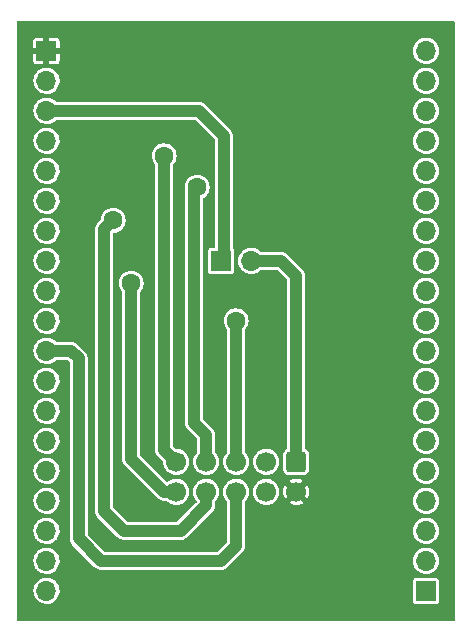
<source format=gbl>
G04 #@! TF.GenerationSoftware,KiCad,Pcbnew,(6.0.9)*
G04 #@! TF.CreationDate,2022-11-20T19:10:43+01:00*
G04 #@! TF.ProjectId,FT2232HL development board to iceprog,46543232-3332-4484-9c20-646576656c6f,rev?*
G04 #@! TF.SameCoordinates,Original*
G04 #@! TF.FileFunction,Copper,L2,Bot*
G04 #@! TF.FilePolarity,Positive*
%FSLAX46Y46*%
G04 Gerber Fmt 4.6, Leading zero omitted, Abs format (unit mm)*
G04 Created by KiCad (PCBNEW (6.0.9)) date 2022-11-20 19:10:43*
%MOMM*%
%LPD*%
G01*
G04 APERTURE LIST*
G04 Aperture macros list*
%AMRoundRect*
0 Rectangle with rounded corners*
0 $1 Rounding radius*
0 $2 $3 $4 $5 $6 $7 $8 $9 X,Y pos of 4 corners*
0 Add a 4 corners polygon primitive as box body*
4,1,4,$2,$3,$4,$5,$6,$7,$8,$9,$2,$3,0*
0 Add four circle primitives for the rounded corners*
1,1,$1+$1,$2,$3*
1,1,$1+$1,$4,$5*
1,1,$1+$1,$6,$7*
1,1,$1+$1,$8,$9*
0 Add four rect primitives between the rounded corners*
20,1,$1+$1,$2,$3,$4,$5,0*
20,1,$1+$1,$4,$5,$6,$7,0*
20,1,$1+$1,$6,$7,$8,$9,0*
20,1,$1+$1,$8,$9,$2,$3,0*%
G04 Aperture macros list end*
G04 #@! TA.AperFunction,ComponentPad*
%ADD10R,1.700000X1.700000*%
G04 #@! TD*
G04 #@! TA.AperFunction,ComponentPad*
%ADD11O,1.700000X1.700000*%
G04 #@! TD*
G04 #@! TA.AperFunction,ComponentPad*
%ADD12C,1.700000*%
G04 #@! TD*
G04 #@! TA.AperFunction,ComponentPad*
%ADD13RoundRect,0.250000X-0.600000X0.600000X-0.600000X-0.600000X0.600000X-0.600000X0.600000X0.600000X0*%
G04 #@! TD*
G04 #@! TA.AperFunction,ViaPad*
%ADD14C,0.800000*%
G04 #@! TD*
G04 #@! TA.AperFunction,ViaPad*
%ADD15C,1.600000*%
G04 #@! TD*
G04 #@! TA.AperFunction,Conductor*
%ADD16C,1.000000*%
G04 #@! TD*
G04 APERTURE END LIST*
D10*
X-1270000Y-102870000D03*
D11*
X1270000Y-102870000D03*
D12*
X-5080000Y-122428000D03*
X-5080000Y-119888000D03*
X-2540000Y-122428000D03*
X-2540000Y-119888000D03*
X0Y-122428000D03*
X0Y-119888000D03*
X2540000Y-122428000D03*
X2540000Y-119888000D03*
X5080000Y-122428000D03*
D13*
X5080000Y-119888000D03*
D10*
X16060000Y-130810000D03*
D11*
X16060000Y-128270000D03*
X16060000Y-125730000D03*
X16060000Y-123190000D03*
X16060000Y-120650000D03*
X16060000Y-118110000D03*
X16060000Y-115570000D03*
X16060000Y-113030000D03*
X16060000Y-110490000D03*
X16060000Y-107950000D03*
X16060000Y-105410000D03*
X16060000Y-102870000D03*
X16060000Y-100330000D03*
X16060000Y-97790000D03*
X16060000Y-95250000D03*
X16060000Y-92710000D03*
X16060000Y-90170000D03*
X16060000Y-87630000D03*
X16060000Y-85090000D03*
D10*
X-16060000Y-85090000D03*
D11*
X-16060000Y-87630000D03*
X-16060000Y-90170000D03*
X-16060000Y-92710000D03*
X-16060000Y-95250000D03*
X-16060000Y-97790000D03*
X-16060000Y-100330000D03*
X-16060000Y-102870000D03*
X-16060000Y-105410000D03*
X-16060000Y-107950000D03*
X-16060000Y-110490000D03*
X-16060000Y-113030000D03*
X-16060000Y-115570000D03*
X-16060000Y-118110000D03*
X-16060000Y-120650000D03*
X-16060000Y-123190000D03*
X-16060000Y-125730000D03*
X-16060000Y-128270000D03*
X-16060000Y-130810000D03*
D14*
X-10795000Y-93980000D03*
X-7366000Y-118110000D03*
X-7366000Y-123698000D03*
X-1524000Y-124968000D03*
X2159000Y-113538000D03*
X-1905000Y-105918000D03*
X-12827000Y-105410000D03*
X-13081000Y-100711000D03*
X-7874000Y-100457000D03*
X-3937000Y-94234000D03*
D15*
X-10414001Y-99440999D03*
X-3302000Y-96647000D03*
X-6096000Y-93980000D03*
X-8890000Y-104775000D03*
X0Y-107950000D03*
D16*
X-11176000Y-124079000D02*
X-11176000Y-100202998D01*
X-4699000Y-125730000D02*
X-9525000Y-125730000D01*
X-2540000Y-123571000D02*
X-4699000Y-125730000D01*
X-11176000Y-100202998D02*
X-10414001Y-99440999D01*
X-2540000Y-122428000D02*
X-2540000Y-123571000D01*
X-9525000Y-125730000D02*
X-11176000Y-124079000D01*
X-8890000Y-119634000D02*
X-8890000Y-104775000D01*
X-6096000Y-122428000D02*
X-8890000Y-119634000D01*
X-5080000Y-122428000D02*
X-6096000Y-122428000D01*
X-3556000Y-116586000D02*
X-3556000Y-96901000D01*
X-2540000Y-117602000D02*
X-3556000Y-116586000D01*
X-3556000Y-96901000D02*
X-3302000Y-96647000D01*
X-2540000Y-119888000D02*
X-2540000Y-117602000D01*
X-6096000Y-118872000D02*
X-6096000Y-93980000D01*
X-5080000Y-119888000D02*
X-6096000Y-118872000D01*
X-1040500Y-92304500D02*
X-3175000Y-90170000D01*
X-1040500Y-102640500D02*
X-1040500Y-92304500D01*
X-1270000Y-102870000D02*
X-1040500Y-102640500D01*
X-3175000Y-90170000D02*
X-16060000Y-90170000D01*
X0Y-127000000D02*
X0Y-122428000D01*
X-1270000Y-128270000D02*
X0Y-127000000D01*
X-11430000Y-128270000D02*
X-1270000Y-128270000D01*
X-13335000Y-126365000D02*
X-11430000Y-128270000D01*
X-16060000Y-110490000D02*
X-13970000Y-110490000D01*
X-13970000Y-110490000D02*
X-13335000Y-111125000D01*
X-13335000Y-111125000D02*
X-13335000Y-126365000D01*
X5080000Y-104140000D02*
X5080000Y-119888000D01*
X3810000Y-102870000D02*
X5080000Y-104140000D01*
X1270000Y-102870000D02*
X3810000Y-102870000D01*
X0Y-119888000D02*
X0Y-107950000D01*
G04 #@! TA.AperFunction,Conductor*
G36*
X18483621Y-82570502D02*
G01*
X18530114Y-82624158D01*
X18541500Y-82676500D01*
X18541500Y-133223500D01*
X18521498Y-133291621D01*
X18467842Y-133338114D01*
X18415500Y-133349500D01*
X-18415500Y-133349500D01*
X-18483621Y-133329498D01*
X-18530114Y-133275842D01*
X-18541500Y-133223500D01*
X-18541500Y-130780964D01*
X-17168852Y-130780964D01*
X-17155576Y-130983522D01*
X-17154155Y-130989118D01*
X-17154154Y-130989123D01*
X-17133881Y-131068945D01*
X-17105608Y-131180269D01*
X-17103191Y-131185512D01*
X-17065990Y-131266208D01*
X-17020623Y-131364616D01*
X-16903467Y-131530389D01*
X-16758062Y-131672035D01*
X-16589280Y-131784812D01*
X-16583977Y-131787090D01*
X-16583974Y-131787092D01*
X-16452717Y-131843484D01*
X-16402772Y-131864942D01*
X-16329756Y-131881464D01*
X-16210421Y-131908467D01*
X-16210416Y-131908468D01*
X-16204784Y-131909742D01*
X-16199013Y-131909969D01*
X-16199011Y-131909969D01*
X-16139244Y-131912317D01*
X-16001947Y-131917712D01*
X-15894652Y-131902155D01*
X-15806769Y-131889413D01*
X-15806764Y-131889412D01*
X-15801055Y-131888584D01*
X-15795591Y-131886729D01*
X-15795586Y-131886728D01*
X-15614307Y-131825192D01*
X-15614302Y-131825190D01*
X-15608835Y-131823334D01*
X-15431724Y-131724147D01*
X-15392031Y-131691135D01*
X-15280087Y-131598031D01*
X-15275655Y-131594345D01*
X-15145853Y-131438276D01*
X-15046666Y-131261165D01*
X-15044810Y-131255698D01*
X-15044808Y-131255693D01*
X-14983272Y-131074414D01*
X-14983271Y-131074409D01*
X-14981416Y-131068945D01*
X-14980588Y-131063236D01*
X-14980587Y-131063231D01*
X-14952821Y-130871727D01*
X-14952288Y-130868053D01*
X-14950768Y-130810000D01*
X-14969342Y-130607859D01*
X-14970910Y-130602299D01*
X-15022875Y-130418046D01*
X-15022876Y-130418044D01*
X-15024443Y-130412487D01*
X-15035022Y-130391033D01*
X-15111669Y-130235609D01*
X-15114224Y-130230428D01*
X-15235680Y-130067779D01*
X-15379391Y-129934933D01*
X14955500Y-129934933D01*
X14955501Y-131685066D01*
X14970266Y-131759301D01*
X14977161Y-131769620D01*
X14977162Y-131769622D01*
X15017516Y-131830015D01*
X15026516Y-131843484D01*
X15110699Y-131899734D01*
X15184933Y-131914500D01*
X16059858Y-131914500D01*
X16935066Y-131914499D01*
X16970818Y-131907388D01*
X16997126Y-131902156D01*
X16997128Y-131902155D01*
X17009301Y-131899734D01*
X17019621Y-131892839D01*
X17019622Y-131892838D01*
X17083168Y-131850377D01*
X17093484Y-131843484D01*
X17149734Y-131759301D01*
X17164500Y-131685067D01*
X17164499Y-129934934D01*
X17149734Y-129860699D01*
X17123654Y-129821667D01*
X17100377Y-129786832D01*
X17093484Y-129776516D01*
X17009301Y-129720266D01*
X16935067Y-129705500D01*
X16060142Y-129705500D01*
X15184934Y-129705501D01*
X15149182Y-129712612D01*
X15122874Y-129717844D01*
X15122872Y-129717845D01*
X15110699Y-129720266D01*
X15100379Y-129727161D01*
X15100378Y-129727162D01*
X15039985Y-129767516D01*
X15026516Y-129776516D01*
X14970266Y-129860699D01*
X14955500Y-129934933D01*
X-15379391Y-129934933D01*
X-15384742Y-129929987D01*
X-15389625Y-129926906D01*
X-15389629Y-129926903D01*
X-15551536Y-129824748D01*
X-15556419Y-129821667D01*
X-15744961Y-129746446D01*
X-15750621Y-129745320D01*
X-15750625Y-129745319D01*
X-15938387Y-129707971D01*
X-15938390Y-129707971D01*
X-15944054Y-129706844D01*
X-15949829Y-129706768D01*
X-15949833Y-129706768D01*
X-16051207Y-129705441D01*
X-16147029Y-129704187D01*
X-16152726Y-129705166D01*
X-16152727Y-129705166D01*
X-16240603Y-129720266D01*
X-16347090Y-129738564D01*
X-16537537Y-129808824D01*
X-16711990Y-129912612D01*
X-16716330Y-129916418D01*
X-16716334Y-129916421D01*
X-16860267Y-130042648D01*
X-16864608Y-130046455D01*
X-16990280Y-130205869D01*
X-16992969Y-130210980D01*
X-16992971Y-130210983D01*
X-17005927Y-130235609D01*
X-17084797Y-130385515D01*
X-17144993Y-130579378D01*
X-17168852Y-130780964D01*
X-18541500Y-130780964D01*
X-18541500Y-128240964D01*
X-17168852Y-128240964D01*
X-17155576Y-128443522D01*
X-17154155Y-128449118D01*
X-17154154Y-128449123D01*
X-17133881Y-128528945D01*
X-17105608Y-128640269D01*
X-17103191Y-128645512D01*
X-17065990Y-128726208D01*
X-17020623Y-128824616D01*
X-17000729Y-128852766D01*
X-16907642Y-128984481D01*
X-16903467Y-128990389D01*
X-16899325Y-128994424D01*
X-16863653Y-129029174D01*
X-16758062Y-129132035D01*
X-16589280Y-129244812D01*
X-16583977Y-129247090D01*
X-16583974Y-129247092D01*
X-16495293Y-129285192D01*
X-16402772Y-129324942D01*
X-16329756Y-129341464D01*
X-16210421Y-129368467D01*
X-16210416Y-129368468D01*
X-16204784Y-129369742D01*
X-16199013Y-129369969D01*
X-16199011Y-129369969D01*
X-16139244Y-129372317D01*
X-16001947Y-129377712D01*
X-15901501Y-129363148D01*
X-15806769Y-129349413D01*
X-15806764Y-129349412D01*
X-15801055Y-129348584D01*
X-15795591Y-129346729D01*
X-15795586Y-129346728D01*
X-15614307Y-129285192D01*
X-15614302Y-129285190D01*
X-15608835Y-129283334D01*
X-15431724Y-129184147D01*
X-15369066Y-129132035D01*
X-15280087Y-129058031D01*
X-15275655Y-129054345D01*
X-15250260Y-129023811D01*
X-15149547Y-128902718D01*
X-15149545Y-128902715D01*
X-15145853Y-128898276D01*
X-15046666Y-128721165D01*
X-15044810Y-128715698D01*
X-15044808Y-128715693D01*
X-14983272Y-128534414D01*
X-14983271Y-128534409D01*
X-14981416Y-128528945D01*
X-14980588Y-128523236D01*
X-14980587Y-128523231D01*
X-14952821Y-128331727D01*
X-14952288Y-128328053D01*
X-14950768Y-128270000D01*
X-14969342Y-128067859D01*
X-14970910Y-128062299D01*
X-15022875Y-127878046D01*
X-15022876Y-127878044D01*
X-15024443Y-127872487D01*
X-15035022Y-127851033D01*
X-15111669Y-127695609D01*
X-15114224Y-127690428D01*
X-15235680Y-127527779D01*
X-15384742Y-127389987D01*
X-15389625Y-127386906D01*
X-15389629Y-127386903D01*
X-15551536Y-127284748D01*
X-15556419Y-127281667D01*
X-15744961Y-127206446D01*
X-15750621Y-127205320D01*
X-15750625Y-127205319D01*
X-15938387Y-127167971D01*
X-15938390Y-127167971D01*
X-15944054Y-127166844D01*
X-15949829Y-127166768D01*
X-15949833Y-127166768D01*
X-16051207Y-127165441D01*
X-16147029Y-127164187D01*
X-16152726Y-127165166D01*
X-16152727Y-127165166D01*
X-16341393Y-127197585D01*
X-16347090Y-127198564D01*
X-16537537Y-127268824D01*
X-16711990Y-127372612D01*
X-16716330Y-127376418D01*
X-16716334Y-127376421D01*
X-16830798Y-127476804D01*
X-16864608Y-127506455D01*
X-16868183Y-127510990D01*
X-16868184Y-127510991D01*
X-16869469Y-127512621D01*
X-16990280Y-127665869D01*
X-16992969Y-127670980D01*
X-16992971Y-127670983D01*
X-17005927Y-127695609D01*
X-17084797Y-127845515D01*
X-17144993Y-128039378D01*
X-17168852Y-128240964D01*
X-18541500Y-128240964D01*
X-18541500Y-125700964D01*
X-17168852Y-125700964D01*
X-17155576Y-125903522D01*
X-17154155Y-125909118D01*
X-17154154Y-125909123D01*
X-17133881Y-125988945D01*
X-17105608Y-126100269D01*
X-17103191Y-126105512D01*
X-17065990Y-126186208D01*
X-17020623Y-126284616D01*
X-17004263Y-126307765D01*
X-16907642Y-126444481D01*
X-16903467Y-126450389D01*
X-16899325Y-126454424D01*
X-16863653Y-126489174D01*
X-16758062Y-126592035D01*
X-16589280Y-126704812D01*
X-16583977Y-126707090D01*
X-16583974Y-126707092D01*
X-16495293Y-126745192D01*
X-16402772Y-126784942D01*
X-16329756Y-126801464D01*
X-16210421Y-126828467D01*
X-16210416Y-126828468D01*
X-16204784Y-126829742D01*
X-16199013Y-126829969D01*
X-16199011Y-126829969D01*
X-16139244Y-126832317D01*
X-16001947Y-126837712D01*
X-15901501Y-126823148D01*
X-15806769Y-126809413D01*
X-15806764Y-126809412D01*
X-15801055Y-126808584D01*
X-15795591Y-126806729D01*
X-15795586Y-126806728D01*
X-15614307Y-126745192D01*
X-15614302Y-126745190D01*
X-15608835Y-126743334D01*
X-15431724Y-126644147D01*
X-15421069Y-126635286D01*
X-15280087Y-126518031D01*
X-15275655Y-126514345D01*
X-15192529Y-126414398D01*
X-15149547Y-126362718D01*
X-15149545Y-126362715D01*
X-15145853Y-126358276D01*
X-15046666Y-126181165D01*
X-15044810Y-126175698D01*
X-15044808Y-126175693D01*
X-14983272Y-125994414D01*
X-14983271Y-125994409D01*
X-14981416Y-125988945D01*
X-14980588Y-125983236D01*
X-14980587Y-125983231D01*
X-14952821Y-125791727D01*
X-14952288Y-125788053D01*
X-14950768Y-125730000D01*
X-14969342Y-125527859D01*
X-14970910Y-125522299D01*
X-15022875Y-125338046D01*
X-15022876Y-125338044D01*
X-15024443Y-125332487D01*
X-15035022Y-125311033D01*
X-15111669Y-125155609D01*
X-15114224Y-125150428D01*
X-15235680Y-124987779D01*
X-15384742Y-124849987D01*
X-15389625Y-124846906D01*
X-15389629Y-124846903D01*
X-15551536Y-124744748D01*
X-15556419Y-124741667D01*
X-15744961Y-124666446D01*
X-15750621Y-124665320D01*
X-15750625Y-124665319D01*
X-15938387Y-124627971D01*
X-15938390Y-124627971D01*
X-15944054Y-124626844D01*
X-15949829Y-124626768D01*
X-15949833Y-124626768D01*
X-16051207Y-124625441D01*
X-16147029Y-124624187D01*
X-16152726Y-124625166D01*
X-16152727Y-124625166D01*
X-16341393Y-124657585D01*
X-16347090Y-124658564D01*
X-16537537Y-124728824D01*
X-16711990Y-124832612D01*
X-16716330Y-124836418D01*
X-16716334Y-124836421D01*
X-16736277Y-124853911D01*
X-16864608Y-124966455D01*
X-16990280Y-125125869D01*
X-16992969Y-125130980D01*
X-16992971Y-125130983D01*
X-17005927Y-125155609D01*
X-17084797Y-125305515D01*
X-17144993Y-125499378D01*
X-17168852Y-125700964D01*
X-18541500Y-125700964D01*
X-18541500Y-123160964D01*
X-17168852Y-123160964D01*
X-17155576Y-123363522D01*
X-17154155Y-123369118D01*
X-17154154Y-123369123D01*
X-17113869Y-123527742D01*
X-17105608Y-123560269D01*
X-17103191Y-123565512D01*
X-17065990Y-123646208D01*
X-17020623Y-123744616D01*
X-17017290Y-123749332D01*
X-16956189Y-123835788D01*
X-16903467Y-123910389D01*
X-16758062Y-124052035D01*
X-16589280Y-124164812D01*
X-16583977Y-124167090D01*
X-16583974Y-124167092D01*
X-16442562Y-124227847D01*
X-16402772Y-124244942D01*
X-16363828Y-124253754D01*
X-16210421Y-124288467D01*
X-16210416Y-124288468D01*
X-16204784Y-124289742D01*
X-16199013Y-124289969D01*
X-16199011Y-124289969D01*
X-16139244Y-124292317D01*
X-16001947Y-124297712D01*
X-15901501Y-124283148D01*
X-15806769Y-124269413D01*
X-15806764Y-124269412D01*
X-15801055Y-124268584D01*
X-15795591Y-124266729D01*
X-15795586Y-124266728D01*
X-15614307Y-124205192D01*
X-15614302Y-124205190D01*
X-15608835Y-124203334D01*
X-15431724Y-124104147D01*
X-15397830Y-124075958D01*
X-15280087Y-123978031D01*
X-15275655Y-123974345D01*
X-15218537Y-123905669D01*
X-15149547Y-123822718D01*
X-15149545Y-123822715D01*
X-15145853Y-123818276D01*
X-15046666Y-123641165D01*
X-15044810Y-123635698D01*
X-15044808Y-123635693D01*
X-14983272Y-123454414D01*
X-14983271Y-123454409D01*
X-14981416Y-123448945D01*
X-14980588Y-123443236D01*
X-14980587Y-123443231D01*
X-14958111Y-123288215D01*
X-14952288Y-123248053D01*
X-14950768Y-123190000D01*
X-14963519Y-123051231D01*
X-14968813Y-122993613D01*
X-14968814Y-122993610D01*
X-14969342Y-122987859D01*
X-14972372Y-122977116D01*
X-15022875Y-122798046D01*
X-15022876Y-122798044D01*
X-15024443Y-122792487D01*
X-15035022Y-122771033D01*
X-15111669Y-122615609D01*
X-15114224Y-122610428D01*
X-15235680Y-122447779D01*
X-15384742Y-122309987D01*
X-15389625Y-122306906D01*
X-15389629Y-122306903D01*
X-15551536Y-122204748D01*
X-15556419Y-122201667D01*
X-15744961Y-122126446D01*
X-15750621Y-122125320D01*
X-15750625Y-122125319D01*
X-15938387Y-122087971D01*
X-15938390Y-122087971D01*
X-15944054Y-122086844D01*
X-15949829Y-122086768D01*
X-15949833Y-122086768D01*
X-16051207Y-122085441D01*
X-16147029Y-122084187D01*
X-16152726Y-122085166D01*
X-16152727Y-122085166D01*
X-16341393Y-122117585D01*
X-16347090Y-122118564D01*
X-16537537Y-122188824D01*
X-16542498Y-122191776D01*
X-16542499Y-122191776D01*
X-16551915Y-122197378D01*
X-16711990Y-122292612D01*
X-16716330Y-122296418D01*
X-16716334Y-122296421D01*
X-16839850Y-122404743D01*
X-16864608Y-122426455D01*
X-16990280Y-122585869D01*
X-16992969Y-122590980D01*
X-16992971Y-122590983D01*
X-17005927Y-122615609D01*
X-17084797Y-122765515D01*
X-17144993Y-122959378D01*
X-17168852Y-123160964D01*
X-18541500Y-123160964D01*
X-18541500Y-120620964D01*
X-17168852Y-120620964D01*
X-17155576Y-120823522D01*
X-17154155Y-120829118D01*
X-17154154Y-120829123D01*
X-17119032Y-120967413D01*
X-17105608Y-121020269D01*
X-17103191Y-121025512D01*
X-17065990Y-121106208D01*
X-17020623Y-121204616D01*
X-17017290Y-121209332D01*
X-16911823Y-121358565D01*
X-16903467Y-121370389D01*
X-16758062Y-121512035D01*
X-16589280Y-121624812D01*
X-16583977Y-121627090D01*
X-16583974Y-121627092D01*
X-16456509Y-121681855D01*
X-16402772Y-121704942D01*
X-16329756Y-121721464D01*
X-16210421Y-121748467D01*
X-16210416Y-121748468D01*
X-16204784Y-121749742D01*
X-16199013Y-121749969D01*
X-16199011Y-121749969D01*
X-16139244Y-121752317D01*
X-16001947Y-121757712D01*
X-15901501Y-121743148D01*
X-15806769Y-121729413D01*
X-15806764Y-121729412D01*
X-15801055Y-121728584D01*
X-15795591Y-121726729D01*
X-15795586Y-121726728D01*
X-15614307Y-121665192D01*
X-15614302Y-121665190D01*
X-15608835Y-121663334D01*
X-15431724Y-121564147D01*
X-15417011Y-121551911D01*
X-15286298Y-121443197D01*
X-15275655Y-121434345D01*
X-15210554Y-121356070D01*
X-15149547Y-121282718D01*
X-15149545Y-121282715D01*
X-15145853Y-121278276D01*
X-15046666Y-121101165D01*
X-15044810Y-121095698D01*
X-15044808Y-121095693D01*
X-14983272Y-120914414D01*
X-14983271Y-120914409D01*
X-14981416Y-120908945D01*
X-14980588Y-120903236D01*
X-14980587Y-120903231D01*
X-14958375Y-120750035D01*
X-14952288Y-120708053D01*
X-14950768Y-120650000D01*
X-14969342Y-120447859D01*
X-14972300Y-120437371D01*
X-15022875Y-120258046D01*
X-15022876Y-120258044D01*
X-15024443Y-120252487D01*
X-15035022Y-120231033D01*
X-15111669Y-120075609D01*
X-15114224Y-120070428D01*
X-15235680Y-119907779D01*
X-15384742Y-119769987D01*
X-15389625Y-119766906D01*
X-15389629Y-119766903D01*
X-15551536Y-119664748D01*
X-15556419Y-119661667D01*
X-15744961Y-119586446D01*
X-15750621Y-119585320D01*
X-15750625Y-119585319D01*
X-15938387Y-119547971D01*
X-15938390Y-119547971D01*
X-15944054Y-119546844D01*
X-15949829Y-119546768D01*
X-15949833Y-119546768D01*
X-16051207Y-119545441D01*
X-16147029Y-119544187D01*
X-16152726Y-119545166D01*
X-16152727Y-119545166D01*
X-16281160Y-119567235D01*
X-16347090Y-119578564D01*
X-16537537Y-119648824D01*
X-16711990Y-119752612D01*
X-16716330Y-119756418D01*
X-16716334Y-119756421D01*
X-16860267Y-119882648D01*
X-16864608Y-119886455D01*
X-16990280Y-120045869D01*
X-16992969Y-120050980D01*
X-16992971Y-120050983D01*
X-17023493Y-120108996D01*
X-17084797Y-120225515D01*
X-17144993Y-120419378D01*
X-17168852Y-120620964D01*
X-18541500Y-120620964D01*
X-18541500Y-118080964D01*
X-17168852Y-118080964D01*
X-17155576Y-118283522D01*
X-17154155Y-118289118D01*
X-17154154Y-118289123D01*
X-17133881Y-118368945D01*
X-17105608Y-118480269D01*
X-17103191Y-118485512D01*
X-17065990Y-118566208D01*
X-17020623Y-118664616D01*
X-17017290Y-118669332D01*
X-16911823Y-118818565D01*
X-16903467Y-118830389D01*
X-16899325Y-118834424D01*
X-16880479Y-118852783D01*
X-16758062Y-118972035D01*
X-16589280Y-119084812D01*
X-16583977Y-119087090D01*
X-16583974Y-119087092D01*
X-16456509Y-119141855D01*
X-16402772Y-119164942D01*
X-16342624Y-119178552D01*
X-16210421Y-119208467D01*
X-16210416Y-119208468D01*
X-16204784Y-119209742D01*
X-16199013Y-119209969D01*
X-16199011Y-119209969D01*
X-16139244Y-119212317D01*
X-16001947Y-119217712D01*
X-15901501Y-119203148D01*
X-15806769Y-119189413D01*
X-15806764Y-119189412D01*
X-15801055Y-119188584D01*
X-15795591Y-119186729D01*
X-15795586Y-119186728D01*
X-15614307Y-119125192D01*
X-15614302Y-119125190D01*
X-15608835Y-119123334D01*
X-15601422Y-119119183D01*
X-15484370Y-119053630D01*
X-15431724Y-119024147D01*
X-15417011Y-119011911D01*
X-15286001Y-118902950D01*
X-15275655Y-118894345D01*
X-15210965Y-118816564D01*
X-15149547Y-118742718D01*
X-15149545Y-118742715D01*
X-15145853Y-118738276D01*
X-15046666Y-118561165D01*
X-15044810Y-118555698D01*
X-15044808Y-118555693D01*
X-14983272Y-118374414D01*
X-14983271Y-118374409D01*
X-14981416Y-118368945D01*
X-14980588Y-118363236D01*
X-14980587Y-118363231D01*
X-14952821Y-118171727D01*
X-14952288Y-118168053D01*
X-14950768Y-118110000D01*
X-14966395Y-117939932D01*
X-14968813Y-117913613D01*
X-14968814Y-117913610D01*
X-14969342Y-117907859D01*
X-14970910Y-117902299D01*
X-15022875Y-117718046D01*
X-15022876Y-117718044D01*
X-15024443Y-117712487D01*
X-15035022Y-117691033D01*
X-15111669Y-117535609D01*
X-15114224Y-117530428D01*
X-15235680Y-117367779D01*
X-15384742Y-117229987D01*
X-15389625Y-117226906D01*
X-15389629Y-117226903D01*
X-15541367Y-117131164D01*
X-15556419Y-117121667D01*
X-15744961Y-117046446D01*
X-15750621Y-117045320D01*
X-15750625Y-117045319D01*
X-15938387Y-117007971D01*
X-15938390Y-117007971D01*
X-15944054Y-117006844D01*
X-15949829Y-117006768D01*
X-15949833Y-117006768D01*
X-16051207Y-117005441D01*
X-16147029Y-117004187D01*
X-16152726Y-117005166D01*
X-16152727Y-117005166D01*
X-16341393Y-117037585D01*
X-16347090Y-117038564D01*
X-16537537Y-117108824D01*
X-16711990Y-117212612D01*
X-16716330Y-117216418D01*
X-16716334Y-117216421D01*
X-16803358Y-117292740D01*
X-16864608Y-117346455D01*
X-16990280Y-117505869D01*
X-16992969Y-117510980D01*
X-16992971Y-117510983D01*
X-17021884Y-117565937D01*
X-17084797Y-117685515D01*
X-17144993Y-117879378D01*
X-17168852Y-118080964D01*
X-18541500Y-118080964D01*
X-18541500Y-115540964D01*
X-17168852Y-115540964D01*
X-17155576Y-115743522D01*
X-17154155Y-115749118D01*
X-17154154Y-115749123D01*
X-17133881Y-115828945D01*
X-17105608Y-115940269D01*
X-17103191Y-115945512D01*
X-17065990Y-116026208D01*
X-17020623Y-116124616D01*
X-17017290Y-116129332D01*
X-16933376Y-116248068D01*
X-16903467Y-116290389D01*
X-16899325Y-116294424D01*
X-16842363Y-116349913D01*
X-16758062Y-116432035D01*
X-16589280Y-116544812D01*
X-16583977Y-116547090D01*
X-16583974Y-116547092D01*
X-16495293Y-116585192D01*
X-16402772Y-116624942D01*
X-16364080Y-116633697D01*
X-16210421Y-116668467D01*
X-16210416Y-116668468D01*
X-16204784Y-116669742D01*
X-16199013Y-116669969D01*
X-16199011Y-116669969D01*
X-16139244Y-116672317D01*
X-16001947Y-116677712D01*
X-15881817Y-116660294D01*
X-15806769Y-116649413D01*
X-15806764Y-116649412D01*
X-15801055Y-116648584D01*
X-15795591Y-116646729D01*
X-15795586Y-116646728D01*
X-15614307Y-116585192D01*
X-15614302Y-116585190D01*
X-15608835Y-116583334D01*
X-15431724Y-116484147D01*
X-15369066Y-116432035D01*
X-15280087Y-116358031D01*
X-15275655Y-116354345D01*
X-15218537Y-116285669D01*
X-15149547Y-116202718D01*
X-15149545Y-116202715D01*
X-15145853Y-116198276D01*
X-15046666Y-116021165D01*
X-15044810Y-116015698D01*
X-15044808Y-116015693D01*
X-14983272Y-115834414D01*
X-14983271Y-115834409D01*
X-14981416Y-115828945D01*
X-14980588Y-115823236D01*
X-14980587Y-115823231D01*
X-14952821Y-115631727D01*
X-14952288Y-115628053D01*
X-14950768Y-115570000D01*
X-14969342Y-115367859D01*
X-14970910Y-115362299D01*
X-15022875Y-115178046D01*
X-15022876Y-115178044D01*
X-15024443Y-115172487D01*
X-15035022Y-115151033D01*
X-15111669Y-114995609D01*
X-15114224Y-114990428D01*
X-15235680Y-114827779D01*
X-15384742Y-114689987D01*
X-15389625Y-114686906D01*
X-15389629Y-114686903D01*
X-15551536Y-114584748D01*
X-15556419Y-114581667D01*
X-15744961Y-114506446D01*
X-15750621Y-114505320D01*
X-15750625Y-114505319D01*
X-15938387Y-114467971D01*
X-15938390Y-114467971D01*
X-15944054Y-114466844D01*
X-15949829Y-114466768D01*
X-15949833Y-114466768D01*
X-16051207Y-114465441D01*
X-16147029Y-114464187D01*
X-16152726Y-114465166D01*
X-16152727Y-114465166D01*
X-16341393Y-114497585D01*
X-16347090Y-114498564D01*
X-16537537Y-114568824D01*
X-16711990Y-114672612D01*
X-16716330Y-114676418D01*
X-16716334Y-114676421D01*
X-16736277Y-114693911D01*
X-16864608Y-114806455D01*
X-16990280Y-114965869D01*
X-16992969Y-114970980D01*
X-16992971Y-114970983D01*
X-17005927Y-114995609D01*
X-17084797Y-115145515D01*
X-17144993Y-115339378D01*
X-17168852Y-115540964D01*
X-18541500Y-115540964D01*
X-18541500Y-113000964D01*
X-17168852Y-113000964D01*
X-17155576Y-113203522D01*
X-17154155Y-113209118D01*
X-17154154Y-113209123D01*
X-17133881Y-113288945D01*
X-17105608Y-113400269D01*
X-17103191Y-113405512D01*
X-17065990Y-113486208D01*
X-17020623Y-113584616D01*
X-16903467Y-113750389D01*
X-16758062Y-113892035D01*
X-16589280Y-114004812D01*
X-16583977Y-114007090D01*
X-16583974Y-114007092D01*
X-16495293Y-114045192D01*
X-16402772Y-114084942D01*
X-16329756Y-114101464D01*
X-16210421Y-114128467D01*
X-16210416Y-114128468D01*
X-16204784Y-114129742D01*
X-16199013Y-114129969D01*
X-16199011Y-114129969D01*
X-16139244Y-114132317D01*
X-16001947Y-114137712D01*
X-15901501Y-114123148D01*
X-15806769Y-114109413D01*
X-15806764Y-114109412D01*
X-15801055Y-114108584D01*
X-15795591Y-114106729D01*
X-15795586Y-114106728D01*
X-15614307Y-114045192D01*
X-15614302Y-114045190D01*
X-15608835Y-114043334D01*
X-15431724Y-113944147D01*
X-15369066Y-113892035D01*
X-15280087Y-113818031D01*
X-15275655Y-113814345D01*
X-15145853Y-113658276D01*
X-15046666Y-113481165D01*
X-15044810Y-113475698D01*
X-15044808Y-113475693D01*
X-14983272Y-113294414D01*
X-14983271Y-113294409D01*
X-14981416Y-113288945D01*
X-14980588Y-113283236D01*
X-14980587Y-113283231D01*
X-14952821Y-113091727D01*
X-14952288Y-113088053D01*
X-14950768Y-113030000D01*
X-14969342Y-112827859D01*
X-14970910Y-112822299D01*
X-15022875Y-112638046D01*
X-15022876Y-112638044D01*
X-15024443Y-112632487D01*
X-15035022Y-112611033D01*
X-15111669Y-112455609D01*
X-15114224Y-112450428D01*
X-15235680Y-112287779D01*
X-15384742Y-112149987D01*
X-15389625Y-112146906D01*
X-15389629Y-112146903D01*
X-15551536Y-112044748D01*
X-15556419Y-112041667D01*
X-15744961Y-111966446D01*
X-15750621Y-111965320D01*
X-15750625Y-111965319D01*
X-15938387Y-111927971D01*
X-15938390Y-111927971D01*
X-15944054Y-111926844D01*
X-15949829Y-111926768D01*
X-15949833Y-111926768D01*
X-16051207Y-111925441D01*
X-16147029Y-111924187D01*
X-16152726Y-111925166D01*
X-16152727Y-111925166D01*
X-16341393Y-111957585D01*
X-16347090Y-111958564D01*
X-16537537Y-112028824D01*
X-16711990Y-112132612D01*
X-16716330Y-112136418D01*
X-16716334Y-112136421D01*
X-16736277Y-112153911D01*
X-16864608Y-112266455D01*
X-16990280Y-112425869D01*
X-16992969Y-112430980D01*
X-16992971Y-112430983D01*
X-17005927Y-112455609D01*
X-17084797Y-112605515D01*
X-17144993Y-112799378D01*
X-17168852Y-113000964D01*
X-18541500Y-113000964D01*
X-18541500Y-110460964D01*
X-17168852Y-110460964D01*
X-17168474Y-110466730D01*
X-17156460Y-110650027D01*
X-17155576Y-110663522D01*
X-17154155Y-110669118D01*
X-17154154Y-110669123D01*
X-17118685Y-110808779D01*
X-17105608Y-110860269D01*
X-17103191Y-110865512D01*
X-17067299Y-110943367D01*
X-17020623Y-111044616D01*
X-17017290Y-111049332D01*
X-16950232Y-111144217D01*
X-16903467Y-111210389D01*
X-16758062Y-111352035D01*
X-16589280Y-111464812D01*
X-16583977Y-111467090D01*
X-16583974Y-111467092D01*
X-16495293Y-111505192D01*
X-16402772Y-111544942D01*
X-16329756Y-111561464D01*
X-16210421Y-111588467D01*
X-16210416Y-111588468D01*
X-16204784Y-111589742D01*
X-16199013Y-111589969D01*
X-16199011Y-111589969D01*
X-16139244Y-111592317D01*
X-16001947Y-111597712D01*
X-15901501Y-111583148D01*
X-15806769Y-111569413D01*
X-15806764Y-111569412D01*
X-15801055Y-111568584D01*
X-15795591Y-111566729D01*
X-15795586Y-111566728D01*
X-15614307Y-111505192D01*
X-15614302Y-111505190D01*
X-15608835Y-111503334D01*
X-15584516Y-111489715D01*
X-15491325Y-111437525D01*
X-15431724Y-111404147D01*
X-15369066Y-111352035D01*
X-15275655Y-111274345D01*
X-15274055Y-111276269D01*
X-15221149Y-111247379D01*
X-15194366Y-111244500D01*
X-14334715Y-111244500D01*
X-14266594Y-111264502D01*
X-14245620Y-111281405D01*
X-14126405Y-111400620D01*
X-14092379Y-111462932D01*
X-14089500Y-111489715D01*
X-14089500Y-126298235D01*
X-14090933Y-126317184D01*
X-14094174Y-126338489D01*
X-14093581Y-126345780D01*
X-14093581Y-126345783D01*
X-14089915Y-126390848D01*
X-14089500Y-126401063D01*
X-14089500Y-126409053D01*
X-14089075Y-126412697D01*
X-14086229Y-126437113D01*
X-14085796Y-126441487D01*
X-14082006Y-126488074D01*
X-14079910Y-126513847D01*
X-14077655Y-126520809D01*
X-14076482Y-126526677D01*
X-14075110Y-126532484D01*
X-14074262Y-126539754D01*
X-14049468Y-126608060D01*
X-14048060Y-126612163D01*
X-14025688Y-126681222D01*
X-14021893Y-126687476D01*
X-14019398Y-126692926D01*
X-14016730Y-126698254D01*
X-14014232Y-126705134D01*
X-13989187Y-126743334D01*
X-13974432Y-126765839D01*
X-13972085Y-126769559D01*
X-13949530Y-126806728D01*
X-13934417Y-126831633D01*
X-13927051Y-126839974D01*
X-13927076Y-126839996D01*
X-13924376Y-126843041D01*
X-13921780Y-126846146D01*
X-13917766Y-126852268D01*
X-13912453Y-126857301D01*
X-13861874Y-126905215D01*
X-13859432Y-126907593D01*
X-12010723Y-128756301D01*
X-11998338Y-128770712D01*
X-11985563Y-128788071D01*
X-11979980Y-128792814D01*
X-11945521Y-128822089D01*
X-11938005Y-128829019D01*
X-11932362Y-128834662D01*
X-11910202Y-128852194D01*
X-11906827Y-128854961D01*
X-11851480Y-128901982D01*
X-11844960Y-128905311D01*
X-11839982Y-128908631D01*
X-11834909Y-128911764D01*
X-11829167Y-128916307D01*
X-11822533Y-128919407D01*
X-11822534Y-128919407D01*
X-11763383Y-128947053D01*
X-11759433Y-128948984D01*
X-11694788Y-128981993D01*
X-11687678Y-128983733D01*
X-11682058Y-128985823D01*
X-11676407Y-128987703D01*
X-11669778Y-128990801D01*
X-11662614Y-128992291D01*
X-11662611Y-128992292D01*
X-11622505Y-129000633D01*
X-11598686Y-129005587D01*
X-11594427Y-129006551D01*
X-11523892Y-129023811D01*
X-11518295Y-129024158D01*
X-11518290Y-129024159D01*
X-11512786Y-129024500D01*
X-11512788Y-129024534D01*
X-11508730Y-129024777D01*
X-11504694Y-129025137D01*
X-11497527Y-129026628D01*
X-11420569Y-129024546D01*
X-11417161Y-129024500D01*
X-1336765Y-129024500D01*
X-1317815Y-129025933D01*
X-1303745Y-129028074D01*
X-1303741Y-129028074D01*
X-1296511Y-129029174D01*
X-1289220Y-129028581D01*
X-1289217Y-129028581D01*
X-1244152Y-129024915D01*
X-1233937Y-129024500D01*
X-1225947Y-129024500D01*
X-1218698Y-129023655D01*
X-1197887Y-129021229D01*
X-1193513Y-129020796D01*
X-1128451Y-129015504D01*
X-1128448Y-129015503D01*
X-1121153Y-129014910D01*
X-1114191Y-129012655D01*
X-1108323Y-129011482D01*
X-1102516Y-129010110D01*
X-1095246Y-129009262D01*
X-1026940Y-128984468D01*
X-1022837Y-128983060D01*
X-953778Y-128960688D01*
X-947521Y-128956891D01*
X-942074Y-128954398D01*
X-936746Y-128951730D01*
X-929866Y-128949232D01*
X-869151Y-128909426D01*
X-865441Y-128907085D01*
X-808162Y-128872327D01*
X-808160Y-128872325D01*
X-803367Y-128869417D01*
X-795026Y-128862051D01*
X-795005Y-128862075D01*
X-791962Y-128859379D01*
X-788852Y-128856779D01*
X-782732Y-128852766D01*
X-767733Y-128836933D01*
X-729802Y-128796891D01*
X-727424Y-128794448D01*
X-173940Y-128240964D01*
X14951148Y-128240964D01*
X14964424Y-128443522D01*
X14965845Y-128449118D01*
X14965846Y-128449123D01*
X14986119Y-128528945D01*
X15014392Y-128640269D01*
X15016809Y-128645512D01*
X15054010Y-128726208D01*
X15099377Y-128824616D01*
X15119271Y-128852766D01*
X15212358Y-128984481D01*
X15216533Y-128990389D01*
X15220675Y-128994424D01*
X15256347Y-129029174D01*
X15361938Y-129132035D01*
X15530720Y-129244812D01*
X15536023Y-129247090D01*
X15536026Y-129247092D01*
X15624707Y-129285192D01*
X15717228Y-129324942D01*
X15790244Y-129341464D01*
X15909579Y-129368467D01*
X15909584Y-129368468D01*
X15915216Y-129369742D01*
X15920987Y-129369969D01*
X15920989Y-129369969D01*
X15980756Y-129372317D01*
X16118053Y-129377712D01*
X16218499Y-129363148D01*
X16313231Y-129349413D01*
X16313236Y-129349412D01*
X16318945Y-129348584D01*
X16324409Y-129346729D01*
X16324414Y-129346728D01*
X16505693Y-129285192D01*
X16505698Y-129285190D01*
X16511165Y-129283334D01*
X16688276Y-129184147D01*
X16750934Y-129132035D01*
X16839913Y-129058031D01*
X16844345Y-129054345D01*
X16869740Y-129023811D01*
X16970453Y-128902718D01*
X16970455Y-128902715D01*
X16974147Y-128898276D01*
X17073334Y-128721165D01*
X17075190Y-128715698D01*
X17075192Y-128715693D01*
X17136728Y-128534414D01*
X17136729Y-128534409D01*
X17138584Y-128528945D01*
X17139412Y-128523236D01*
X17139413Y-128523231D01*
X17167179Y-128331727D01*
X17167712Y-128328053D01*
X17169232Y-128270000D01*
X17150658Y-128067859D01*
X17149090Y-128062299D01*
X17097125Y-127878046D01*
X17097124Y-127878044D01*
X17095557Y-127872487D01*
X17084978Y-127851033D01*
X17008331Y-127695609D01*
X17005776Y-127690428D01*
X16884320Y-127527779D01*
X16735258Y-127389987D01*
X16730375Y-127386906D01*
X16730371Y-127386903D01*
X16568464Y-127284748D01*
X16563581Y-127281667D01*
X16375039Y-127206446D01*
X16369379Y-127205320D01*
X16369375Y-127205319D01*
X16181613Y-127167971D01*
X16181610Y-127167971D01*
X16175946Y-127166844D01*
X16170171Y-127166768D01*
X16170167Y-127166768D01*
X16068793Y-127165441D01*
X15972971Y-127164187D01*
X15967274Y-127165166D01*
X15967273Y-127165166D01*
X15778607Y-127197585D01*
X15772910Y-127198564D01*
X15582463Y-127268824D01*
X15408010Y-127372612D01*
X15403670Y-127376418D01*
X15403666Y-127376421D01*
X15289202Y-127476804D01*
X15255392Y-127506455D01*
X15251817Y-127510990D01*
X15251816Y-127510991D01*
X15250531Y-127512621D01*
X15129720Y-127665869D01*
X15127031Y-127670980D01*
X15127029Y-127670983D01*
X15114073Y-127695609D01*
X15035203Y-127845515D01*
X14975007Y-128039378D01*
X14951148Y-128240964D01*
X-173940Y-128240964D01*
X486301Y-127580723D01*
X500712Y-127568338D01*
X518071Y-127555563D01*
X552089Y-127515521D01*
X559019Y-127508005D01*
X564662Y-127502362D01*
X582214Y-127480178D01*
X584981Y-127476804D01*
X627243Y-127427058D01*
X631982Y-127421480D01*
X635311Y-127414961D01*
X638628Y-127409987D01*
X641763Y-127404911D01*
X646307Y-127399168D01*
X677053Y-127333382D01*
X678985Y-127329430D01*
X704467Y-127279527D01*
X711993Y-127264788D01*
X713732Y-127257680D01*
X715814Y-127252082D01*
X717701Y-127246409D01*
X720800Y-127239779D01*
X735585Y-127168697D01*
X736556Y-127164406D01*
X752477Y-127099344D01*
X752477Y-127099343D01*
X753811Y-127093892D01*
X754500Y-127082786D01*
X754534Y-127082788D01*
X754777Y-127078729D01*
X755137Y-127074695D01*
X756628Y-127067527D01*
X754546Y-126990585D01*
X754500Y-126987177D01*
X754500Y-125700964D01*
X14951148Y-125700964D01*
X14964424Y-125903522D01*
X14965845Y-125909118D01*
X14965846Y-125909123D01*
X14986119Y-125988945D01*
X15014392Y-126100269D01*
X15016809Y-126105512D01*
X15054010Y-126186208D01*
X15099377Y-126284616D01*
X15115737Y-126307765D01*
X15212358Y-126444481D01*
X15216533Y-126450389D01*
X15220675Y-126454424D01*
X15256347Y-126489174D01*
X15361938Y-126592035D01*
X15530720Y-126704812D01*
X15536023Y-126707090D01*
X15536026Y-126707092D01*
X15624707Y-126745192D01*
X15717228Y-126784942D01*
X15790244Y-126801464D01*
X15909579Y-126828467D01*
X15909584Y-126828468D01*
X15915216Y-126829742D01*
X15920987Y-126829969D01*
X15920989Y-126829969D01*
X15980756Y-126832317D01*
X16118053Y-126837712D01*
X16218499Y-126823148D01*
X16313231Y-126809413D01*
X16313236Y-126809412D01*
X16318945Y-126808584D01*
X16324409Y-126806729D01*
X16324414Y-126806728D01*
X16505693Y-126745192D01*
X16505698Y-126745190D01*
X16511165Y-126743334D01*
X16688276Y-126644147D01*
X16698931Y-126635286D01*
X16839913Y-126518031D01*
X16844345Y-126514345D01*
X16927471Y-126414398D01*
X16970453Y-126362718D01*
X16970455Y-126362715D01*
X16974147Y-126358276D01*
X17073334Y-126181165D01*
X17075190Y-126175698D01*
X17075192Y-126175693D01*
X17136728Y-125994414D01*
X17136729Y-125994409D01*
X17138584Y-125988945D01*
X17139412Y-125983236D01*
X17139413Y-125983231D01*
X17167179Y-125791727D01*
X17167712Y-125788053D01*
X17169232Y-125730000D01*
X17150658Y-125527859D01*
X17149090Y-125522299D01*
X17097125Y-125338046D01*
X17097124Y-125338044D01*
X17095557Y-125332487D01*
X17084978Y-125311033D01*
X17008331Y-125155609D01*
X17005776Y-125150428D01*
X16884320Y-124987779D01*
X16735258Y-124849987D01*
X16730375Y-124846906D01*
X16730371Y-124846903D01*
X16568464Y-124744748D01*
X16563581Y-124741667D01*
X16375039Y-124666446D01*
X16369379Y-124665320D01*
X16369375Y-124665319D01*
X16181613Y-124627971D01*
X16181610Y-124627971D01*
X16175946Y-124626844D01*
X16170171Y-124626768D01*
X16170167Y-124626768D01*
X16068793Y-124625441D01*
X15972971Y-124624187D01*
X15967274Y-124625166D01*
X15967273Y-124625166D01*
X15778607Y-124657585D01*
X15772910Y-124658564D01*
X15582463Y-124728824D01*
X15408010Y-124832612D01*
X15403670Y-124836418D01*
X15403666Y-124836421D01*
X15383723Y-124853911D01*
X15255392Y-124966455D01*
X15129720Y-125125869D01*
X15127031Y-125130980D01*
X15127029Y-125130983D01*
X15114073Y-125155609D01*
X15035203Y-125305515D01*
X14975007Y-125499378D01*
X14951148Y-125700964D01*
X754500Y-125700964D01*
X754500Y-123293634D01*
X774502Y-123225513D01*
X784805Y-123212728D01*
X784345Y-123212345D01*
X910453Y-123060718D01*
X910455Y-123060715D01*
X914147Y-123056276D01*
X1013334Y-122879165D01*
X1015190Y-122873698D01*
X1015192Y-122873693D01*
X1076728Y-122692414D01*
X1076729Y-122692409D01*
X1078584Y-122686945D01*
X1079412Y-122681236D01*
X1079413Y-122681231D01*
X1107179Y-122489727D01*
X1107712Y-122486053D01*
X1109232Y-122428000D01*
X1106564Y-122398964D01*
X1431148Y-122398964D01*
X1444424Y-122601522D01*
X1445845Y-122607118D01*
X1445846Y-122607123D01*
X1466119Y-122686945D01*
X1494392Y-122798269D01*
X1496809Y-122803512D01*
X1533915Y-122884002D01*
X1579377Y-122982616D01*
X1599825Y-123011549D01*
X1688247Y-123136664D01*
X1696533Y-123148389D01*
X1700675Y-123152424D01*
X1752082Y-123202502D01*
X1841938Y-123290035D01*
X1846742Y-123293245D01*
X1847324Y-123293634D01*
X2010720Y-123402812D01*
X2016023Y-123405090D01*
X2016026Y-123405092D01*
X2130827Y-123454414D01*
X2197228Y-123482942D01*
X2270244Y-123499464D01*
X2389579Y-123526467D01*
X2389584Y-123526468D01*
X2395216Y-123527742D01*
X2400987Y-123527969D01*
X2400989Y-123527969D01*
X2460756Y-123530317D01*
X2598053Y-123535712D01*
X2698499Y-123521148D01*
X2793231Y-123507413D01*
X2793236Y-123507412D01*
X2798945Y-123506584D01*
X2804409Y-123504729D01*
X2804414Y-123504728D01*
X2985693Y-123443192D01*
X2985698Y-123443190D01*
X2991165Y-123441334D01*
X2997026Y-123438052D01*
X3102652Y-123378898D01*
X3124949Y-123366411D01*
X4505950Y-123366411D01*
X4515830Y-123378898D01*
X4546159Y-123399163D01*
X4556264Y-123404650D01*
X4732077Y-123480185D01*
X4743020Y-123483740D01*
X4929646Y-123525970D01*
X4941055Y-123527472D01*
X5132258Y-123534984D01*
X5143740Y-123534382D01*
X5333106Y-123506926D01*
X5344302Y-123504238D01*
X5525493Y-123442731D01*
X5536002Y-123438052D01*
X5645091Y-123376959D01*
X5654955Y-123366881D01*
X5652000Y-123359210D01*
X5453754Y-123160964D01*
X14951148Y-123160964D01*
X14964424Y-123363522D01*
X14965845Y-123369118D01*
X14965846Y-123369123D01*
X15006131Y-123527742D01*
X15014392Y-123560269D01*
X15016809Y-123565512D01*
X15054010Y-123646208D01*
X15099377Y-123744616D01*
X15102710Y-123749332D01*
X15163811Y-123835788D01*
X15216533Y-123910389D01*
X15361938Y-124052035D01*
X15530720Y-124164812D01*
X15536023Y-124167090D01*
X15536026Y-124167092D01*
X15677438Y-124227847D01*
X15717228Y-124244942D01*
X15756172Y-124253754D01*
X15909579Y-124288467D01*
X15909584Y-124288468D01*
X15915216Y-124289742D01*
X15920987Y-124289969D01*
X15920989Y-124289969D01*
X15980756Y-124292317D01*
X16118053Y-124297712D01*
X16218499Y-124283148D01*
X16313231Y-124269413D01*
X16313236Y-124269412D01*
X16318945Y-124268584D01*
X16324409Y-124266729D01*
X16324414Y-124266728D01*
X16505693Y-124205192D01*
X16505698Y-124205190D01*
X16511165Y-124203334D01*
X16688276Y-124104147D01*
X16722170Y-124075958D01*
X16839913Y-123978031D01*
X16844345Y-123974345D01*
X16901463Y-123905669D01*
X16970453Y-123822718D01*
X16970455Y-123822715D01*
X16974147Y-123818276D01*
X17073334Y-123641165D01*
X17075190Y-123635698D01*
X17075192Y-123635693D01*
X17136728Y-123454414D01*
X17136729Y-123454409D01*
X17138584Y-123448945D01*
X17139412Y-123443236D01*
X17139413Y-123443231D01*
X17161889Y-123288215D01*
X17167712Y-123248053D01*
X17169232Y-123190000D01*
X17156481Y-123051231D01*
X17151187Y-122993613D01*
X17151186Y-122993610D01*
X17150658Y-122987859D01*
X17147628Y-122977116D01*
X17097125Y-122798046D01*
X17097124Y-122798044D01*
X17095557Y-122792487D01*
X17084978Y-122771033D01*
X17008331Y-122615609D01*
X17005776Y-122610428D01*
X16884320Y-122447779D01*
X16735258Y-122309987D01*
X16730375Y-122306906D01*
X16730371Y-122306903D01*
X16568464Y-122204748D01*
X16563581Y-122201667D01*
X16375039Y-122126446D01*
X16369379Y-122125320D01*
X16369375Y-122125319D01*
X16181613Y-122087971D01*
X16181610Y-122087971D01*
X16175946Y-122086844D01*
X16170171Y-122086768D01*
X16170167Y-122086768D01*
X16068793Y-122085441D01*
X15972971Y-122084187D01*
X15967274Y-122085166D01*
X15967273Y-122085166D01*
X15778607Y-122117585D01*
X15772910Y-122118564D01*
X15582463Y-122188824D01*
X15577502Y-122191776D01*
X15577501Y-122191776D01*
X15568085Y-122197378D01*
X15408010Y-122292612D01*
X15403670Y-122296418D01*
X15403666Y-122296421D01*
X15280150Y-122404743D01*
X15255392Y-122426455D01*
X15129720Y-122585869D01*
X15127031Y-122590980D01*
X15127029Y-122590983D01*
X15114073Y-122615609D01*
X15035203Y-122765515D01*
X14975007Y-122959378D01*
X14951148Y-123160964D01*
X5453754Y-123160964D01*
X5092812Y-122800022D01*
X5078868Y-122792408D01*
X5077035Y-122792539D01*
X5070420Y-122796790D01*
X4512146Y-123355064D01*
X4505950Y-123366411D01*
X3124949Y-123366411D01*
X3168276Y-123342147D01*
X3174607Y-123336882D01*
X3319913Y-123216031D01*
X3324345Y-123212345D01*
X3367078Y-123160964D01*
X3450453Y-123060718D01*
X3450455Y-123060715D01*
X3454147Y-123056276D01*
X3553334Y-122879165D01*
X3555190Y-122873698D01*
X3555192Y-122873693D01*
X3616728Y-122692414D01*
X3616729Y-122692409D01*
X3618584Y-122686945D01*
X3619412Y-122681236D01*
X3619413Y-122681231D01*
X3647179Y-122489727D01*
X3647712Y-122486053D01*
X3649232Y-122428000D01*
X3647095Y-122404743D01*
X3972028Y-122404743D01*
X3984542Y-122595676D01*
X3986343Y-122607046D01*
X4033443Y-122792502D01*
X4037284Y-122803348D01*
X4117392Y-122977116D01*
X4123146Y-122987083D01*
X4128658Y-122994882D01*
X4139247Y-123003270D01*
X4152548Y-122996242D01*
X4707978Y-122440812D01*
X4714356Y-122429132D01*
X5444408Y-122429132D01*
X5444539Y-122430965D01*
X5448790Y-122437580D01*
X6007295Y-122996085D01*
X6019675Y-123002845D01*
X6026255Y-122997919D01*
X6090052Y-122884002D01*
X6094731Y-122873493D01*
X6156238Y-122692302D01*
X6158926Y-122681106D01*
X6186678Y-122489699D01*
X6187308Y-122482318D01*
X6188633Y-122431704D01*
X6188390Y-122424305D01*
X6170693Y-122231707D01*
X6168595Y-122220386D01*
X6116658Y-122036231D01*
X6112533Y-122025484D01*
X6028998Y-121856092D01*
X6022010Y-121850847D01*
X6009591Y-121857619D01*
X5452022Y-122415188D01*
X5444408Y-122429132D01*
X4714356Y-122429132D01*
X4715592Y-122426868D01*
X4715461Y-122425035D01*
X4711210Y-122418420D01*
X4151504Y-121858714D01*
X4139124Y-121851954D01*
X4133158Y-121856420D01*
X4058356Y-121998595D01*
X4053953Y-122009228D01*
X3997213Y-122191959D01*
X3994819Y-122203221D01*
X3972329Y-122393241D01*
X3972028Y-122404743D01*
X3647095Y-122404743D01*
X3636520Y-122289657D01*
X3631187Y-122231613D01*
X3631186Y-122231610D01*
X3630658Y-122225859D01*
X3624273Y-122203221D01*
X3577125Y-122036046D01*
X3577124Y-122036044D01*
X3575557Y-122030487D01*
X3565074Y-122009228D01*
X3488331Y-121853609D01*
X3485776Y-121848428D01*
X3364320Y-121685779D01*
X3215258Y-121547987D01*
X3210375Y-121544906D01*
X3210371Y-121544903D01*
X3122709Y-121489593D01*
X4505705Y-121489593D01*
X4509192Y-121497982D01*
X5067188Y-122055978D01*
X5081132Y-122063592D01*
X5082965Y-122063461D01*
X5089580Y-122059210D01*
X5647381Y-121501409D01*
X5654141Y-121489029D01*
X5648111Y-121480974D01*
X5588239Y-121443197D01*
X5577988Y-121437974D01*
X5400260Y-121367068D01*
X5389232Y-121363801D01*
X5201561Y-121326471D01*
X5190115Y-121325268D01*
X4998792Y-121322764D01*
X4987312Y-121323667D01*
X4798737Y-121356070D01*
X4787617Y-121359050D01*
X4608095Y-121425279D01*
X4597717Y-121430229D01*
X4515303Y-121479260D01*
X4505705Y-121489593D01*
X3122709Y-121489593D01*
X3048464Y-121442748D01*
X3043581Y-121439667D01*
X2855039Y-121364446D01*
X2849379Y-121363320D01*
X2849375Y-121363319D01*
X2661613Y-121325971D01*
X2661610Y-121325971D01*
X2655946Y-121324844D01*
X2650171Y-121324768D01*
X2650167Y-121324768D01*
X2548793Y-121323441D01*
X2452971Y-121322187D01*
X2447274Y-121323166D01*
X2447273Y-121323166D01*
X2258607Y-121355585D01*
X2252910Y-121356564D01*
X2062463Y-121426824D01*
X1888010Y-121530612D01*
X1883670Y-121534418D01*
X1883666Y-121534421D01*
X1784256Y-121621602D01*
X1735392Y-121664455D01*
X1609720Y-121823869D01*
X1607031Y-121828980D01*
X1607029Y-121828983D01*
X1592594Y-121856420D01*
X1515203Y-122003515D01*
X1455007Y-122197378D01*
X1431148Y-122398964D01*
X1106564Y-122398964D01*
X1096520Y-122289657D01*
X1091187Y-122231613D01*
X1091186Y-122231610D01*
X1090658Y-122225859D01*
X1084273Y-122203221D01*
X1037125Y-122036046D01*
X1037124Y-122036044D01*
X1035557Y-122030487D01*
X1025074Y-122009228D01*
X948331Y-121853609D01*
X945776Y-121848428D01*
X824320Y-121685779D01*
X675258Y-121547987D01*
X670375Y-121544906D01*
X670371Y-121544903D01*
X508464Y-121442748D01*
X503581Y-121439667D01*
X315039Y-121364446D01*
X309379Y-121363320D01*
X309375Y-121363319D01*
X121613Y-121325971D01*
X121610Y-121325971D01*
X115946Y-121324844D01*
X110171Y-121324768D01*
X110167Y-121324768D01*
X8793Y-121323441D01*
X-87029Y-121322187D01*
X-92726Y-121323166D01*
X-92727Y-121323166D01*
X-281393Y-121355585D01*
X-287090Y-121356564D01*
X-477537Y-121426824D01*
X-651990Y-121530612D01*
X-656330Y-121534418D01*
X-656334Y-121534421D01*
X-755744Y-121621602D01*
X-804608Y-121664455D01*
X-930280Y-121823869D01*
X-932969Y-121828980D01*
X-932971Y-121828983D01*
X-947406Y-121856420D01*
X-1024797Y-122003515D01*
X-1084993Y-122197378D01*
X-1108852Y-122398964D01*
X-1095576Y-122601522D01*
X-1094155Y-122607118D01*
X-1094154Y-122607123D01*
X-1073881Y-122686945D01*
X-1045608Y-122798269D01*
X-1043191Y-122803512D01*
X-1006085Y-122884002D01*
X-960623Y-122982616D01*
X-940175Y-123011549D01*
X-851753Y-123136664D01*
X-843467Y-123148389D01*
X-792577Y-123197963D01*
X-757741Y-123259821D01*
X-754500Y-123288215D01*
X-754500Y-126635286D01*
X-774502Y-126703407D01*
X-791405Y-126724381D01*
X-1545619Y-127478595D01*
X-1607931Y-127512621D01*
X-1634714Y-127515500D01*
X-11065286Y-127515500D01*
X-11133407Y-127495498D01*
X-11154381Y-127478595D01*
X-12543595Y-126089381D01*
X-12577621Y-126027069D01*
X-12580500Y-126000286D01*
X-12580500Y-124052489D01*
X-11935174Y-124052489D01*
X-11934581Y-124059780D01*
X-11934581Y-124059783D01*
X-11930915Y-124104848D01*
X-11930500Y-124115063D01*
X-11930500Y-124123053D01*
X-11930075Y-124126697D01*
X-11927229Y-124151113D01*
X-11926796Y-124155487D01*
X-11926037Y-124164812D01*
X-11920910Y-124227847D01*
X-11918655Y-124234809D01*
X-11917482Y-124240677D01*
X-11916110Y-124246484D01*
X-11915262Y-124253754D01*
X-11890468Y-124322060D01*
X-11889060Y-124326163D01*
X-11866688Y-124395222D01*
X-11862891Y-124401479D01*
X-11860398Y-124406926D01*
X-11857730Y-124412254D01*
X-11855232Y-124419134D01*
X-11851218Y-124425256D01*
X-11815432Y-124479839D01*
X-11813085Y-124483559D01*
X-11775417Y-124545633D01*
X-11771705Y-124549836D01*
X-11768051Y-124553974D01*
X-11768076Y-124553996D01*
X-11765376Y-124557041D01*
X-11762780Y-124560146D01*
X-11758766Y-124566268D01*
X-11753453Y-124571301D01*
X-11702874Y-124619215D01*
X-11700432Y-124621593D01*
X-10105721Y-126216304D01*
X-10093334Y-126230716D01*
X-10080563Y-126248071D01*
X-10071631Y-126255659D01*
X-10040528Y-126282083D01*
X-10033012Y-126289013D01*
X-10027362Y-126294663D01*
X-10024493Y-126296933D01*
X-10024485Y-126296940D01*
X-10005214Y-126312186D01*
X-10001814Y-126314973D01*
X-9974133Y-126338489D01*
X-9946480Y-126361982D01*
X-9939964Y-126365309D01*
X-9934996Y-126368622D01*
X-9929910Y-126371763D01*
X-9924167Y-126376307D01*
X-9917533Y-126379407D01*
X-9917534Y-126379407D01*
X-9858383Y-126407053D01*
X-9854433Y-126408984D01*
X-9789788Y-126441993D01*
X-9782678Y-126443733D01*
X-9777066Y-126445820D01*
X-9771409Y-126447702D01*
X-9764778Y-126450801D01*
X-9757613Y-126452291D01*
X-9757611Y-126452292D01*
X-9693672Y-126465591D01*
X-9689388Y-126466561D01*
X-9618892Y-126483811D01*
X-9613290Y-126484159D01*
X-9613287Y-126484159D01*
X-9607786Y-126484500D01*
X-9607788Y-126484534D01*
X-9603750Y-126484777D01*
X-9599689Y-126485139D01*
X-9592527Y-126486629D01*
X-9515548Y-126484546D01*
X-9512140Y-126484500D01*
X-4765765Y-126484500D01*
X-4746815Y-126485933D01*
X-4732745Y-126488074D01*
X-4732741Y-126488074D01*
X-4725511Y-126489174D01*
X-4718220Y-126488581D01*
X-4718217Y-126488581D01*
X-4673152Y-126484915D01*
X-4662937Y-126484500D01*
X-4654947Y-126484500D01*
X-4647698Y-126483655D01*
X-4626887Y-126481229D01*
X-4622513Y-126480796D01*
X-4557451Y-126475504D01*
X-4557448Y-126475503D01*
X-4550153Y-126474910D01*
X-4543191Y-126472655D01*
X-4537323Y-126471482D01*
X-4531516Y-126470110D01*
X-4524246Y-126469262D01*
X-4455940Y-126444468D01*
X-4451837Y-126443060D01*
X-4382778Y-126420688D01*
X-4376521Y-126416891D01*
X-4371074Y-126414398D01*
X-4365746Y-126411730D01*
X-4358866Y-126409232D01*
X-4298151Y-126369426D01*
X-4294441Y-126367085D01*
X-4237162Y-126332327D01*
X-4237160Y-126332325D01*
X-4232367Y-126329417D01*
X-4224026Y-126322051D01*
X-4224004Y-126322076D01*
X-4220959Y-126319376D01*
X-4217854Y-126316780D01*
X-4211732Y-126312766D01*
X-4158784Y-126256873D01*
X-4156407Y-126254432D01*
X-2053699Y-124151723D01*
X-2039288Y-124139338D01*
X-2021929Y-124126563D01*
X-1987911Y-124086521D01*
X-1980981Y-124079005D01*
X-1975338Y-124073362D01*
X-1957806Y-124051202D01*
X-1955030Y-124047816D01*
X-1912757Y-123998058D01*
X-1908018Y-123992480D01*
X-1904689Y-123985960D01*
X-1901369Y-123980982D01*
X-1898236Y-123975908D01*
X-1893693Y-123970167D01*
X-1890593Y-123963535D01*
X-1890591Y-123963531D01*
X-1862951Y-123904391D01*
X-1861019Y-123900438D01*
X-1831336Y-123842308D01*
X-1831335Y-123842306D01*
X-1828007Y-123835788D01*
X-1826268Y-123828679D01*
X-1824174Y-123823049D01*
X-1822297Y-123817407D01*
X-1819199Y-123810779D01*
X-1805437Y-123744616D01*
X-1804412Y-123739686D01*
X-1803441Y-123735397D01*
X-1787524Y-123670347D01*
X-1786189Y-123664892D01*
X-1785500Y-123653786D01*
X-1785466Y-123653788D01*
X-1785223Y-123649729D01*
X-1784863Y-123645695D01*
X-1783372Y-123638527D01*
X-1785454Y-123561585D01*
X-1785500Y-123558177D01*
X-1785500Y-123293634D01*
X-1765498Y-123225513D01*
X-1755195Y-123212728D01*
X-1755655Y-123212345D01*
X-1629547Y-123060718D01*
X-1629545Y-123060715D01*
X-1625853Y-123056276D01*
X-1526666Y-122879165D01*
X-1524810Y-122873698D01*
X-1524808Y-122873693D01*
X-1463272Y-122692414D01*
X-1463271Y-122692409D01*
X-1461416Y-122686945D01*
X-1460588Y-122681236D01*
X-1460587Y-122681231D01*
X-1432821Y-122489727D01*
X-1432288Y-122486053D01*
X-1430768Y-122428000D01*
X-1443480Y-122289657D01*
X-1448813Y-122231613D01*
X-1448814Y-122231610D01*
X-1449342Y-122225859D01*
X-1455727Y-122203221D01*
X-1502875Y-122036046D01*
X-1502876Y-122036044D01*
X-1504443Y-122030487D01*
X-1514926Y-122009228D01*
X-1591669Y-121853609D01*
X-1594224Y-121848428D01*
X-1715680Y-121685779D01*
X-1864742Y-121547987D01*
X-1869625Y-121544906D01*
X-1869629Y-121544903D01*
X-2031536Y-121442748D01*
X-2036419Y-121439667D01*
X-2224961Y-121364446D01*
X-2230621Y-121363320D01*
X-2230625Y-121363319D01*
X-2418387Y-121325971D01*
X-2418390Y-121325971D01*
X-2424054Y-121324844D01*
X-2429829Y-121324768D01*
X-2429833Y-121324768D01*
X-2531207Y-121323441D01*
X-2627029Y-121322187D01*
X-2632726Y-121323166D01*
X-2632727Y-121323166D01*
X-2821393Y-121355585D01*
X-2827090Y-121356564D01*
X-3017537Y-121426824D01*
X-3191990Y-121530612D01*
X-3196330Y-121534418D01*
X-3196334Y-121534421D01*
X-3295744Y-121621602D01*
X-3344608Y-121664455D01*
X-3470280Y-121823869D01*
X-3472969Y-121828980D01*
X-3472971Y-121828983D01*
X-3487406Y-121856420D01*
X-3564797Y-122003515D01*
X-3624993Y-122197378D01*
X-3648852Y-122398964D01*
X-3635576Y-122601522D01*
X-3634155Y-122607118D01*
X-3634154Y-122607123D01*
X-3613881Y-122686945D01*
X-3585608Y-122798269D01*
X-3583191Y-122803512D01*
X-3546085Y-122884002D01*
X-3500623Y-122982616D01*
X-3480175Y-123011549D01*
X-3391753Y-123136664D01*
X-3383467Y-123148389D01*
X-3379325Y-123152424D01*
X-3379323Y-123152426D01*
X-3374078Y-123157536D01*
X-3339242Y-123219398D01*
X-3343381Y-123290274D01*
X-3372907Y-123336882D01*
X-4974619Y-124938595D01*
X-5036931Y-124972620D01*
X-5063714Y-124975500D01*
X-9160286Y-124975500D01*
X-9228407Y-124955498D01*
X-9249381Y-124938595D01*
X-10384595Y-123803381D01*
X-10418621Y-123741069D01*
X-10421500Y-123714286D01*
X-10421500Y-104760206D01*
X-9949499Y-104760206D01*
X-9932194Y-104966278D01*
X-9875193Y-105165066D01*
X-9872375Y-105170548D01*
X-9872374Y-105170552D01*
X-9783486Y-105343509D01*
X-9783483Y-105343513D01*
X-9780666Y-105348995D01*
X-9677375Y-105479315D01*
X-9671755Y-105486406D01*
X-9645117Y-105552216D01*
X-9644500Y-105564671D01*
X-9644500Y-119567235D01*
X-9645933Y-119586184D01*
X-9649174Y-119607489D01*
X-9648581Y-119614780D01*
X-9648581Y-119614783D01*
X-9644915Y-119659848D01*
X-9644500Y-119670063D01*
X-9644500Y-119678053D01*
X-9644075Y-119681697D01*
X-9641229Y-119706113D01*
X-9640796Y-119710487D01*
X-9637059Y-119756421D01*
X-9634910Y-119782847D01*
X-9632655Y-119789809D01*
X-9631482Y-119795677D01*
X-9630110Y-119801484D01*
X-9629262Y-119808754D01*
X-9604468Y-119877060D01*
X-9603060Y-119881163D01*
X-9580688Y-119950222D01*
X-9576891Y-119956479D01*
X-9574398Y-119961926D01*
X-9571730Y-119967254D01*
X-9569232Y-119974134D01*
X-9565218Y-119980256D01*
X-9529432Y-120034839D01*
X-9527085Y-120038559D01*
X-9507746Y-120070428D01*
X-9489417Y-120100633D01*
X-9485705Y-120104836D01*
X-9482051Y-120108974D01*
X-9482076Y-120108996D01*
X-9479376Y-120112041D01*
X-9476780Y-120115146D01*
X-9472766Y-120121268D01*
X-9467453Y-120126301D01*
X-9416874Y-120174215D01*
X-9414432Y-120176593D01*
X-6676721Y-122914304D01*
X-6664343Y-122928706D01*
X-6651563Y-122946071D01*
X-6615020Y-122977116D01*
X-6611521Y-122980089D01*
X-6604005Y-122987019D01*
X-6598362Y-122992662D01*
X-6576202Y-123010194D01*
X-6572827Y-123012961D01*
X-6517480Y-123059982D01*
X-6510960Y-123063311D01*
X-6505982Y-123066631D01*
X-6500909Y-123069764D01*
X-6495167Y-123074307D01*
X-6488533Y-123077407D01*
X-6488534Y-123077407D01*
X-6429383Y-123105053D01*
X-6425433Y-123106984D01*
X-6360788Y-123139993D01*
X-6353678Y-123141733D01*
X-6348066Y-123143820D01*
X-6342409Y-123145702D01*
X-6335778Y-123148801D01*
X-6328613Y-123150291D01*
X-6328611Y-123150292D01*
X-6264672Y-123163591D01*
X-6260388Y-123164561D01*
X-6189892Y-123181811D01*
X-6184290Y-123182159D01*
X-6184287Y-123182159D01*
X-6178786Y-123182500D01*
X-6178788Y-123182534D01*
X-6174750Y-123182777D01*
X-6170689Y-123183139D01*
X-6163527Y-123184629D01*
X-6086548Y-123182546D01*
X-6083140Y-123182500D01*
X-5939678Y-123182500D01*
X-5871557Y-123202502D01*
X-5851757Y-123218246D01*
X-5782207Y-123285998D01*
X-5782202Y-123286002D01*
X-5778062Y-123290035D01*
X-5609280Y-123402812D01*
X-5603977Y-123405090D01*
X-5603974Y-123405092D01*
X-5489173Y-123454414D01*
X-5422772Y-123482942D01*
X-5349756Y-123499464D01*
X-5230421Y-123526467D01*
X-5230416Y-123526468D01*
X-5224784Y-123527742D01*
X-5219013Y-123527969D01*
X-5219011Y-123527969D01*
X-5159244Y-123530317D01*
X-5021947Y-123535712D01*
X-4921501Y-123521148D01*
X-4826769Y-123507413D01*
X-4826764Y-123507412D01*
X-4821055Y-123506584D01*
X-4815591Y-123504729D01*
X-4815586Y-123504728D01*
X-4634307Y-123443192D01*
X-4634302Y-123443190D01*
X-4628835Y-123441334D01*
X-4622974Y-123438052D01*
X-4517348Y-123378898D01*
X-4451724Y-123342147D01*
X-4445393Y-123336882D01*
X-4300087Y-123216031D01*
X-4295655Y-123212345D01*
X-4252922Y-123160964D01*
X-4169547Y-123060718D01*
X-4169545Y-123060715D01*
X-4165853Y-123056276D01*
X-4066666Y-122879165D01*
X-4064810Y-122873698D01*
X-4064808Y-122873693D01*
X-4003272Y-122692414D01*
X-4003271Y-122692409D01*
X-4001416Y-122686945D01*
X-4000588Y-122681236D01*
X-4000587Y-122681231D01*
X-3972821Y-122489727D01*
X-3972288Y-122486053D01*
X-3970768Y-122428000D01*
X-3983480Y-122289657D01*
X-3988813Y-122231613D01*
X-3988814Y-122231610D01*
X-3989342Y-122225859D01*
X-3995727Y-122203221D01*
X-4042875Y-122036046D01*
X-4042876Y-122036044D01*
X-4044443Y-122030487D01*
X-4054926Y-122009228D01*
X-4131669Y-121853609D01*
X-4134224Y-121848428D01*
X-4255680Y-121685779D01*
X-4404742Y-121547987D01*
X-4409625Y-121544906D01*
X-4409629Y-121544903D01*
X-4571536Y-121442748D01*
X-4576419Y-121439667D01*
X-4764961Y-121364446D01*
X-4770621Y-121363320D01*
X-4770625Y-121363319D01*
X-4958387Y-121325971D01*
X-4958390Y-121325971D01*
X-4964054Y-121324844D01*
X-4969829Y-121324768D01*
X-4969833Y-121324768D01*
X-5071207Y-121323441D01*
X-5167029Y-121322187D01*
X-5172726Y-121323166D01*
X-5172727Y-121323166D01*
X-5361393Y-121355585D01*
X-5367090Y-121356564D01*
X-5557537Y-121426824D01*
X-5731990Y-121530612D01*
X-5746819Y-121543617D01*
X-5811223Y-121573495D01*
X-5881556Y-121563811D01*
X-5918994Y-121537982D01*
X-8098595Y-119358381D01*
X-8132621Y-119296069D01*
X-8135500Y-119269286D01*
X-8135500Y-105561646D01*
X-8115498Y-105493525D01*
X-8104886Y-105479320D01*
X-8024152Y-105385789D01*
X-7973079Y-105295884D01*
X-7925050Y-105211340D01*
X-7925048Y-105211336D01*
X-7922005Y-105205979D01*
X-7889367Y-105107866D01*
X-7858675Y-105015601D01*
X-7858674Y-105015598D01*
X-7856730Y-105009753D01*
X-7830811Y-104804586D01*
X-7830398Y-104775000D01*
X-7850578Y-104569189D01*
X-7910349Y-104371217D01*
X-7997789Y-104206766D01*
X-8004541Y-104194067D01*
X-8004543Y-104194064D01*
X-8007435Y-104188625D01*
X-8011326Y-104183855D01*
X-8011328Y-104183851D01*
X-8134242Y-104033143D01*
X-8134245Y-104033140D01*
X-8138137Y-104028368D01*
X-8145034Y-104022662D01*
X-8292729Y-103900478D01*
X-8292734Y-103900475D01*
X-8297478Y-103896550D01*
X-8302897Y-103893620D01*
X-8302900Y-103893618D01*
X-8473968Y-103801122D01*
X-8473973Y-103801120D01*
X-8479388Y-103798192D01*
X-8676937Y-103737040D01*
X-8683062Y-103736396D01*
X-8683063Y-103736396D01*
X-8876474Y-103716068D01*
X-8876476Y-103716068D01*
X-8882603Y-103715424D01*
X-9008771Y-103726906D01*
X-9082409Y-103733607D01*
X-9082410Y-103733607D01*
X-9088550Y-103734166D01*
X-9286934Y-103792554D01*
X-9292399Y-103795411D01*
X-9464739Y-103885508D01*
X-9464743Y-103885511D01*
X-9470199Y-103888363D01*
X-9631365Y-104017943D01*
X-9764292Y-104176360D01*
X-9863918Y-104357578D01*
X-9926447Y-104554696D01*
X-9927133Y-104560813D01*
X-9927134Y-104560817D01*
X-9939651Y-104672409D01*
X-9949499Y-104760206D01*
X-10421500Y-104760206D01*
X-10421500Y-100615916D01*
X-10401498Y-100547795D01*
X-10347842Y-100501302D01*
X-10305167Y-100490287D01*
X-10236145Y-100484976D01*
X-10236141Y-100484975D01*
X-10230003Y-100484503D01*
X-10030823Y-100428891D01*
X-10025319Y-100426111D01*
X-10025317Y-100426110D01*
X-9851739Y-100338430D01*
X-9851737Y-100338429D01*
X-9846238Y-100335651D01*
X-9683279Y-100208333D01*
X-9679253Y-100203669D01*
X-9679250Y-100203666D01*
X-9552182Y-100056456D01*
X-9552181Y-100056454D01*
X-9548153Y-100051788D01*
X-9468192Y-99911033D01*
X-9449051Y-99877339D01*
X-9449049Y-99877335D01*
X-9446006Y-99871978D01*
X-9399104Y-99730983D01*
X-9382676Y-99681600D01*
X-9382675Y-99681597D01*
X-9380731Y-99675752D01*
X-9354812Y-99470585D01*
X-9354399Y-99440999D01*
X-9374579Y-99235188D01*
X-9434350Y-99037216D01*
X-9482893Y-98945920D01*
X-9528542Y-98860066D01*
X-9528544Y-98860063D01*
X-9531436Y-98854624D01*
X-9535327Y-98849854D01*
X-9535329Y-98849850D01*
X-9658243Y-98699142D01*
X-9658246Y-98699139D01*
X-9662138Y-98694367D01*
X-9669035Y-98688661D01*
X-9816730Y-98566477D01*
X-9816735Y-98566474D01*
X-9821479Y-98562549D01*
X-9826898Y-98559619D01*
X-9826901Y-98559617D01*
X-9997969Y-98467121D01*
X-9997974Y-98467119D01*
X-10003389Y-98464191D01*
X-10200938Y-98403039D01*
X-10207063Y-98402395D01*
X-10207064Y-98402395D01*
X-10400475Y-98382067D01*
X-10400477Y-98382067D01*
X-10406604Y-98381423D01*
X-10532772Y-98392905D01*
X-10606410Y-98399606D01*
X-10606411Y-98399606D01*
X-10612551Y-98400165D01*
X-10810935Y-98458553D01*
X-10816400Y-98461410D01*
X-10988740Y-98551507D01*
X-10988744Y-98551510D01*
X-10994200Y-98554362D01*
X-10999000Y-98558222D01*
X-10999001Y-98558222D01*
X-11032955Y-98585522D01*
X-11155366Y-98683942D01*
X-11288293Y-98842359D01*
X-11387919Y-99023577D01*
X-11450448Y-99220695D01*
X-11451134Y-99226812D01*
X-11451135Y-99226816D01*
X-11469500Y-99390544D01*
X-11496971Y-99456011D01*
X-11505620Y-99465594D01*
X-11662300Y-99622274D01*
X-11676713Y-99634661D01*
X-11694071Y-99647435D01*
X-11698814Y-99653018D01*
X-11728089Y-99687477D01*
X-11735019Y-99694993D01*
X-11740662Y-99700636D01*
X-11758194Y-99722796D01*
X-11760961Y-99726171D01*
X-11807982Y-99781518D01*
X-11811311Y-99788038D01*
X-11814631Y-99793016D01*
X-11817764Y-99798089D01*
X-11822307Y-99803831D01*
X-11825407Y-99810464D01*
X-11853053Y-99869615D01*
X-11854984Y-99873565D01*
X-11887993Y-99938210D01*
X-11889733Y-99945320D01*
X-11891823Y-99950940D01*
X-11893703Y-99956591D01*
X-11896801Y-99963220D01*
X-11898291Y-99970384D01*
X-11898292Y-99970387D01*
X-11911585Y-100034301D01*
X-11912551Y-100038571D01*
X-11929811Y-100109106D01*
X-11930500Y-100120212D01*
X-11930534Y-100120210D01*
X-11930777Y-100124269D01*
X-11931137Y-100128303D01*
X-11932628Y-100135471D01*
X-11932430Y-100142788D01*
X-11930546Y-100212413D01*
X-11930500Y-100215821D01*
X-11930500Y-124012235D01*
X-11931933Y-124031184D01*
X-11935174Y-124052489D01*
X-12580500Y-124052489D01*
X-12580500Y-111191765D01*
X-12579067Y-111172815D01*
X-12576926Y-111158745D01*
X-12576926Y-111158741D01*
X-12575826Y-111151511D01*
X-12580085Y-111099152D01*
X-12580500Y-111088937D01*
X-12580500Y-111080947D01*
X-12581345Y-111073698D01*
X-12583771Y-111052887D01*
X-12584204Y-111048513D01*
X-12589496Y-110983451D01*
X-12589497Y-110983448D01*
X-12590090Y-110976153D01*
X-12592345Y-110969191D01*
X-12593518Y-110963323D01*
X-12594890Y-110957517D01*
X-12595738Y-110950246D01*
X-12620522Y-110881968D01*
X-12621943Y-110877827D01*
X-12642054Y-110815745D01*
X-12642055Y-110815742D01*
X-12644311Y-110808779D01*
X-12648109Y-110802520D01*
X-12650603Y-110797073D01*
X-12653271Y-110791746D01*
X-12655768Y-110784866D01*
X-12695574Y-110724152D01*
X-12697921Y-110720432D01*
X-12732668Y-110663170D01*
X-12732671Y-110663166D01*
X-12735583Y-110658367D01*
X-12742949Y-110650027D01*
X-12742923Y-110650004D01*
X-12745623Y-110646961D01*
X-12748218Y-110643857D01*
X-12752234Y-110637732D01*
X-12808146Y-110584766D01*
X-12810587Y-110582389D01*
X-13389276Y-110003700D01*
X-13401663Y-109989287D01*
X-13410096Y-109977828D01*
X-13414437Y-109971929D01*
X-13454479Y-109937911D01*
X-13461995Y-109930981D01*
X-13467638Y-109925338D01*
X-13489798Y-109907806D01*
X-13493184Y-109905030D01*
X-13515737Y-109885869D01*
X-13548520Y-109858018D01*
X-13555040Y-109854689D01*
X-13560018Y-109851369D01*
X-13565091Y-109848236D01*
X-13570833Y-109843693D01*
X-13636617Y-109812947D01*
X-13640567Y-109811016D01*
X-13698693Y-109781336D01*
X-13705212Y-109778007D01*
X-13712322Y-109776267D01*
X-13717942Y-109774177D01*
X-13723593Y-109772297D01*
X-13730222Y-109769199D01*
X-13737386Y-109767709D01*
X-13737389Y-109767708D01*
X-13777495Y-109759367D01*
X-13801314Y-109754413D01*
X-13805573Y-109753449D01*
X-13876108Y-109736189D01*
X-13881705Y-109735842D01*
X-13881710Y-109735841D01*
X-13887214Y-109735500D01*
X-13887212Y-109735466D01*
X-13891271Y-109735223D01*
X-13895305Y-109734863D01*
X-13902473Y-109733372D01*
X-13909790Y-109733570D01*
X-13979415Y-109735454D01*
X-13982823Y-109735500D01*
X-15199647Y-109735500D01*
X-15267768Y-109715498D01*
X-15285176Y-109702025D01*
X-15380502Y-109613906D01*
X-15380505Y-109613904D01*
X-15384742Y-109609987D01*
X-15556419Y-109501667D01*
X-15744961Y-109426446D01*
X-15750621Y-109425320D01*
X-15750625Y-109425319D01*
X-15938387Y-109387971D01*
X-15938390Y-109387971D01*
X-15944054Y-109386844D01*
X-15949829Y-109386768D01*
X-15949833Y-109386768D01*
X-16051207Y-109385441D01*
X-16147029Y-109384187D01*
X-16152726Y-109385166D01*
X-16152727Y-109385166D01*
X-16341393Y-109417585D01*
X-16347090Y-109418564D01*
X-16537537Y-109488824D01*
X-16711990Y-109592612D01*
X-16716330Y-109596418D01*
X-16716334Y-109596421D01*
X-16736277Y-109613911D01*
X-16864608Y-109726455D01*
X-16990280Y-109885869D01*
X-16992969Y-109890980D01*
X-16992971Y-109890983D01*
X-17005927Y-109915609D01*
X-17084797Y-110065515D01*
X-17144993Y-110259378D01*
X-17168852Y-110460964D01*
X-18541500Y-110460964D01*
X-18541500Y-107920964D01*
X-17168852Y-107920964D01*
X-17155576Y-108123522D01*
X-17154155Y-108129118D01*
X-17154154Y-108129123D01*
X-17133881Y-108208945D01*
X-17105608Y-108320269D01*
X-17103191Y-108325512D01*
X-17065990Y-108406208D01*
X-17020623Y-108504616D01*
X-16903467Y-108670389D01*
X-16758062Y-108812035D01*
X-16589280Y-108924812D01*
X-16583977Y-108927090D01*
X-16583974Y-108927092D01*
X-16495293Y-108965192D01*
X-16402772Y-109004942D01*
X-16329756Y-109021464D01*
X-16210421Y-109048467D01*
X-16210416Y-109048468D01*
X-16204784Y-109049742D01*
X-16199013Y-109049969D01*
X-16199011Y-109049969D01*
X-16139244Y-109052317D01*
X-16001947Y-109057712D01*
X-15901501Y-109043148D01*
X-15806769Y-109029413D01*
X-15806764Y-109029412D01*
X-15801055Y-109028584D01*
X-15795591Y-109026729D01*
X-15795586Y-109026728D01*
X-15614307Y-108965192D01*
X-15614302Y-108965190D01*
X-15608835Y-108963334D01*
X-15431724Y-108864147D01*
X-15369066Y-108812035D01*
X-15280087Y-108738031D01*
X-15275655Y-108734345D01*
X-15145853Y-108578276D01*
X-15046666Y-108401165D01*
X-15044810Y-108395698D01*
X-15044808Y-108395693D01*
X-14983272Y-108214414D01*
X-14983271Y-108214409D01*
X-14981416Y-108208945D01*
X-14980588Y-108203236D01*
X-14980587Y-108203231D01*
X-14952821Y-108011727D01*
X-14952288Y-108008053D01*
X-14950768Y-107950000D01*
X-14969342Y-107747859D01*
X-14972738Y-107735817D01*
X-15022875Y-107558046D01*
X-15022876Y-107558044D01*
X-15024443Y-107552487D01*
X-15030218Y-107540775D01*
X-15111669Y-107375609D01*
X-15114224Y-107370428D01*
X-15235680Y-107207779D01*
X-15384742Y-107069987D01*
X-15389625Y-107066906D01*
X-15389629Y-107066903D01*
X-15551536Y-106964748D01*
X-15556419Y-106961667D01*
X-15744961Y-106886446D01*
X-15750621Y-106885320D01*
X-15750625Y-106885319D01*
X-15938387Y-106847971D01*
X-15938390Y-106847971D01*
X-15944054Y-106846844D01*
X-15949829Y-106846768D01*
X-15949833Y-106846768D01*
X-16051207Y-106845441D01*
X-16147029Y-106844187D01*
X-16152726Y-106845166D01*
X-16152727Y-106845166D01*
X-16341393Y-106877585D01*
X-16347090Y-106878564D01*
X-16537537Y-106948824D01*
X-16711990Y-107052612D01*
X-16716330Y-107056418D01*
X-16716334Y-107056421D01*
X-16733585Y-107071550D01*
X-16864608Y-107186455D01*
X-16868183Y-107190990D01*
X-16868184Y-107190991D01*
X-16885069Y-107212409D01*
X-16990280Y-107345869D01*
X-16992969Y-107350980D01*
X-16992971Y-107350983D01*
X-17005927Y-107375609D01*
X-17084797Y-107525515D01*
X-17144993Y-107719378D01*
X-17168852Y-107920964D01*
X-18541500Y-107920964D01*
X-18541500Y-105380964D01*
X-17168852Y-105380964D01*
X-17155576Y-105583522D01*
X-17154155Y-105589118D01*
X-17154154Y-105589123D01*
X-17133881Y-105668945D01*
X-17105608Y-105780269D01*
X-17103191Y-105785512D01*
X-17065990Y-105866208D01*
X-17020623Y-105964616D01*
X-16903467Y-106130389D01*
X-16758062Y-106272035D01*
X-16589280Y-106384812D01*
X-16583977Y-106387090D01*
X-16583974Y-106387092D01*
X-16495293Y-106425192D01*
X-16402772Y-106464942D01*
X-16329756Y-106481464D01*
X-16210421Y-106508467D01*
X-16210416Y-106508468D01*
X-16204784Y-106509742D01*
X-16199013Y-106509969D01*
X-16199011Y-106509969D01*
X-16139244Y-106512317D01*
X-16001947Y-106517712D01*
X-15901501Y-106503148D01*
X-15806769Y-106489413D01*
X-15806764Y-106489412D01*
X-15801055Y-106488584D01*
X-15795591Y-106486729D01*
X-15795586Y-106486728D01*
X-15614307Y-106425192D01*
X-15614302Y-106425190D01*
X-15608835Y-106423334D01*
X-15431724Y-106324147D01*
X-15369066Y-106272035D01*
X-15280087Y-106198031D01*
X-15275655Y-106194345D01*
X-15145853Y-106038276D01*
X-15046666Y-105861165D01*
X-15044810Y-105855698D01*
X-15044808Y-105855693D01*
X-14983272Y-105674414D01*
X-14983271Y-105674409D01*
X-14981416Y-105668945D01*
X-14980588Y-105663236D01*
X-14980587Y-105663231D01*
X-14952821Y-105471727D01*
X-14952288Y-105468053D01*
X-14950768Y-105410000D01*
X-14969342Y-105207859D01*
X-14970910Y-105202299D01*
X-15022875Y-105018046D01*
X-15022876Y-105018044D01*
X-15024443Y-105012487D01*
X-15028808Y-105003634D01*
X-15111669Y-104835609D01*
X-15114224Y-104830428D01*
X-15235680Y-104667779D01*
X-15384742Y-104529987D01*
X-15389625Y-104526906D01*
X-15389629Y-104526903D01*
X-15551536Y-104424748D01*
X-15556419Y-104421667D01*
X-15744961Y-104346446D01*
X-15750621Y-104345320D01*
X-15750625Y-104345319D01*
X-15938387Y-104307971D01*
X-15938390Y-104307971D01*
X-15944054Y-104306844D01*
X-15949829Y-104306768D01*
X-15949833Y-104306768D01*
X-16051207Y-104305441D01*
X-16147029Y-104304187D01*
X-16152726Y-104305166D01*
X-16152727Y-104305166D01*
X-16341393Y-104337585D01*
X-16347090Y-104338564D01*
X-16537537Y-104408824D01*
X-16711990Y-104512612D01*
X-16716330Y-104516418D01*
X-16716334Y-104516421D01*
X-16783497Y-104575322D01*
X-16864608Y-104646455D01*
X-16990280Y-104805869D01*
X-16992969Y-104810980D01*
X-16992971Y-104810983D01*
X-17005927Y-104835609D01*
X-17084797Y-104985515D01*
X-17092323Y-105009753D01*
X-17142252Y-105170552D01*
X-17144993Y-105179378D01*
X-17168852Y-105380964D01*
X-18541500Y-105380964D01*
X-18541500Y-102840964D01*
X-17168852Y-102840964D01*
X-17155576Y-103043522D01*
X-17154155Y-103049118D01*
X-17154154Y-103049123D01*
X-17133881Y-103128945D01*
X-17105608Y-103240269D01*
X-17103191Y-103245512D01*
X-17065990Y-103326208D01*
X-17020623Y-103424616D01*
X-16903467Y-103590389D01*
X-16758062Y-103732035D01*
X-16589280Y-103844812D01*
X-16583977Y-103847090D01*
X-16583974Y-103847092D01*
X-16459714Y-103900478D01*
X-16402772Y-103924942D01*
X-16329756Y-103941464D01*
X-16210421Y-103968467D01*
X-16210416Y-103968468D01*
X-16204784Y-103969742D01*
X-16199013Y-103969969D01*
X-16199011Y-103969969D01*
X-16139244Y-103972317D01*
X-16001947Y-103977712D01*
X-15894652Y-103962155D01*
X-15806769Y-103949413D01*
X-15806764Y-103949412D01*
X-15801055Y-103948584D01*
X-15795591Y-103946729D01*
X-15795586Y-103946728D01*
X-15614307Y-103885192D01*
X-15614302Y-103885190D01*
X-15608835Y-103883334D01*
X-15431724Y-103784147D01*
X-15392031Y-103751135D01*
X-15284823Y-103661970D01*
X-15275655Y-103654345D01*
X-15145853Y-103498276D01*
X-15046666Y-103321165D01*
X-15044810Y-103315698D01*
X-15044808Y-103315693D01*
X-14983272Y-103134414D01*
X-14983271Y-103134409D01*
X-14981416Y-103128945D01*
X-14980588Y-103123236D01*
X-14980587Y-103123231D01*
X-14952821Y-102931727D01*
X-14952288Y-102928053D01*
X-14950768Y-102870000D01*
X-14969342Y-102667859D01*
X-14970910Y-102662299D01*
X-15022875Y-102478046D01*
X-15022876Y-102478044D01*
X-15024443Y-102472487D01*
X-15035022Y-102451033D01*
X-15111669Y-102295609D01*
X-15114224Y-102290428D01*
X-15235680Y-102127779D01*
X-15384742Y-101989987D01*
X-15389625Y-101986906D01*
X-15389629Y-101986903D01*
X-15551536Y-101884748D01*
X-15556419Y-101881667D01*
X-15744961Y-101806446D01*
X-15750621Y-101805320D01*
X-15750625Y-101805319D01*
X-15938387Y-101767971D01*
X-15938390Y-101767971D01*
X-15944054Y-101766844D01*
X-15949829Y-101766768D01*
X-15949833Y-101766768D01*
X-16051207Y-101765441D01*
X-16147029Y-101764187D01*
X-16152726Y-101765166D01*
X-16152727Y-101765166D01*
X-16226508Y-101777844D01*
X-16347090Y-101798564D01*
X-16537537Y-101868824D01*
X-16711990Y-101972612D01*
X-16716330Y-101976418D01*
X-16716334Y-101976421D01*
X-16836751Y-102082025D01*
X-16864608Y-102106455D01*
X-16990280Y-102265869D01*
X-16992969Y-102270980D01*
X-16992971Y-102270983D01*
X-17005927Y-102295609D01*
X-17084797Y-102445515D01*
X-17144993Y-102639378D01*
X-17168852Y-102840964D01*
X-18541500Y-102840964D01*
X-18541500Y-100300964D01*
X-17168852Y-100300964D01*
X-17155576Y-100503522D01*
X-17154155Y-100509118D01*
X-17154154Y-100509123D01*
X-17133881Y-100588945D01*
X-17105608Y-100700269D01*
X-17103191Y-100705512D01*
X-17065990Y-100786208D01*
X-17020623Y-100884616D01*
X-16903467Y-101050389D01*
X-16758062Y-101192035D01*
X-16589280Y-101304812D01*
X-16583977Y-101307090D01*
X-16583974Y-101307092D01*
X-16495293Y-101345192D01*
X-16402772Y-101384942D01*
X-16329756Y-101401464D01*
X-16210421Y-101428467D01*
X-16210416Y-101428468D01*
X-16204784Y-101429742D01*
X-16199013Y-101429969D01*
X-16199011Y-101429969D01*
X-16139244Y-101432317D01*
X-16001947Y-101437712D01*
X-15901501Y-101423148D01*
X-15806769Y-101409413D01*
X-15806764Y-101409412D01*
X-15801055Y-101408584D01*
X-15795591Y-101406729D01*
X-15795586Y-101406728D01*
X-15614307Y-101345192D01*
X-15614302Y-101345190D01*
X-15608835Y-101343334D01*
X-15431724Y-101244147D01*
X-15369066Y-101192035D01*
X-15280087Y-101118031D01*
X-15275655Y-101114345D01*
X-15145853Y-100958276D01*
X-15046666Y-100781165D01*
X-15044810Y-100775698D01*
X-15044808Y-100775693D01*
X-14983272Y-100594414D01*
X-14983271Y-100594409D01*
X-14981416Y-100588945D01*
X-14980588Y-100583236D01*
X-14980587Y-100583231D01*
X-14952821Y-100391727D01*
X-14952288Y-100388053D01*
X-14950768Y-100330000D01*
X-14967970Y-100142788D01*
X-14968813Y-100133613D01*
X-14968814Y-100133610D01*
X-14969342Y-100127859D01*
X-14974631Y-100109106D01*
X-15022875Y-99938046D01*
X-15022876Y-99938044D01*
X-15024443Y-99932487D01*
X-15035022Y-99911033D01*
X-15111669Y-99755609D01*
X-15114224Y-99750428D01*
X-15235680Y-99587779D01*
X-15362459Y-99470585D01*
X-15380497Y-99453911D01*
X-15384742Y-99449987D01*
X-15389625Y-99446906D01*
X-15389629Y-99446903D01*
X-15551536Y-99344748D01*
X-15556419Y-99341667D01*
X-15744961Y-99266446D01*
X-15750621Y-99265320D01*
X-15750625Y-99265319D01*
X-15938387Y-99227971D01*
X-15938390Y-99227971D01*
X-15944054Y-99226844D01*
X-15949829Y-99226768D01*
X-15949833Y-99226768D01*
X-16051207Y-99225441D01*
X-16147029Y-99224187D01*
X-16152726Y-99225166D01*
X-16152727Y-99225166D01*
X-16341393Y-99257585D01*
X-16347090Y-99258564D01*
X-16537537Y-99328824D01*
X-16711990Y-99432612D01*
X-16716330Y-99436418D01*
X-16716334Y-99436421D01*
X-16860267Y-99562648D01*
X-16864608Y-99566455D01*
X-16990280Y-99725869D01*
X-16992969Y-99730980D01*
X-16992971Y-99730983D01*
X-17005927Y-99755609D01*
X-17084797Y-99905515D01*
X-17144993Y-100099378D01*
X-17168852Y-100300964D01*
X-18541500Y-100300964D01*
X-18541500Y-97760964D01*
X-17168852Y-97760964D01*
X-17155576Y-97963522D01*
X-17154155Y-97969118D01*
X-17154154Y-97969123D01*
X-17133881Y-98048945D01*
X-17105608Y-98160269D01*
X-17103191Y-98165512D01*
X-17065990Y-98246208D01*
X-17020623Y-98344616D01*
X-16903467Y-98510389D01*
X-16758062Y-98652035D01*
X-16589280Y-98764812D01*
X-16583977Y-98767090D01*
X-16583974Y-98767092D01*
X-16495293Y-98805192D01*
X-16402772Y-98844942D01*
X-16335933Y-98860066D01*
X-16210421Y-98888467D01*
X-16210416Y-98888468D01*
X-16204784Y-98889742D01*
X-16199013Y-98889969D01*
X-16199011Y-98889969D01*
X-16139244Y-98892317D01*
X-16001947Y-98897712D01*
X-15901501Y-98883148D01*
X-15806769Y-98869413D01*
X-15806764Y-98869412D01*
X-15801055Y-98868584D01*
X-15795591Y-98866729D01*
X-15795586Y-98866728D01*
X-15614307Y-98805192D01*
X-15614302Y-98805190D01*
X-15608835Y-98803334D01*
X-15431724Y-98704147D01*
X-15419964Y-98694367D01*
X-15280087Y-98578031D01*
X-15275655Y-98574345D01*
X-15145853Y-98418276D01*
X-15046666Y-98241165D01*
X-15044810Y-98235698D01*
X-15044808Y-98235693D01*
X-14983272Y-98054414D01*
X-14983271Y-98054409D01*
X-14981416Y-98048945D01*
X-14980588Y-98043236D01*
X-14980587Y-98043231D01*
X-14952821Y-97851727D01*
X-14952288Y-97848053D01*
X-14950768Y-97790000D01*
X-14969342Y-97587859D01*
X-14972791Y-97575629D01*
X-15022875Y-97398046D01*
X-15022876Y-97398044D01*
X-15024443Y-97392487D01*
X-15035022Y-97371033D01*
X-15111669Y-97215609D01*
X-15114224Y-97210428D01*
X-15235680Y-97047779D01*
X-15384742Y-96909987D01*
X-15389625Y-96906906D01*
X-15389629Y-96906903D01*
X-15551536Y-96804748D01*
X-15556419Y-96801667D01*
X-15744961Y-96726446D01*
X-15750621Y-96725320D01*
X-15750625Y-96725319D01*
X-15938387Y-96687971D01*
X-15938390Y-96687971D01*
X-15944054Y-96686844D01*
X-15949829Y-96686768D01*
X-15949833Y-96686768D01*
X-16051207Y-96685441D01*
X-16147029Y-96684187D01*
X-16152726Y-96685166D01*
X-16152727Y-96685166D01*
X-16341393Y-96717585D01*
X-16347090Y-96718564D01*
X-16537537Y-96788824D01*
X-16711990Y-96892612D01*
X-16716330Y-96896418D01*
X-16716334Y-96896421D01*
X-16736277Y-96913911D01*
X-16864608Y-97026455D01*
X-16990280Y-97185869D01*
X-16992969Y-97190980D01*
X-16992971Y-97190983D01*
X-17005927Y-97215609D01*
X-17084797Y-97365515D01*
X-17144993Y-97559378D01*
X-17168852Y-97760964D01*
X-18541500Y-97760964D01*
X-18541500Y-95220964D01*
X-17168852Y-95220964D01*
X-17155576Y-95423522D01*
X-17154155Y-95429118D01*
X-17154154Y-95429123D01*
X-17133881Y-95508945D01*
X-17105608Y-95620269D01*
X-17103191Y-95625512D01*
X-17065990Y-95706208D01*
X-17020623Y-95804616D01*
X-17017290Y-95809332D01*
X-16963047Y-95886084D01*
X-16903467Y-95970389D01*
X-16758062Y-96112035D01*
X-16589280Y-96224812D01*
X-16583977Y-96227090D01*
X-16583974Y-96227092D01*
X-16495293Y-96265192D01*
X-16402772Y-96304942D01*
X-16329756Y-96321464D01*
X-16210421Y-96348467D01*
X-16210416Y-96348468D01*
X-16204784Y-96349742D01*
X-16199013Y-96349969D01*
X-16199011Y-96349969D01*
X-16139244Y-96352317D01*
X-16001947Y-96357712D01*
X-15901501Y-96343148D01*
X-15806769Y-96329413D01*
X-15806764Y-96329412D01*
X-15801055Y-96328584D01*
X-15795591Y-96326729D01*
X-15795586Y-96326728D01*
X-15614307Y-96265192D01*
X-15614302Y-96265190D01*
X-15608835Y-96263334D01*
X-15572913Y-96243217D01*
X-15534317Y-96221602D01*
X-15431724Y-96164147D01*
X-15369066Y-96112035D01*
X-15280087Y-96038031D01*
X-15275655Y-96034345D01*
X-15168198Y-95905143D01*
X-15149547Y-95882718D01*
X-15149545Y-95882715D01*
X-15145853Y-95878276D01*
X-15046666Y-95701165D01*
X-15044810Y-95695698D01*
X-15044808Y-95695693D01*
X-14983272Y-95514414D01*
X-14983271Y-95514409D01*
X-14981416Y-95508945D01*
X-14980588Y-95503236D01*
X-14980587Y-95503231D01*
X-14952821Y-95311727D01*
X-14952288Y-95308053D01*
X-14950768Y-95250000D01*
X-14969342Y-95047859D01*
X-14970910Y-95042299D01*
X-15022875Y-94858046D01*
X-15022876Y-94858044D01*
X-15024443Y-94852487D01*
X-15035022Y-94831033D01*
X-15111669Y-94675609D01*
X-15114224Y-94670428D01*
X-15235680Y-94507779D01*
X-15384742Y-94369987D01*
X-15389625Y-94366906D01*
X-15389629Y-94366903D01*
X-15551536Y-94264748D01*
X-15556419Y-94261667D01*
X-15744961Y-94186446D01*
X-15750621Y-94185320D01*
X-15750625Y-94185319D01*
X-15938387Y-94147971D01*
X-15938390Y-94147971D01*
X-15944054Y-94146844D01*
X-15949829Y-94146768D01*
X-15949833Y-94146768D01*
X-16051207Y-94145441D01*
X-16147029Y-94144187D01*
X-16152726Y-94145166D01*
X-16152727Y-94145166D01*
X-16339170Y-94177203D01*
X-16347090Y-94178564D01*
X-16537537Y-94248824D01*
X-16711990Y-94352612D01*
X-16716330Y-94356418D01*
X-16716334Y-94356421D01*
X-16778545Y-94410979D01*
X-16864608Y-94486455D01*
X-16990280Y-94645869D01*
X-16992969Y-94650980D01*
X-16992971Y-94650983D01*
X-17030664Y-94722626D01*
X-17084797Y-94825515D01*
X-17144993Y-95019378D01*
X-17168852Y-95220964D01*
X-18541500Y-95220964D01*
X-18541500Y-93965206D01*
X-7155499Y-93965206D01*
X-7138194Y-94171278D01*
X-7081193Y-94370066D01*
X-7078375Y-94375548D01*
X-7078374Y-94375552D01*
X-6989486Y-94548509D01*
X-6989483Y-94548513D01*
X-6986666Y-94553995D01*
X-6883375Y-94684315D01*
X-6877755Y-94691406D01*
X-6851117Y-94757216D01*
X-6850500Y-94769671D01*
X-6850500Y-118805235D01*
X-6851933Y-118824185D01*
X-6853987Y-118837687D01*
X-6855174Y-118845489D01*
X-6854581Y-118852780D01*
X-6854581Y-118852783D01*
X-6850915Y-118897848D01*
X-6850500Y-118908063D01*
X-6850500Y-118916053D01*
X-6849655Y-118923302D01*
X-6847229Y-118944113D01*
X-6846796Y-118948487D01*
X-6843059Y-118994421D01*
X-6840910Y-119020847D01*
X-6838655Y-119027809D01*
X-6837482Y-119033677D01*
X-6836110Y-119039484D01*
X-6835262Y-119046754D01*
X-6810468Y-119115060D01*
X-6809060Y-119119163D01*
X-6786688Y-119188222D01*
X-6782891Y-119194479D01*
X-6780398Y-119199926D01*
X-6777730Y-119205254D01*
X-6775232Y-119212134D01*
X-6735432Y-119272839D01*
X-6733085Y-119276559D01*
X-6695417Y-119338633D01*
X-6691705Y-119342836D01*
X-6688051Y-119346974D01*
X-6688076Y-119346996D01*
X-6685376Y-119350041D01*
X-6682780Y-119353146D01*
X-6678766Y-119359268D01*
X-6673453Y-119364301D01*
X-6622892Y-119412198D01*
X-6620450Y-119414575D01*
X-6420241Y-119614783D01*
X-6223283Y-119811741D01*
X-6189258Y-119874054D01*
X-6186648Y-119892596D01*
X-6182104Y-119961926D01*
X-6175576Y-120061522D01*
X-6174155Y-120067118D01*
X-6174154Y-120067123D01*
X-6135226Y-120220399D01*
X-6125608Y-120258269D01*
X-6123191Y-120263512D01*
X-6085990Y-120344208D01*
X-6040623Y-120442616D01*
X-6037290Y-120447332D01*
X-5931199Y-120597448D01*
X-5923467Y-120608389D01*
X-5919325Y-120612424D01*
X-5910558Y-120620964D01*
X-5778062Y-120750035D01*
X-5609280Y-120862812D01*
X-5603977Y-120865090D01*
X-5603974Y-120865092D01*
X-5428079Y-120940662D01*
X-5422772Y-120942942D01*
X-5349756Y-120959464D01*
X-5230421Y-120986467D01*
X-5230416Y-120986468D01*
X-5224784Y-120987742D01*
X-5219013Y-120987969D01*
X-5219011Y-120987969D01*
X-5159244Y-120990317D01*
X-5021947Y-120995712D01*
X-4921501Y-120981148D01*
X-4826769Y-120967413D01*
X-4826764Y-120967412D01*
X-4821055Y-120966584D01*
X-4815591Y-120964729D01*
X-4815586Y-120964728D01*
X-4634307Y-120903192D01*
X-4634302Y-120903190D01*
X-4628835Y-120901334D01*
X-4451724Y-120802147D01*
X-4389066Y-120750035D01*
X-4300087Y-120676031D01*
X-4295655Y-120672345D01*
X-4226834Y-120589597D01*
X-4169547Y-120520718D01*
X-4169545Y-120520715D01*
X-4165853Y-120516276D01*
X-4066666Y-120339165D01*
X-4064810Y-120333698D01*
X-4064808Y-120333693D01*
X-4003272Y-120152414D01*
X-4003271Y-120152409D01*
X-4001416Y-120146945D01*
X-4000588Y-120141236D01*
X-4000587Y-120141231D01*
X-3976360Y-119974134D01*
X-3972288Y-119946053D01*
X-3970768Y-119888000D01*
X-3987079Y-119710487D01*
X-3988813Y-119691613D01*
X-3988814Y-119691610D01*
X-3989342Y-119685859D01*
X-3990910Y-119680299D01*
X-4042875Y-119496046D01*
X-4042876Y-119496044D01*
X-4044443Y-119490487D01*
X-4055022Y-119469033D01*
X-4131669Y-119313609D01*
X-4134224Y-119308428D01*
X-4255680Y-119145779D01*
X-4404742Y-119007987D01*
X-4409625Y-119004906D01*
X-4409629Y-119004903D01*
X-4571536Y-118902748D01*
X-4576419Y-118899667D01*
X-4764961Y-118824446D01*
X-4770621Y-118823320D01*
X-4770625Y-118823319D01*
X-4958387Y-118785971D01*
X-4958390Y-118785971D01*
X-4964054Y-118784844D01*
X-4969829Y-118784768D01*
X-4969833Y-118784768D01*
X-5066928Y-118783497D01*
X-5134781Y-118762605D01*
X-5154373Y-118746603D01*
X-5304595Y-118596381D01*
X-5338621Y-118534069D01*
X-5341500Y-118507286D01*
X-5341500Y-96632206D01*
X-4361499Y-96632206D01*
X-4360257Y-96647000D01*
X-4347268Y-96801667D01*
X-4344194Y-96838278D01*
X-4342495Y-96844203D01*
X-4315381Y-96938762D01*
X-4310500Y-96973492D01*
X-4310500Y-116519235D01*
X-4311933Y-116538184D01*
X-4315174Y-116559489D01*
X-4314581Y-116566780D01*
X-4314581Y-116566783D01*
X-4310915Y-116611848D01*
X-4310500Y-116622063D01*
X-4310500Y-116630053D01*
X-4310075Y-116633697D01*
X-4307229Y-116658113D01*
X-4306796Y-116662487D01*
X-4305557Y-116677712D01*
X-4300910Y-116734847D01*
X-4298655Y-116741809D01*
X-4297482Y-116747677D01*
X-4296110Y-116753484D01*
X-4295262Y-116760754D01*
X-4270468Y-116829060D01*
X-4269060Y-116833163D01*
X-4246688Y-116902222D01*
X-4242891Y-116908479D01*
X-4240398Y-116913926D01*
X-4237730Y-116919254D01*
X-4235232Y-116926134D01*
X-4231218Y-116932256D01*
X-4195432Y-116986839D01*
X-4193085Y-116990559D01*
X-4158327Y-117047838D01*
X-4155417Y-117052633D01*
X-4151705Y-117056836D01*
X-4148051Y-117060974D01*
X-4148076Y-117060996D01*
X-4145376Y-117064041D01*
X-4142780Y-117067146D01*
X-4138766Y-117073268D01*
X-4133453Y-117078301D01*
X-4082892Y-117126198D01*
X-4080450Y-117128575D01*
X-3698041Y-117510983D01*
X-3331405Y-117877619D01*
X-3297380Y-117939932D01*
X-3294500Y-117966715D01*
X-3294500Y-119023422D01*
X-3314502Y-119091543D01*
X-3337418Y-119118150D01*
X-3344608Y-119124455D01*
X-3470280Y-119283869D01*
X-3472969Y-119288980D01*
X-3472971Y-119288983D01*
X-3503493Y-119346996D01*
X-3564797Y-119463515D01*
X-3624993Y-119657378D01*
X-3648852Y-119858964D01*
X-3635576Y-120061522D01*
X-3634155Y-120067118D01*
X-3634154Y-120067123D01*
X-3595226Y-120220399D01*
X-3585608Y-120258269D01*
X-3583191Y-120263512D01*
X-3545990Y-120344208D01*
X-3500623Y-120442616D01*
X-3497290Y-120447332D01*
X-3391199Y-120597448D01*
X-3383467Y-120608389D01*
X-3379325Y-120612424D01*
X-3370558Y-120620964D01*
X-3238062Y-120750035D01*
X-3069280Y-120862812D01*
X-3063977Y-120865090D01*
X-3063974Y-120865092D01*
X-2888079Y-120940662D01*
X-2882772Y-120942942D01*
X-2809756Y-120959464D01*
X-2690421Y-120986467D01*
X-2690416Y-120986468D01*
X-2684784Y-120987742D01*
X-2679013Y-120987969D01*
X-2679011Y-120987969D01*
X-2619244Y-120990317D01*
X-2481947Y-120995712D01*
X-2381501Y-120981148D01*
X-2286769Y-120967413D01*
X-2286764Y-120967412D01*
X-2281055Y-120966584D01*
X-2275591Y-120964729D01*
X-2275586Y-120964728D01*
X-2094307Y-120903192D01*
X-2094302Y-120903190D01*
X-2088835Y-120901334D01*
X-1911724Y-120802147D01*
X-1849066Y-120750035D01*
X-1760087Y-120676031D01*
X-1755655Y-120672345D01*
X-1686834Y-120589597D01*
X-1629547Y-120520718D01*
X-1629545Y-120520715D01*
X-1625853Y-120516276D01*
X-1526666Y-120339165D01*
X-1524810Y-120333698D01*
X-1524808Y-120333693D01*
X-1463272Y-120152414D01*
X-1463271Y-120152409D01*
X-1461416Y-120146945D01*
X-1460588Y-120141236D01*
X-1460587Y-120141231D01*
X-1436360Y-119974134D01*
X-1432288Y-119946053D01*
X-1430768Y-119888000D01*
X-1433436Y-119858964D01*
X-1108852Y-119858964D01*
X-1095576Y-120061522D01*
X-1094155Y-120067118D01*
X-1094154Y-120067123D01*
X-1055226Y-120220399D01*
X-1045608Y-120258269D01*
X-1043191Y-120263512D01*
X-1005990Y-120344208D01*
X-960623Y-120442616D01*
X-957290Y-120447332D01*
X-851199Y-120597448D01*
X-843467Y-120608389D01*
X-839325Y-120612424D01*
X-830558Y-120620964D01*
X-698062Y-120750035D01*
X-529280Y-120862812D01*
X-523977Y-120865090D01*
X-523974Y-120865092D01*
X-348079Y-120940662D01*
X-342772Y-120942942D01*
X-269756Y-120959464D01*
X-150421Y-120986467D01*
X-150416Y-120986468D01*
X-144784Y-120987742D01*
X-139013Y-120987969D01*
X-139011Y-120987969D01*
X-79244Y-120990317D01*
X58053Y-120995712D01*
X158499Y-120981148D01*
X253231Y-120967413D01*
X253236Y-120967412D01*
X258945Y-120966584D01*
X264409Y-120964729D01*
X264414Y-120964728D01*
X445693Y-120903192D01*
X445698Y-120903190D01*
X451165Y-120901334D01*
X628276Y-120802147D01*
X690934Y-120750035D01*
X779913Y-120676031D01*
X784345Y-120672345D01*
X853166Y-120589597D01*
X910453Y-120520718D01*
X910455Y-120520715D01*
X914147Y-120516276D01*
X1013334Y-120339165D01*
X1015190Y-120333698D01*
X1015192Y-120333693D01*
X1076728Y-120152414D01*
X1076729Y-120152409D01*
X1078584Y-120146945D01*
X1079412Y-120141236D01*
X1079413Y-120141231D01*
X1103640Y-119974134D01*
X1107712Y-119946053D01*
X1109232Y-119888000D01*
X1106564Y-119858964D01*
X1431148Y-119858964D01*
X1444424Y-120061522D01*
X1445845Y-120067118D01*
X1445846Y-120067123D01*
X1484774Y-120220399D01*
X1494392Y-120258269D01*
X1496809Y-120263512D01*
X1534010Y-120344208D01*
X1579377Y-120442616D01*
X1582710Y-120447332D01*
X1688801Y-120597448D01*
X1696533Y-120608389D01*
X1700675Y-120612424D01*
X1709442Y-120620964D01*
X1841938Y-120750035D01*
X2010720Y-120862812D01*
X2016023Y-120865090D01*
X2016026Y-120865092D01*
X2191921Y-120940662D01*
X2197228Y-120942942D01*
X2270244Y-120959464D01*
X2389579Y-120986467D01*
X2389584Y-120986468D01*
X2395216Y-120987742D01*
X2400987Y-120987969D01*
X2400989Y-120987969D01*
X2460756Y-120990317D01*
X2598053Y-120995712D01*
X2698499Y-120981148D01*
X2793231Y-120967413D01*
X2793236Y-120967412D01*
X2798945Y-120966584D01*
X2804409Y-120964729D01*
X2804414Y-120964728D01*
X2985693Y-120903192D01*
X2985698Y-120903190D01*
X2991165Y-120901334D01*
X3168276Y-120802147D01*
X3230934Y-120750035D01*
X3319913Y-120676031D01*
X3324345Y-120672345D01*
X3393166Y-120589597D01*
X3450453Y-120520718D01*
X3450455Y-120520715D01*
X3454147Y-120516276D01*
X3553334Y-120339165D01*
X3555190Y-120333698D01*
X3555192Y-120333693D01*
X3616728Y-120152414D01*
X3616729Y-120152409D01*
X3618584Y-120146945D01*
X3619412Y-120141236D01*
X3619413Y-120141231D01*
X3643640Y-119974134D01*
X3647712Y-119946053D01*
X3649232Y-119888000D01*
X3632921Y-119710487D01*
X3631187Y-119691613D01*
X3631186Y-119691610D01*
X3630658Y-119685859D01*
X3629090Y-119680299D01*
X3577125Y-119496046D01*
X3577124Y-119496044D01*
X3575557Y-119490487D01*
X3564978Y-119469033D01*
X3488331Y-119313609D01*
X3485776Y-119308428D01*
X3364320Y-119145779D01*
X3215258Y-119007987D01*
X3210375Y-119004906D01*
X3210371Y-119004903D01*
X3048464Y-118902748D01*
X3043581Y-118899667D01*
X2855039Y-118824446D01*
X2849379Y-118823320D01*
X2849375Y-118823319D01*
X2661613Y-118785971D01*
X2661610Y-118785971D01*
X2655946Y-118784844D01*
X2650171Y-118784768D01*
X2650167Y-118784768D01*
X2548793Y-118783441D01*
X2452971Y-118782187D01*
X2447274Y-118783166D01*
X2447273Y-118783166D01*
X2318840Y-118805235D01*
X2252910Y-118816564D01*
X2062463Y-118886824D01*
X1888010Y-118990612D01*
X1883670Y-118994418D01*
X1883666Y-118994421D01*
X1739890Y-119120510D01*
X1735392Y-119124455D01*
X1609720Y-119283869D01*
X1607031Y-119288980D01*
X1607029Y-119288983D01*
X1576507Y-119346996D01*
X1515203Y-119463515D01*
X1455007Y-119657378D01*
X1431148Y-119858964D01*
X1106564Y-119858964D01*
X1092921Y-119710487D01*
X1091187Y-119691613D01*
X1091186Y-119691610D01*
X1090658Y-119685859D01*
X1089090Y-119680299D01*
X1037125Y-119496046D01*
X1037124Y-119496044D01*
X1035557Y-119490487D01*
X1024978Y-119469033D01*
X948331Y-119313609D01*
X945776Y-119308428D01*
X919201Y-119272839D01*
X827773Y-119150403D01*
X827772Y-119150402D01*
X824320Y-119145779D01*
X794971Y-119118649D01*
X758526Y-119057720D01*
X754500Y-119026124D01*
X754500Y-108736646D01*
X774502Y-108668525D01*
X785114Y-108654320D01*
X865848Y-108560789D01*
X956528Y-108401165D01*
X964950Y-108386340D01*
X964952Y-108386336D01*
X967995Y-108380979D01*
X1023403Y-108214414D01*
X1031325Y-108190601D01*
X1031326Y-108190598D01*
X1033270Y-108184753D01*
X1059189Y-107979586D01*
X1059602Y-107950000D01*
X1039422Y-107744189D01*
X979651Y-107546217D01*
X888937Y-107375609D01*
X885459Y-107369067D01*
X885457Y-107369064D01*
X882565Y-107363625D01*
X878674Y-107358855D01*
X878672Y-107358851D01*
X755758Y-107208143D01*
X755755Y-107208140D01*
X751863Y-107203368D01*
X744966Y-107197662D01*
X597271Y-107075478D01*
X597266Y-107075475D01*
X592522Y-107071550D01*
X587103Y-107068620D01*
X587100Y-107068618D01*
X416032Y-106976122D01*
X416027Y-106976120D01*
X410612Y-106973192D01*
X213063Y-106912040D01*
X206938Y-106911396D01*
X206937Y-106911396D01*
X13526Y-106891068D01*
X13524Y-106891068D01*
X7397Y-106890424D01*
X-118771Y-106901906D01*
X-192409Y-106908607D01*
X-192410Y-106908607D01*
X-198550Y-106909166D01*
X-396934Y-106967554D01*
X-402399Y-106970411D01*
X-574739Y-107060508D01*
X-574743Y-107060511D01*
X-580199Y-107063363D01*
X-741365Y-107192943D01*
X-874292Y-107351360D01*
X-973918Y-107532578D01*
X-1036447Y-107729696D01*
X-1037133Y-107735813D01*
X-1037134Y-107735817D01*
X-1058548Y-107926730D01*
X-1059499Y-107935206D01*
X-1058257Y-107950000D01*
X-1044169Y-108117755D01*
X-1042194Y-108141278D01*
X-985193Y-108340066D01*
X-982375Y-108345548D01*
X-982374Y-108345552D01*
X-893486Y-108518509D01*
X-893483Y-108518513D01*
X-890666Y-108523995D01*
X-787375Y-108654315D01*
X-781755Y-108661406D01*
X-755117Y-108727216D01*
X-754500Y-108739671D01*
X-754500Y-119023422D01*
X-774502Y-119091543D01*
X-797418Y-119118150D01*
X-804608Y-119124455D01*
X-930280Y-119283869D01*
X-932969Y-119288980D01*
X-932971Y-119288983D01*
X-963493Y-119346996D01*
X-1024797Y-119463515D01*
X-1084993Y-119657378D01*
X-1108852Y-119858964D01*
X-1433436Y-119858964D01*
X-1447079Y-119710487D01*
X-1448813Y-119691613D01*
X-1448814Y-119691610D01*
X-1449342Y-119685859D01*
X-1450910Y-119680299D01*
X-1502875Y-119496046D01*
X-1502876Y-119496044D01*
X-1504443Y-119490487D01*
X-1515022Y-119469033D01*
X-1591669Y-119313609D01*
X-1594224Y-119308428D01*
X-1620799Y-119272839D01*
X-1712227Y-119150403D01*
X-1712228Y-119150402D01*
X-1715680Y-119145779D01*
X-1745029Y-119118649D01*
X-1781474Y-119057720D01*
X-1785500Y-119026124D01*
X-1785500Y-117668765D01*
X-1784067Y-117649815D01*
X-1781926Y-117635745D01*
X-1781926Y-117635741D01*
X-1780826Y-117628511D01*
X-1785085Y-117576152D01*
X-1785500Y-117565937D01*
X-1785500Y-117557947D01*
X-1786345Y-117550698D01*
X-1788771Y-117529887D01*
X-1789204Y-117525513D01*
X-1794496Y-117460451D01*
X-1794497Y-117460448D01*
X-1795090Y-117453153D01*
X-1797345Y-117446191D01*
X-1798518Y-117440323D01*
X-1799890Y-117434516D01*
X-1800738Y-117427246D01*
X-1825532Y-117358940D01*
X-1826947Y-117354817D01*
X-1847057Y-117292740D01*
X-1849312Y-117285778D01*
X-1853109Y-117279521D01*
X-1855602Y-117274074D01*
X-1858270Y-117268746D01*
X-1860768Y-117261866D01*
X-1900574Y-117201151D01*
X-1902915Y-117197441D01*
X-1937673Y-117140162D01*
X-1937675Y-117140160D01*
X-1940583Y-117135367D01*
X-1947949Y-117127026D01*
X-1947924Y-117127004D01*
X-1950624Y-117123959D01*
X-1953220Y-117120854D01*
X-1957234Y-117114732D01*
X-2013109Y-117061801D01*
X-2015550Y-117059425D01*
X-2347426Y-116727549D01*
X-2764595Y-116310381D01*
X-2798620Y-116248068D01*
X-2801500Y-116221285D01*
X-2801500Y-97652896D01*
X-2781498Y-97584775D01*
X-2743017Y-97546512D01*
X-2739736Y-97544430D01*
X-2734237Y-97541652D01*
X-2729382Y-97537859D01*
X-2729379Y-97537857D01*
X-2666513Y-97488740D01*
X-2571278Y-97414334D01*
X-2567252Y-97409670D01*
X-2567249Y-97409667D01*
X-2440181Y-97262457D01*
X-2440180Y-97262455D01*
X-2436152Y-97257789D01*
X-2334005Y-97077979D01*
X-2299247Y-96973492D01*
X-2270675Y-96887601D01*
X-2270674Y-96887598D01*
X-2268730Y-96881753D01*
X-2242811Y-96676586D01*
X-2242398Y-96647000D01*
X-2262578Y-96441189D01*
X-2322349Y-96243217D01*
X-2419435Y-96060625D01*
X-2423326Y-96055855D01*
X-2423328Y-96055851D01*
X-2546242Y-95905143D01*
X-2546245Y-95905140D01*
X-2550137Y-95900368D01*
X-2557034Y-95894662D01*
X-2704729Y-95772478D01*
X-2704734Y-95772475D01*
X-2709478Y-95768550D01*
X-2714897Y-95765620D01*
X-2714900Y-95765618D01*
X-2885968Y-95673122D01*
X-2885973Y-95673120D01*
X-2891388Y-95670192D01*
X-3088937Y-95609040D01*
X-3095062Y-95608396D01*
X-3095063Y-95608396D01*
X-3288474Y-95588068D01*
X-3288476Y-95588068D01*
X-3294603Y-95587424D01*
X-3420771Y-95598906D01*
X-3494409Y-95605607D01*
X-3494410Y-95605607D01*
X-3500550Y-95606166D01*
X-3698934Y-95664554D01*
X-3704399Y-95667411D01*
X-3876739Y-95757508D01*
X-3876743Y-95757511D01*
X-3882199Y-95760363D01*
X-4043365Y-95889943D01*
X-4176292Y-96048360D01*
X-4275918Y-96229578D01*
X-4338447Y-96426696D01*
X-4361499Y-96632206D01*
X-5341500Y-96632206D01*
X-5341500Y-94766646D01*
X-5321498Y-94698525D01*
X-5310886Y-94684320D01*
X-5230152Y-94590789D01*
X-5128005Y-94410979D01*
X-5062730Y-94214753D01*
X-5036811Y-94009586D01*
X-5036398Y-93980000D01*
X-5056578Y-93774189D01*
X-5116349Y-93576217D01*
X-5213435Y-93393625D01*
X-5217326Y-93388855D01*
X-5217328Y-93388851D01*
X-5340242Y-93238143D01*
X-5340245Y-93238140D01*
X-5344137Y-93233368D01*
X-5351034Y-93227662D01*
X-5498729Y-93105478D01*
X-5498734Y-93105475D01*
X-5503478Y-93101550D01*
X-5508897Y-93098620D01*
X-5508900Y-93098618D01*
X-5679968Y-93006122D01*
X-5679973Y-93006120D01*
X-5685388Y-93003192D01*
X-5882937Y-92942040D01*
X-5889062Y-92941396D01*
X-5889063Y-92941396D01*
X-6082474Y-92921068D01*
X-6082476Y-92921068D01*
X-6088603Y-92920424D01*
X-6214771Y-92931906D01*
X-6288409Y-92938607D01*
X-6288410Y-92938607D01*
X-6294550Y-92939166D01*
X-6492934Y-92997554D01*
X-6498399Y-93000411D01*
X-6670739Y-93090508D01*
X-6670743Y-93090511D01*
X-6676199Y-93093363D01*
X-6837365Y-93222943D01*
X-6970292Y-93381360D01*
X-7069918Y-93562578D01*
X-7132447Y-93759696D01*
X-7133133Y-93765813D01*
X-7133134Y-93765817D01*
X-7137918Y-93808467D01*
X-7155499Y-93965206D01*
X-18541500Y-93965206D01*
X-18541500Y-92680964D01*
X-17168852Y-92680964D01*
X-17155576Y-92883522D01*
X-17154155Y-92889118D01*
X-17154154Y-92889123D01*
X-17124439Y-93006122D01*
X-17105608Y-93080269D01*
X-17103191Y-93085512D01*
X-17037659Y-93227662D01*
X-17020623Y-93264616D01*
X-16903467Y-93430389D01*
X-16758062Y-93572035D01*
X-16589280Y-93684812D01*
X-16583977Y-93687090D01*
X-16583974Y-93687092D01*
X-16408079Y-93762662D01*
X-16402772Y-93764942D01*
X-16334802Y-93780322D01*
X-16210421Y-93808467D01*
X-16210416Y-93808468D01*
X-16204784Y-93809742D01*
X-16199013Y-93809969D01*
X-16199011Y-93809969D01*
X-16139244Y-93812317D01*
X-16001947Y-93817712D01*
X-15901501Y-93803148D01*
X-15806769Y-93789413D01*
X-15806764Y-93789412D01*
X-15801055Y-93788584D01*
X-15795591Y-93786729D01*
X-15795586Y-93786728D01*
X-15614307Y-93725192D01*
X-15614302Y-93725190D01*
X-15608835Y-93723334D01*
X-15431724Y-93624147D01*
X-15381187Y-93582116D01*
X-15280087Y-93498031D01*
X-15275655Y-93494345D01*
X-15218537Y-93425669D01*
X-15149547Y-93342718D01*
X-15149545Y-93342715D01*
X-15145853Y-93338276D01*
X-15046666Y-93161165D01*
X-15044810Y-93155698D01*
X-15044808Y-93155693D01*
X-14983272Y-92974414D01*
X-14983271Y-92974409D01*
X-14981416Y-92968945D01*
X-14980588Y-92963236D01*
X-14980587Y-92963231D01*
X-14952821Y-92771727D01*
X-14952288Y-92768053D01*
X-14950768Y-92710000D01*
X-14969342Y-92507859D01*
X-14970910Y-92502299D01*
X-15022875Y-92318046D01*
X-15022876Y-92318044D01*
X-15024443Y-92312487D01*
X-15035022Y-92291033D01*
X-15111669Y-92135609D01*
X-15114224Y-92130428D01*
X-15235680Y-91967779D01*
X-15384742Y-91829987D01*
X-15389625Y-91826906D01*
X-15389629Y-91826903D01*
X-15551536Y-91724748D01*
X-15556419Y-91721667D01*
X-15744961Y-91646446D01*
X-15750621Y-91645320D01*
X-15750625Y-91645319D01*
X-15938387Y-91607971D01*
X-15938390Y-91607971D01*
X-15944054Y-91606844D01*
X-15949829Y-91606768D01*
X-15949833Y-91606768D01*
X-16051207Y-91605441D01*
X-16147029Y-91604187D01*
X-16152726Y-91605166D01*
X-16152727Y-91605166D01*
X-16341393Y-91637585D01*
X-16347090Y-91638564D01*
X-16537537Y-91708824D01*
X-16711990Y-91812612D01*
X-16716330Y-91816418D01*
X-16716334Y-91816421D01*
X-16811550Y-91899924D01*
X-16864608Y-91946455D01*
X-16990280Y-92105869D01*
X-16992969Y-92110980D01*
X-16992971Y-92110983D01*
X-17005927Y-92135609D01*
X-17084797Y-92285515D01*
X-17144993Y-92479378D01*
X-17168852Y-92680964D01*
X-18541500Y-92680964D01*
X-18541500Y-90140964D01*
X-17168852Y-90140964D01*
X-17155576Y-90343522D01*
X-17154155Y-90349118D01*
X-17154154Y-90349123D01*
X-17133881Y-90428945D01*
X-17105608Y-90540269D01*
X-17103191Y-90545512D01*
X-17065990Y-90626208D01*
X-17020623Y-90724616D01*
X-16903467Y-90890389D01*
X-16758062Y-91032035D01*
X-16589280Y-91144812D01*
X-16583977Y-91147090D01*
X-16583974Y-91147092D01*
X-16495293Y-91185192D01*
X-16402772Y-91224942D01*
X-16329756Y-91241464D01*
X-16210421Y-91268467D01*
X-16210416Y-91268468D01*
X-16204784Y-91269742D01*
X-16199013Y-91269969D01*
X-16199011Y-91269969D01*
X-16139244Y-91272317D01*
X-16001947Y-91277712D01*
X-15901501Y-91263148D01*
X-15806769Y-91249413D01*
X-15806764Y-91249412D01*
X-15801055Y-91248584D01*
X-15795591Y-91246729D01*
X-15795586Y-91246728D01*
X-15614307Y-91185192D01*
X-15614302Y-91185190D01*
X-15608835Y-91183334D01*
X-15431724Y-91084147D01*
X-15369066Y-91032035D01*
X-15275655Y-90954345D01*
X-15274055Y-90956269D01*
X-15221149Y-90927379D01*
X-15194366Y-90924500D01*
X-3539715Y-90924500D01*
X-3471594Y-90944502D01*
X-3450620Y-90961405D01*
X-1831905Y-92580119D01*
X-1797880Y-92642431D01*
X-1795000Y-92669214D01*
X-1795000Y-101639501D01*
X-1815002Y-101707622D01*
X-1868658Y-101754115D01*
X-1921000Y-101765501D01*
X-2145066Y-101765501D01*
X-2180818Y-101772612D01*
X-2207126Y-101777844D01*
X-2207128Y-101777845D01*
X-2219301Y-101780266D01*
X-2229621Y-101787161D01*
X-2229622Y-101787162D01*
X-2289781Y-101827360D01*
X-2303484Y-101836516D01*
X-2359734Y-101920699D01*
X-2374500Y-101994933D01*
X-2374499Y-103745066D01*
X-2367461Y-103780453D01*
X-2363932Y-103798192D01*
X-2359734Y-103819301D01*
X-2352839Y-103829620D01*
X-2352838Y-103829622D01*
X-2315495Y-103885508D01*
X-2303484Y-103903484D01*
X-2219301Y-103959734D01*
X-2145067Y-103974500D01*
X-1270142Y-103974500D01*
X-394934Y-103974499D01*
X-359182Y-103967388D01*
X-332874Y-103962156D01*
X-332872Y-103962155D01*
X-320699Y-103959734D01*
X-310379Y-103952839D01*
X-310378Y-103952838D01*
X-246832Y-103910377D01*
X-236516Y-103903484D01*
X-180266Y-103819301D01*
X-165500Y-103745067D01*
X-165501Y-102840964D01*
X161148Y-102840964D01*
X174424Y-103043522D01*
X175845Y-103049118D01*
X175846Y-103049123D01*
X196119Y-103128945D01*
X224392Y-103240269D01*
X226809Y-103245512D01*
X264010Y-103326208D01*
X309377Y-103424616D01*
X426533Y-103590389D01*
X571938Y-103732035D01*
X740720Y-103844812D01*
X746023Y-103847090D01*
X746026Y-103847092D01*
X870286Y-103900478D01*
X927228Y-103924942D01*
X1000244Y-103941464D01*
X1119579Y-103968467D01*
X1119584Y-103968468D01*
X1125216Y-103969742D01*
X1130987Y-103969969D01*
X1130989Y-103969969D01*
X1190756Y-103972317D01*
X1328053Y-103977712D01*
X1435348Y-103962155D01*
X1523231Y-103949413D01*
X1523236Y-103949412D01*
X1528945Y-103948584D01*
X1534409Y-103946729D01*
X1534414Y-103946728D01*
X1715693Y-103885192D01*
X1715698Y-103885190D01*
X1721165Y-103883334D01*
X1898276Y-103784147D01*
X1937969Y-103751135D01*
X2054345Y-103654345D01*
X2055945Y-103656269D01*
X2108851Y-103627379D01*
X2135634Y-103624500D01*
X3445284Y-103624500D01*
X3513405Y-103644502D01*
X3534379Y-103661404D01*
X4288595Y-104415619D01*
X4322620Y-104477932D01*
X4325500Y-104504715D01*
X4325500Y-118719763D01*
X4305498Y-118787884D01*
X4251842Y-118834377D01*
X4243731Y-118837744D01*
X4243642Y-118837777D01*
X4243638Y-118837779D01*
X4235236Y-118840929D01*
X4228057Y-118846309D01*
X4228054Y-118846311D01*
X4156862Y-118899667D01*
X4119596Y-118927596D01*
X4114215Y-118934776D01*
X4038311Y-119036054D01*
X4038309Y-119036057D01*
X4032929Y-119043236D01*
X3982202Y-119178552D01*
X3975500Y-119240244D01*
X3975500Y-120535756D01*
X3982202Y-120597448D01*
X3984974Y-120604841D01*
X3984974Y-120604843D01*
X3987816Y-120612424D01*
X4032929Y-120732764D01*
X4038309Y-120739943D01*
X4038311Y-120739946D01*
X4082160Y-120798453D01*
X4119596Y-120848404D01*
X4126776Y-120853785D01*
X4228054Y-120929689D01*
X4228057Y-120929691D01*
X4235236Y-120935071D01*
X4314347Y-120964728D01*
X4363157Y-120983026D01*
X4363159Y-120983026D01*
X4370552Y-120985798D01*
X4378402Y-120986651D01*
X4378403Y-120986651D01*
X4428847Y-120992131D01*
X4432244Y-120992500D01*
X5727756Y-120992500D01*
X5731153Y-120992131D01*
X5781597Y-120986651D01*
X5781598Y-120986651D01*
X5789448Y-120985798D01*
X5796841Y-120983026D01*
X5796843Y-120983026D01*
X5845653Y-120964728D01*
X5924764Y-120935071D01*
X5931943Y-120929691D01*
X5931946Y-120929689D01*
X6033224Y-120853785D01*
X6040404Y-120848404D01*
X6077840Y-120798453D01*
X6121689Y-120739946D01*
X6121691Y-120739943D01*
X6127071Y-120732764D01*
X6168983Y-120620964D01*
X14951148Y-120620964D01*
X14964424Y-120823522D01*
X14965845Y-120829118D01*
X14965846Y-120829123D01*
X15000968Y-120967413D01*
X15014392Y-121020269D01*
X15016809Y-121025512D01*
X15054010Y-121106208D01*
X15099377Y-121204616D01*
X15102710Y-121209332D01*
X15208177Y-121358565D01*
X15216533Y-121370389D01*
X15361938Y-121512035D01*
X15530720Y-121624812D01*
X15536023Y-121627090D01*
X15536026Y-121627092D01*
X15663491Y-121681855D01*
X15717228Y-121704942D01*
X15790244Y-121721464D01*
X15909579Y-121748467D01*
X15909584Y-121748468D01*
X15915216Y-121749742D01*
X15920987Y-121749969D01*
X15920989Y-121749969D01*
X15980756Y-121752317D01*
X16118053Y-121757712D01*
X16218499Y-121743148D01*
X16313231Y-121729413D01*
X16313236Y-121729412D01*
X16318945Y-121728584D01*
X16324409Y-121726729D01*
X16324414Y-121726728D01*
X16505693Y-121665192D01*
X16505698Y-121665190D01*
X16511165Y-121663334D01*
X16688276Y-121564147D01*
X16702989Y-121551911D01*
X16833702Y-121443197D01*
X16844345Y-121434345D01*
X16909446Y-121356070D01*
X16970453Y-121282718D01*
X16970455Y-121282715D01*
X16974147Y-121278276D01*
X17073334Y-121101165D01*
X17075190Y-121095698D01*
X17075192Y-121095693D01*
X17136728Y-120914414D01*
X17136729Y-120914409D01*
X17138584Y-120908945D01*
X17139412Y-120903236D01*
X17139413Y-120903231D01*
X17161625Y-120750035D01*
X17167712Y-120708053D01*
X17169232Y-120650000D01*
X17150658Y-120447859D01*
X17147700Y-120437371D01*
X17097125Y-120258046D01*
X17097124Y-120258044D01*
X17095557Y-120252487D01*
X17084978Y-120231033D01*
X17008331Y-120075609D01*
X17005776Y-120070428D01*
X16884320Y-119907779D01*
X16735258Y-119769987D01*
X16730375Y-119766906D01*
X16730371Y-119766903D01*
X16568464Y-119664748D01*
X16563581Y-119661667D01*
X16375039Y-119586446D01*
X16369379Y-119585320D01*
X16369375Y-119585319D01*
X16181613Y-119547971D01*
X16181610Y-119547971D01*
X16175946Y-119546844D01*
X16170171Y-119546768D01*
X16170167Y-119546768D01*
X16068793Y-119545441D01*
X15972971Y-119544187D01*
X15967274Y-119545166D01*
X15967273Y-119545166D01*
X15838840Y-119567235D01*
X15772910Y-119578564D01*
X15582463Y-119648824D01*
X15408010Y-119752612D01*
X15403670Y-119756418D01*
X15403666Y-119756421D01*
X15259733Y-119882648D01*
X15255392Y-119886455D01*
X15129720Y-120045869D01*
X15127031Y-120050980D01*
X15127029Y-120050983D01*
X15096507Y-120108996D01*
X15035203Y-120225515D01*
X14975007Y-120419378D01*
X14951148Y-120620964D01*
X6168983Y-120620964D01*
X6172184Y-120612424D01*
X6175026Y-120604843D01*
X6175026Y-120604841D01*
X6177798Y-120597448D01*
X6184500Y-120535756D01*
X6184500Y-119240244D01*
X6177798Y-119178552D01*
X6127071Y-119043236D01*
X6121691Y-119036057D01*
X6121689Y-119036054D01*
X6045785Y-118934776D01*
X6040404Y-118927596D01*
X6003138Y-118899667D01*
X5931946Y-118846311D01*
X5931943Y-118846309D01*
X5924764Y-118840929D01*
X5916362Y-118837779D01*
X5916358Y-118837777D01*
X5916269Y-118837744D01*
X5916194Y-118837687D01*
X5908485Y-118833467D01*
X5909094Y-118832354D01*
X5859505Y-118795102D01*
X5834806Y-118728540D01*
X5834500Y-118719763D01*
X5834500Y-118080964D01*
X14951148Y-118080964D01*
X14964424Y-118283522D01*
X14965845Y-118289118D01*
X14965846Y-118289123D01*
X14986119Y-118368945D01*
X15014392Y-118480269D01*
X15016809Y-118485512D01*
X15054010Y-118566208D01*
X15099377Y-118664616D01*
X15102710Y-118669332D01*
X15208177Y-118818565D01*
X15216533Y-118830389D01*
X15220675Y-118834424D01*
X15239521Y-118852783D01*
X15361938Y-118972035D01*
X15530720Y-119084812D01*
X15536023Y-119087090D01*
X15536026Y-119087092D01*
X15663491Y-119141855D01*
X15717228Y-119164942D01*
X15777376Y-119178552D01*
X15909579Y-119208467D01*
X15909584Y-119208468D01*
X15915216Y-119209742D01*
X15920987Y-119209969D01*
X15920989Y-119209969D01*
X15980756Y-119212317D01*
X16118053Y-119217712D01*
X16218499Y-119203148D01*
X16313231Y-119189413D01*
X16313236Y-119189412D01*
X16318945Y-119188584D01*
X16324409Y-119186729D01*
X16324414Y-119186728D01*
X16505693Y-119125192D01*
X16505698Y-119125190D01*
X16511165Y-119123334D01*
X16518578Y-119119183D01*
X16635630Y-119053630D01*
X16688276Y-119024147D01*
X16702989Y-119011911D01*
X16833999Y-118902950D01*
X16844345Y-118894345D01*
X16909035Y-118816564D01*
X16970453Y-118742718D01*
X16970455Y-118742715D01*
X16974147Y-118738276D01*
X17073334Y-118561165D01*
X17075190Y-118555698D01*
X17075192Y-118555693D01*
X17136728Y-118374414D01*
X17136729Y-118374409D01*
X17138584Y-118368945D01*
X17139412Y-118363236D01*
X17139413Y-118363231D01*
X17167179Y-118171727D01*
X17167712Y-118168053D01*
X17169232Y-118110000D01*
X17153605Y-117939932D01*
X17151187Y-117913613D01*
X17151186Y-117913610D01*
X17150658Y-117907859D01*
X17149090Y-117902299D01*
X17097125Y-117718046D01*
X17097124Y-117718044D01*
X17095557Y-117712487D01*
X17084978Y-117691033D01*
X17008331Y-117535609D01*
X17005776Y-117530428D01*
X16884320Y-117367779D01*
X16735258Y-117229987D01*
X16730375Y-117226906D01*
X16730371Y-117226903D01*
X16578633Y-117131164D01*
X16563581Y-117121667D01*
X16375039Y-117046446D01*
X16369379Y-117045320D01*
X16369375Y-117045319D01*
X16181613Y-117007971D01*
X16181610Y-117007971D01*
X16175946Y-117006844D01*
X16170171Y-117006768D01*
X16170167Y-117006768D01*
X16068793Y-117005441D01*
X15972971Y-117004187D01*
X15967274Y-117005166D01*
X15967273Y-117005166D01*
X15778607Y-117037585D01*
X15772910Y-117038564D01*
X15582463Y-117108824D01*
X15408010Y-117212612D01*
X15403670Y-117216418D01*
X15403666Y-117216421D01*
X15316642Y-117292740D01*
X15255392Y-117346455D01*
X15129720Y-117505869D01*
X15127031Y-117510980D01*
X15127029Y-117510983D01*
X15098116Y-117565937D01*
X15035203Y-117685515D01*
X14975007Y-117879378D01*
X14951148Y-118080964D01*
X5834500Y-118080964D01*
X5834500Y-115540964D01*
X14951148Y-115540964D01*
X14964424Y-115743522D01*
X14965845Y-115749118D01*
X14965846Y-115749123D01*
X14986119Y-115828945D01*
X15014392Y-115940269D01*
X15016809Y-115945512D01*
X15054010Y-116026208D01*
X15099377Y-116124616D01*
X15102710Y-116129332D01*
X15186624Y-116248068D01*
X15216533Y-116290389D01*
X15220675Y-116294424D01*
X15277637Y-116349913D01*
X15361938Y-116432035D01*
X15530720Y-116544812D01*
X15536023Y-116547090D01*
X15536026Y-116547092D01*
X15624707Y-116585192D01*
X15717228Y-116624942D01*
X15755920Y-116633697D01*
X15909579Y-116668467D01*
X15909584Y-116668468D01*
X15915216Y-116669742D01*
X15920987Y-116669969D01*
X15920989Y-116669969D01*
X15980756Y-116672317D01*
X16118053Y-116677712D01*
X16238183Y-116660294D01*
X16313231Y-116649413D01*
X16313236Y-116649412D01*
X16318945Y-116648584D01*
X16324409Y-116646729D01*
X16324414Y-116646728D01*
X16505693Y-116585192D01*
X16505698Y-116585190D01*
X16511165Y-116583334D01*
X16688276Y-116484147D01*
X16750934Y-116432035D01*
X16839913Y-116358031D01*
X16844345Y-116354345D01*
X16901463Y-116285669D01*
X16970453Y-116202718D01*
X16970455Y-116202715D01*
X16974147Y-116198276D01*
X17073334Y-116021165D01*
X17075190Y-116015698D01*
X17075192Y-116015693D01*
X17136728Y-115834414D01*
X17136729Y-115834409D01*
X17138584Y-115828945D01*
X17139412Y-115823236D01*
X17139413Y-115823231D01*
X17167179Y-115631727D01*
X17167712Y-115628053D01*
X17169232Y-115570000D01*
X17150658Y-115367859D01*
X17149090Y-115362299D01*
X17097125Y-115178046D01*
X17097124Y-115178044D01*
X17095557Y-115172487D01*
X17084978Y-115151033D01*
X17008331Y-114995609D01*
X17005776Y-114990428D01*
X16884320Y-114827779D01*
X16735258Y-114689987D01*
X16730375Y-114686906D01*
X16730371Y-114686903D01*
X16568464Y-114584748D01*
X16563581Y-114581667D01*
X16375039Y-114506446D01*
X16369379Y-114505320D01*
X16369375Y-114505319D01*
X16181613Y-114467971D01*
X16181610Y-114467971D01*
X16175946Y-114466844D01*
X16170171Y-114466768D01*
X16170167Y-114466768D01*
X16068793Y-114465441D01*
X15972971Y-114464187D01*
X15967274Y-114465166D01*
X15967273Y-114465166D01*
X15778607Y-114497585D01*
X15772910Y-114498564D01*
X15582463Y-114568824D01*
X15408010Y-114672612D01*
X15403670Y-114676418D01*
X15403666Y-114676421D01*
X15383723Y-114693911D01*
X15255392Y-114806455D01*
X15129720Y-114965869D01*
X15127031Y-114970980D01*
X15127029Y-114970983D01*
X15114073Y-114995609D01*
X15035203Y-115145515D01*
X14975007Y-115339378D01*
X14951148Y-115540964D01*
X5834500Y-115540964D01*
X5834500Y-113000964D01*
X14951148Y-113000964D01*
X14964424Y-113203522D01*
X14965845Y-113209118D01*
X14965846Y-113209123D01*
X14986119Y-113288945D01*
X15014392Y-113400269D01*
X15016809Y-113405512D01*
X15054010Y-113486208D01*
X15099377Y-113584616D01*
X15216533Y-113750389D01*
X15361938Y-113892035D01*
X15530720Y-114004812D01*
X15536023Y-114007090D01*
X15536026Y-114007092D01*
X15624707Y-114045192D01*
X15717228Y-114084942D01*
X15790244Y-114101464D01*
X15909579Y-114128467D01*
X15909584Y-114128468D01*
X15915216Y-114129742D01*
X15920987Y-114129969D01*
X15920989Y-114129969D01*
X15980756Y-114132317D01*
X16118053Y-114137712D01*
X16218499Y-114123148D01*
X16313231Y-114109413D01*
X16313236Y-114109412D01*
X16318945Y-114108584D01*
X16324409Y-114106729D01*
X16324414Y-114106728D01*
X16505693Y-114045192D01*
X16505698Y-114045190D01*
X16511165Y-114043334D01*
X16688276Y-113944147D01*
X16750934Y-113892035D01*
X16839913Y-113818031D01*
X16844345Y-113814345D01*
X16974147Y-113658276D01*
X17073334Y-113481165D01*
X17075190Y-113475698D01*
X17075192Y-113475693D01*
X17136728Y-113294414D01*
X17136729Y-113294409D01*
X17138584Y-113288945D01*
X17139412Y-113283236D01*
X17139413Y-113283231D01*
X17167179Y-113091727D01*
X17167712Y-113088053D01*
X17169232Y-113030000D01*
X17150658Y-112827859D01*
X17149090Y-112822299D01*
X17097125Y-112638046D01*
X17097124Y-112638044D01*
X17095557Y-112632487D01*
X17084978Y-112611033D01*
X17008331Y-112455609D01*
X17005776Y-112450428D01*
X16884320Y-112287779D01*
X16735258Y-112149987D01*
X16730375Y-112146906D01*
X16730371Y-112146903D01*
X16568464Y-112044748D01*
X16563581Y-112041667D01*
X16375039Y-111966446D01*
X16369379Y-111965320D01*
X16369375Y-111965319D01*
X16181613Y-111927971D01*
X16181610Y-111927971D01*
X16175946Y-111926844D01*
X16170171Y-111926768D01*
X16170167Y-111926768D01*
X16068793Y-111925441D01*
X15972971Y-111924187D01*
X15967274Y-111925166D01*
X15967273Y-111925166D01*
X15778607Y-111957585D01*
X15772910Y-111958564D01*
X15582463Y-112028824D01*
X15408010Y-112132612D01*
X15403670Y-112136418D01*
X15403666Y-112136421D01*
X15383723Y-112153911D01*
X15255392Y-112266455D01*
X15129720Y-112425869D01*
X15127031Y-112430980D01*
X15127029Y-112430983D01*
X15114073Y-112455609D01*
X15035203Y-112605515D01*
X14975007Y-112799378D01*
X14951148Y-113000964D01*
X5834500Y-113000964D01*
X5834500Y-110460964D01*
X14951148Y-110460964D01*
X14951526Y-110466730D01*
X14963540Y-110650027D01*
X14964424Y-110663522D01*
X14965845Y-110669118D01*
X14965846Y-110669123D01*
X15001315Y-110808779D01*
X15014392Y-110860269D01*
X15016809Y-110865512D01*
X15052701Y-110943367D01*
X15099377Y-111044616D01*
X15102710Y-111049332D01*
X15169768Y-111144217D01*
X15216533Y-111210389D01*
X15361938Y-111352035D01*
X15530720Y-111464812D01*
X15536023Y-111467090D01*
X15536026Y-111467092D01*
X15624707Y-111505192D01*
X15717228Y-111544942D01*
X15790244Y-111561464D01*
X15909579Y-111588467D01*
X15909584Y-111588468D01*
X15915216Y-111589742D01*
X15920987Y-111589969D01*
X15920989Y-111589969D01*
X15980756Y-111592317D01*
X16118053Y-111597712D01*
X16218499Y-111583148D01*
X16313231Y-111569413D01*
X16313236Y-111569412D01*
X16318945Y-111568584D01*
X16324409Y-111566729D01*
X16324414Y-111566728D01*
X16505693Y-111505192D01*
X16505698Y-111505190D01*
X16511165Y-111503334D01*
X16535484Y-111489715D01*
X16628675Y-111437525D01*
X16688276Y-111404147D01*
X16750934Y-111352035D01*
X16839913Y-111278031D01*
X16844345Y-111274345D01*
X16901463Y-111205669D01*
X16970453Y-111122718D01*
X16970455Y-111122715D01*
X16974147Y-111118276D01*
X17060925Y-110963323D01*
X17070510Y-110946208D01*
X17070511Y-110946206D01*
X17073334Y-110941165D01*
X17075190Y-110935698D01*
X17075192Y-110935693D01*
X17136728Y-110754414D01*
X17136729Y-110754409D01*
X17138584Y-110748945D01*
X17139412Y-110743236D01*
X17139413Y-110743231D01*
X17162389Y-110584767D01*
X17167712Y-110548053D01*
X17169232Y-110490000D01*
X17150658Y-110287859D01*
X17149090Y-110282299D01*
X17097125Y-110098046D01*
X17097124Y-110098044D01*
X17095557Y-110092487D01*
X17084978Y-110071033D01*
X17008331Y-109915609D01*
X17005776Y-109910428D01*
X16884320Y-109747779D01*
X16735258Y-109609987D01*
X16730375Y-109606906D01*
X16730371Y-109606903D01*
X16568464Y-109504748D01*
X16563581Y-109501667D01*
X16375039Y-109426446D01*
X16369379Y-109425320D01*
X16369375Y-109425319D01*
X16181613Y-109387971D01*
X16181610Y-109387971D01*
X16175946Y-109386844D01*
X16170171Y-109386768D01*
X16170167Y-109386768D01*
X16068793Y-109385441D01*
X15972971Y-109384187D01*
X15967274Y-109385166D01*
X15967273Y-109385166D01*
X15778607Y-109417585D01*
X15772910Y-109418564D01*
X15582463Y-109488824D01*
X15408010Y-109592612D01*
X15403670Y-109596418D01*
X15403666Y-109596421D01*
X15383723Y-109613911D01*
X15255392Y-109726455D01*
X15129720Y-109885869D01*
X15127031Y-109890980D01*
X15127029Y-109890983D01*
X15114073Y-109915609D01*
X15035203Y-110065515D01*
X14975007Y-110259378D01*
X14951148Y-110460964D01*
X5834500Y-110460964D01*
X5834500Y-107920964D01*
X14951148Y-107920964D01*
X14964424Y-108123522D01*
X14965845Y-108129118D01*
X14965846Y-108129123D01*
X14986119Y-108208945D01*
X15014392Y-108320269D01*
X15016809Y-108325512D01*
X15054010Y-108406208D01*
X15099377Y-108504616D01*
X15216533Y-108670389D01*
X15361938Y-108812035D01*
X15530720Y-108924812D01*
X15536023Y-108927090D01*
X15536026Y-108927092D01*
X15624707Y-108965192D01*
X15717228Y-109004942D01*
X15790244Y-109021464D01*
X15909579Y-109048467D01*
X15909584Y-109048468D01*
X15915216Y-109049742D01*
X15920987Y-109049969D01*
X15920989Y-109049969D01*
X15980756Y-109052317D01*
X16118053Y-109057712D01*
X16218499Y-109043148D01*
X16313231Y-109029413D01*
X16313236Y-109029412D01*
X16318945Y-109028584D01*
X16324409Y-109026729D01*
X16324414Y-109026728D01*
X16505693Y-108965192D01*
X16505698Y-108965190D01*
X16511165Y-108963334D01*
X16688276Y-108864147D01*
X16750934Y-108812035D01*
X16839913Y-108738031D01*
X16844345Y-108734345D01*
X16974147Y-108578276D01*
X17073334Y-108401165D01*
X17075190Y-108395698D01*
X17075192Y-108395693D01*
X17136728Y-108214414D01*
X17136729Y-108214409D01*
X17138584Y-108208945D01*
X17139412Y-108203236D01*
X17139413Y-108203231D01*
X17167179Y-108011727D01*
X17167712Y-108008053D01*
X17169232Y-107950000D01*
X17150658Y-107747859D01*
X17147262Y-107735817D01*
X17097125Y-107558046D01*
X17097124Y-107558044D01*
X17095557Y-107552487D01*
X17089782Y-107540775D01*
X17008331Y-107375609D01*
X17005776Y-107370428D01*
X16884320Y-107207779D01*
X16735258Y-107069987D01*
X16730375Y-107066906D01*
X16730371Y-107066903D01*
X16568464Y-106964748D01*
X16563581Y-106961667D01*
X16375039Y-106886446D01*
X16369379Y-106885320D01*
X16369375Y-106885319D01*
X16181613Y-106847971D01*
X16181610Y-106847971D01*
X16175946Y-106846844D01*
X16170171Y-106846768D01*
X16170167Y-106846768D01*
X16068793Y-106845441D01*
X15972971Y-106844187D01*
X15967274Y-106845166D01*
X15967273Y-106845166D01*
X15778607Y-106877585D01*
X15772910Y-106878564D01*
X15582463Y-106948824D01*
X15408010Y-107052612D01*
X15403670Y-107056418D01*
X15403666Y-107056421D01*
X15386415Y-107071550D01*
X15255392Y-107186455D01*
X15251817Y-107190990D01*
X15251816Y-107190991D01*
X15234931Y-107212409D01*
X15129720Y-107345869D01*
X15127031Y-107350980D01*
X15127029Y-107350983D01*
X15114073Y-107375609D01*
X15035203Y-107525515D01*
X14975007Y-107719378D01*
X14951148Y-107920964D01*
X5834500Y-107920964D01*
X5834500Y-105380964D01*
X14951148Y-105380964D01*
X14964424Y-105583522D01*
X14965845Y-105589118D01*
X14965846Y-105589123D01*
X14986119Y-105668945D01*
X15014392Y-105780269D01*
X15016809Y-105785512D01*
X15054010Y-105866208D01*
X15099377Y-105964616D01*
X15216533Y-106130389D01*
X15361938Y-106272035D01*
X15530720Y-106384812D01*
X15536023Y-106387090D01*
X15536026Y-106387092D01*
X15624707Y-106425192D01*
X15717228Y-106464942D01*
X15790244Y-106481464D01*
X15909579Y-106508467D01*
X15909584Y-106508468D01*
X15915216Y-106509742D01*
X15920987Y-106509969D01*
X15920989Y-106509969D01*
X15980756Y-106512317D01*
X16118053Y-106517712D01*
X16218499Y-106503148D01*
X16313231Y-106489413D01*
X16313236Y-106489412D01*
X16318945Y-106488584D01*
X16324409Y-106486729D01*
X16324414Y-106486728D01*
X16505693Y-106425192D01*
X16505698Y-106425190D01*
X16511165Y-106423334D01*
X16688276Y-106324147D01*
X16750934Y-106272035D01*
X16839913Y-106198031D01*
X16844345Y-106194345D01*
X16974147Y-106038276D01*
X17073334Y-105861165D01*
X17075190Y-105855698D01*
X17075192Y-105855693D01*
X17136728Y-105674414D01*
X17136729Y-105674409D01*
X17138584Y-105668945D01*
X17139412Y-105663236D01*
X17139413Y-105663231D01*
X17167179Y-105471727D01*
X17167712Y-105468053D01*
X17169232Y-105410000D01*
X17150658Y-105207859D01*
X17149090Y-105202299D01*
X17097125Y-105018046D01*
X17097124Y-105018044D01*
X17095557Y-105012487D01*
X17091192Y-105003634D01*
X17008331Y-104835609D01*
X17005776Y-104830428D01*
X16884320Y-104667779D01*
X16735258Y-104529987D01*
X16730375Y-104526906D01*
X16730371Y-104526903D01*
X16568464Y-104424748D01*
X16563581Y-104421667D01*
X16375039Y-104346446D01*
X16369379Y-104345320D01*
X16369375Y-104345319D01*
X16181613Y-104307971D01*
X16181610Y-104307971D01*
X16175946Y-104306844D01*
X16170171Y-104306768D01*
X16170167Y-104306768D01*
X16068793Y-104305441D01*
X15972971Y-104304187D01*
X15967274Y-104305166D01*
X15967273Y-104305166D01*
X15778607Y-104337585D01*
X15772910Y-104338564D01*
X15582463Y-104408824D01*
X15408010Y-104512612D01*
X15403670Y-104516418D01*
X15403666Y-104516421D01*
X15336503Y-104575322D01*
X15255392Y-104646455D01*
X15129720Y-104805869D01*
X15127031Y-104810980D01*
X15127029Y-104810983D01*
X15114073Y-104835609D01*
X15035203Y-104985515D01*
X15027677Y-105009753D01*
X14977748Y-105170552D01*
X14975007Y-105179378D01*
X14951148Y-105380964D01*
X5834500Y-105380964D01*
X5834500Y-104206766D01*
X5835933Y-104187816D01*
X5838074Y-104173746D01*
X5838074Y-104173740D01*
X5839174Y-104166511D01*
X5834915Y-104114152D01*
X5834500Y-104103937D01*
X5834500Y-104095947D01*
X5831226Y-104067865D01*
X5830795Y-104063509D01*
X5825503Y-103998448D01*
X5824910Y-103991152D01*
X5822653Y-103984186D01*
X5821481Y-103978318D01*
X5820110Y-103972517D01*
X5819262Y-103965246D01*
X5794477Y-103896965D01*
X5793051Y-103892810D01*
X5791611Y-103888363D01*
X5770688Y-103823778D01*
X5766889Y-103817518D01*
X5764390Y-103812059D01*
X5761729Y-103806744D01*
X5759232Y-103799866D01*
X5755224Y-103793752D01*
X5755220Y-103793745D01*
X5719408Y-103739124D01*
X5717061Y-103735404D01*
X5709598Y-103723105D01*
X5679416Y-103673367D01*
X5672050Y-103665026D01*
X5672075Y-103665004D01*
X5669385Y-103661970D01*
X5666781Y-103658855D01*
X5662766Y-103652732D01*
X5606854Y-103599766D01*
X5604413Y-103597389D01*
X4847988Y-102840964D01*
X14951148Y-102840964D01*
X14964424Y-103043522D01*
X14965845Y-103049118D01*
X14965846Y-103049123D01*
X14986119Y-103128945D01*
X15014392Y-103240269D01*
X15016809Y-103245512D01*
X15054010Y-103326208D01*
X15099377Y-103424616D01*
X15216533Y-103590389D01*
X15361938Y-103732035D01*
X15530720Y-103844812D01*
X15536023Y-103847090D01*
X15536026Y-103847092D01*
X15660286Y-103900478D01*
X15717228Y-103924942D01*
X15790244Y-103941464D01*
X15909579Y-103968467D01*
X15909584Y-103968468D01*
X15915216Y-103969742D01*
X15920987Y-103969969D01*
X15920989Y-103969969D01*
X15980756Y-103972317D01*
X16118053Y-103977712D01*
X16225348Y-103962155D01*
X16313231Y-103949413D01*
X16313236Y-103949412D01*
X16318945Y-103948584D01*
X16324409Y-103946729D01*
X16324414Y-103946728D01*
X16505693Y-103885192D01*
X16505698Y-103885190D01*
X16511165Y-103883334D01*
X16688276Y-103784147D01*
X16727969Y-103751135D01*
X16835177Y-103661970D01*
X16844345Y-103654345D01*
X16974147Y-103498276D01*
X17073334Y-103321165D01*
X17075190Y-103315698D01*
X17075192Y-103315693D01*
X17136728Y-103134414D01*
X17136729Y-103134409D01*
X17138584Y-103128945D01*
X17139412Y-103123236D01*
X17139413Y-103123231D01*
X17167179Y-102931727D01*
X17167712Y-102928053D01*
X17169232Y-102870000D01*
X17150658Y-102667859D01*
X17149090Y-102662299D01*
X17097125Y-102478046D01*
X17097124Y-102478044D01*
X17095557Y-102472487D01*
X17084978Y-102451033D01*
X17008331Y-102295609D01*
X17005776Y-102290428D01*
X16884320Y-102127779D01*
X16735258Y-101989987D01*
X16730375Y-101986906D01*
X16730371Y-101986903D01*
X16568464Y-101884748D01*
X16563581Y-101881667D01*
X16375039Y-101806446D01*
X16369379Y-101805320D01*
X16369375Y-101805319D01*
X16181613Y-101767971D01*
X16181610Y-101767971D01*
X16175946Y-101766844D01*
X16170171Y-101766768D01*
X16170167Y-101766768D01*
X16068793Y-101765441D01*
X15972971Y-101764187D01*
X15967274Y-101765166D01*
X15967273Y-101765166D01*
X15893492Y-101777844D01*
X15772910Y-101798564D01*
X15582463Y-101868824D01*
X15408010Y-101972612D01*
X15403670Y-101976418D01*
X15403666Y-101976421D01*
X15283249Y-102082025D01*
X15255392Y-102106455D01*
X15129720Y-102265869D01*
X15127031Y-102270980D01*
X15127029Y-102270983D01*
X15114073Y-102295609D01*
X15035203Y-102445515D01*
X14975007Y-102639378D01*
X14951148Y-102840964D01*
X4847988Y-102840964D01*
X4390724Y-102383700D01*
X4378337Y-102369287D01*
X4369904Y-102357828D01*
X4365563Y-102351929D01*
X4325521Y-102317911D01*
X4318005Y-102310981D01*
X4312362Y-102305338D01*
X4290202Y-102287806D01*
X4286816Y-102285030D01*
X4264263Y-102265869D01*
X4231480Y-102238018D01*
X4224960Y-102234689D01*
X4219982Y-102231369D01*
X4214909Y-102228236D01*
X4209167Y-102223693D01*
X4143383Y-102192947D01*
X4139433Y-102191016D01*
X4081307Y-102161336D01*
X4074788Y-102158007D01*
X4067678Y-102156267D01*
X4062058Y-102154177D01*
X4056407Y-102152297D01*
X4049778Y-102149199D01*
X4042614Y-102147709D01*
X4042611Y-102147708D01*
X4002505Y-102139367D01*
X3978686Y-102134413D01*
X3974427Y-102133449D01*
X3903892Y-102116189D01*
X3898295Y-102115842D01*
X3898290Y-102115841D01*
X3892786Y-102115500D01*
X3892788Y-102115466D01*
X3888729Y-102115223D01*
X3884695Y-102114863D01*
X3877527Y-102113372D01*
X3870210Y-102113570D01*
X3800585Y-102115454D01*
X3797177Y-102115500D01*
X2130353Y-102115500D01*
X2062232Y-102095498D01*
X2044824Y-102082025D01*
X1949498Y-101993906D01*
X1949495Y-101993904D01*
X1945258Y-101989987D01*
X1773581Y-101881667D01*
X1585039Y-101806446D01*
X1579379Y-101805320D01*
X1579375Y-101805319D01*
X1391613Y-101767971D01*
X1391610Y-101767971D01*
X1385946Y-101766844D01*
X1380171Y-101766768D01*
X1380167Y-101766768D01*
X1278793Y-101765441D01*
X1182971Y-101764187D01*
X1177274Y-101765166D01*
X1177273Y-101765166D01*
X1103492Y-101777844D01*
X982910Y-101798564D01*
X792463Y-101868824D01*
X618010Y-101972612D01*
X613670Y-101976418D01*
X613666Y-101976421D01*
X493249Y-102082025D01*
X465392Y-102106455D01*
X339720Y-102265869D01*
X337031Y-102270980D01*
X337029Y-102270983D01*
X324073Y-102295609D01*
X245203Y-102445515D01*
X185007Y-102639378D01*
X161148Y-102840964D01*
X-165501Y-102840964D01*
X-165501Y-101994934D01*
X-180266Y-101920699D01*
X-206346Y-101881667D01*
X-229623Y-101846832D01*
X-236516Y-101836516D01*
X-246832Y-101829623D01*
X-249095Y-101827360D01*
X-283121Y-101765048D01*
X-286000Y-101738265D01*
X-286000Y-100300964D01*
X14951148Y-100300964D01*
X14964424Y-100503522D01*
X14965845Y-100509118D01*
X14965846Y-100509123D01*
X14986119Y-100588945D01*
X15014392Y-100700269D01*
X15016809Y-100705512D01*
X15054010Y-100786208D01*
X15099377Y-100884616D01*
X15216533Y-101050389D01*
X15361938Y-101192035D01*
X15530720Y-101304812D01*
X15536023Y-101307090D01*
X15536026Y-101307092D01*
X15624707Y-101345192D01*
X15717228Y-101384942D01*
X15790244Y-101401464D01*
X15909579Y-101428467D01*
X15909584Y-101428468D01*
X15915216Y-101429742D01*
X15920987Y-101429969D01*
X15920989Y-101429969D01*
X15980756Y-101432317D01*
X16118053Y-101437712D01*
X16218499Y-101423148D01*
X16313231Y-101409413D01*
X16313236Y-101409412D01*
X16318945Y-101408584D01*
X16324409Y-101406729D01*
X16324414Y-101406728D01*
X16505693Y-101345192D01*
X16505698Y-101345190D01*
X16511165Y-101343334D01*
X16688276Y-101244147D01*
X16750934Y-101192035D01*
X16839913Y-101118031D01*
X16844345Y-101114345D01*
X16974147Y-100958276D01*
X17073334Y-100781165D01*
X17075190Y-100775698D01*
X17075192Y-100775693D01*
X17136728Y-100594414D01*
X17136729Y-100594409D01*
X17138584Y-100588945D01*
X17139412Y-100583236D01*
X17139413Y-100583231D01*
X17167179Y-100391727D01*
X17167712Y-100388053D01*
X17169232Y-100330000D01*
X17152030Y-100142788D01*
X17151187Y-100133613D01*
X17151186Y-100133610D01*
X17150658Y-100127859D01*
X17145369Y-100109106D01*
X17097125Y-99938046D01*
X17097124Y-99938044D01*
X17095557Y-99932487D01*
X17084978Y-99911033D01*
X17008331Y-99755609D01*
X17005776Y-99750428D01*
X16884320Y-99587779D01*
X16757541Y-99470585D01*
X16739503Y-99453911D01*
X16735258Y-99449987D01*
X16730375Y-99446906D01*
X16730371Y-99446903D01*
X16568464Y-99344748D01*
X16563581Y-99341667D01*
X16375039Y-99266446D01*
X16369379Y-99265320D01*
X16369375Y-99265319D01*
X16181613Y-99227971D01*
X16181610Y-99227971D01*
X16175946Y-99226844D01*
X16170171Y-99226768D01*
X16170167Y-99226768D01*
X16068793Y-99225441D01*
X15972971Y-99224187D01*
X15967274Y-99225166D01*
X15967273Y-99225166D01*
X15778607Y-99257585D01*
X15772910Y-99258564D01*
X15582463Y-99328824D01*
X15408010Y-99432612D01*
X15403670Y-99436418D01*
X15403666Y-99436421D01*
X15259733Y-99562648D01*
X15255392Y-99566455D01*
X15129720Y-99725869D01*
X15127031Y-99730980D01*
X15127029Y-99730983D01*
X15114073Y-99755609D01*
X15035203Y-99905515D01*
X14975007Y-100099378D01*
X14951148Y-100300964D01*
X-286000Y-100300964D01*
X-286000Y-97760964D01*
X14951148Y-97760964D01*
X14964424Y-97963522D01*
X14965845Y-97969118D01*
X14965846Y-97969123D01*
X14986119Y-98048945D01*
X15014392Y-98160269D01*
X15016809Y-98165512D01*
X15054010Y-98246208D01*
X15099377Y-98344616D01*
X15216533Y-98510389D01*
X15361938Y-98652035D01*
X15530720Y-98764812D01*
X15536023Y-98767090D01*
X15536026Y-98767092D01*
X15624707Y-98805192D01*
X15717228Y-98844942D01*
X15784067Y-98860066D01*
X15909579Y-98888467D01*
X15909584Y-98888468D01*
X15915216Y-98889742D01*
X15920987Y-98889969D01*
X15920989Y-98889969D01*
X15980756Y-98892317D01*
X16118053Y-98897712D01*
X16218499Y-98883148D01*
X16313231Y-98869413D01*
X16313236Y-98869412D01*
X16318945Y-98868584D01*
X16324409Y-98866729D01*
X16324414Y-98866728D01*
X16505693Y-98805192D01*
X16505698Y-98805190D01*
X16511165Y-98803334D01*
X16688276Y-98704147D01*
X16700036Y-98694367D01*
X16839913Y-98578031D01*
X16844345Y-98574345D01*
X16974147Y-98418276D01*
X17073334Y-98241165D01*
X17075190Y-98235698D01*
X17075192Y-98235693D01*
X17136728Y-98054414D01*
X17136729Y-98054409D01*
X17138584Y-98048945D01*
X17139412Y-98043236D01*
X17139413Y-98043231D01*
X17167179Y-97851727D01*
X17167712Y-97848053D01*
X17169232Y-97790000D01*
X17150658Y-97587859D01*
X17147209Y-97575629D01*
X17097125Y-97398046D01*
X17097124Y-97398044D01*
X17095557Y-97392487D01*
X17084978Y-97371033D01*
X17008331Y-97215609D01*
X17005776Y-97210428D01*
X16884320Y-97047779D01*
X16735258Y-96909987D01*
X16730375Y-96906906D01*
X16730371Y-96906903D01*
X16568464Y-96804748D01*
X16563581Y-96801667D01*
X16375039Y-96726446D01*
X16369379Y-96725320D01*
X16369375Y-96725319D01*
X16181613Y-96687971D01*
X16181610Y-96687971D01*
X16175946Y-96686844D01*
X16170171Y-96686768D01*
X16170167Y-96686768D01*
X16068793Y-96685441D01*
X15972971Y-96684187D01*
X15967274Y-96685166D01*
X15967273Y-96685166D01*
X15778607Y-96717585D01*
X15772910Y-96718564D01*
X15582463Y-96788824D01*
X15408010Y-96892612D01*
X15403670Y-96896418D01*
X15403666Y-96896421D01*
X15383723Y-96913911D01*
X15255392Y-97026455D01*
X15129720Y-97185869D01*
X15127031Y-97190980D01*
X15127029Y-97190983D01*
X15114073Y-97215609D01*
X15035203Y-97365515D01*
X14975007Y-97559378D01*
X14951148Y-97760964D01*
X-286000Y-97760964D01*
X-286000Y-95220964D01*
X14951148Y-95220964D01*
X14964424Y-95423522D01*
X14965845Y-95429118D01*
X14965846Y-95429123D01*
X14986119Y-95508945D01*
X15014392Y-95620269D01*
X15016809Y-95625512D01*
X15054010Y-95706208D01*
X15099377Y-95804616D01*
X15102710Y-95809332D01*
X15156953Y-95886084D01*
X15216533Y-95970389D01*
X15361938Y-96112035D01*
X15530720Y-96224812D01*
X15536023Y-96227090D01*
X15536026Y-96227092D01*
X15624707Y-96265192D01*
X15717228Y-96304942D01*
X15790244Y-96321464D01*
X15909579Y-96348467D01*
X15909584Y-96348468D01*
X15915216Y-96349742D01*
X15920987Y-96349969D01*
X15920989Y-96349969D01*
X15980756Y-96352317D01*
X16118053Y-96357712D01*
X16218499Y-96343148D01*
X16313231Y-96329413D01*
X16313236Y-96329412D01*
X16318945Y-96328584D01*
X16324409Y-96326729D01*
X16324414Y-96326728D01*
X16505693Y-96265192D01*
X16505698Y-96265190D01*
X16511165Y-96263334D01*
X16547087Y-96243217D01*
X16585683Y-96221602D01*
X16688276Y-96164147D01*
X16750934Y-96112035D01*
X16839913Y-96038031D01*
X16844345Y-96034345D01*
X16951802Y-95905143D01*
X16970453Y-95882718D01*
X16970455Y-95882715D01*
X16974147Y-95878276D01*
X17073334Y-95701165D01*
X17075190Y-95695698D01*
X17075192Y-95695693D01*
X17136728Y-95514414D01*
X17136729Y-95514409D01*
X17138584Y-95508945D01*
X17139412Y-95503236D01*
X17139413Y-95503231D01*
X17167179Y-95311727D01*
X17167712Y-95308053D01*
X17169232Y-95250000D01*
X17150658Y-95047859D01*
X17149090Y-95042299D01*
X17097125Y-94858046D01*
X17097124Y-94858044D01*
X17095557Y-94852487D01*
X17084978Y-94831033D01*
X17008331Y-94675609D01*
X17005776Y-94670428D01*
X16884320Y-94507779D01*
X16735258Y-94369987D01*
X16730375Y-94366906D01*
X16730371Y-94366903D01*
X16568464Y-94264748D01*
X16563581Y-94261667D01*
X16375039Y-94186446D01*
X16369379Y-94185320D01*
X16369375Y-94185319D01*
X16181613Y-94147971D01*
X16181610Y-94147971D01*
X16175946Y-94146844D01*
X16170171Y-94146768D01*
X16170167Y-94146768D01*
X16068793Y-94145441D01*
X15972971Y-94144187D01*
X15967274Y-94145166D01*
X15967273Y-94145166D01*
X15780830Y-94177203D01*
X15772910Y-94178564D01*
X15582463Y-94248824D01*
X15408010Y-94352612D01*
X15403670Y-94356418D01*
X15403666Y-94356421D01*
X15341455Y-94410979D01*
X15255392Y-94486455D01*
X15129720Y-94645869D01*
X15127031Y-94650980D01*
X15127029Y-94650983D01*
X15089336Y-94722626D01*
X15035203Y-94825515D01*
X14975007Y-95019378D01*
X14951148Y-95220964D01*
X-286000Y-95220964D01*
X-286000Y-92680964D01*
X14951148Y-92680964D01*
X14964424Y-92883522D01*
X14965845Y-92889118D01*
X14965846Y-92889123D01*
X14995561Y-93006122D01*
X15014392Y-93080269D01*
X15016809Y-93085512D01*
X15082341Y-93227662D01*
X15099377Y-93264616D01*
X15216533Y-93430389D01*
X15361938Y-93572035D01*
X15530720Y-93684812D01*
X15536023Y-93687090D01*
X15536026Y-93687092D01*
X15711921Y-93762662D01*
X15717228Y-93764942D01*
X15785198Y-93780322D01*
X15909579Y-93808467D01*
X15909584Y-93808468D01*
X15915216Y-93809742D01*
X15920987Y-93809969D01*
X15920989Y-93809969D01*
X15980756Y-93812317D01*
X16118053Y-93817712D01*
X16218499Y-93803148D01*
X16313231Y-93789413D01*
X16313236Y-93789412D01*
X16318945Y-93788584D01*
X16324409Y-93786729D01*
X16324414Y-93786728D01*
X16505693Y-93725192D01*
X16505698Y-93725190D01*
X16511165Y-93723334D01*
X16688276Y-93624147D01*
X16738813Y-93582116D01*
X16839913Y-93498031D01*
X16844345Y-93494345D01*
X16901463Y-93425669D01*
X16970453Y-93342718D01*
X16970455Y-93342715D01*
X16974147Y-93338276D01*
X17073334Y-93161165D01*
X17075190Y-93155698D01*
X17075192Y-93155693D01*
X17136728Y-92974414D01*
X17136729Y-92974409D01*
X17138584Y-92968945D01*
X17139412Y-92963236D01*
X17139413Y-92963231D01*
X17167179Y-92771727D01*
X17167712Y-92768053D01*
X17169232Y-92710000D01*
X17150658Y-92507859D01*
X17149090Y-92502299D01*
X17097125Y-92318046D01*
X17097124Y-92318044D01*
X17095557Y-92312487D01*
X17084978Y-92291033D01*
X17008331Y-92135609D01*
X17005776Y-92130428D01*
X16884320Y-91967779D01*
X16735258Y-91829987D01*
X16730375Y-91826906D01*
X16730371Y-91826903D01*
X16568464Y-91724748D01*
X16563581Y-91721667D01*
X16375039Y-91646446D01*
X16369379Y-91645320D01*
X16369375Y-91645319D01*
X16181613Y-91607971D01*
X16181610Y-91607971D01*
X16175946Y-91606844D01*
X16170171Y-91606768D01*
X16170167Y-91606768D01*
X16068793Y-91605441D01*
X15972971Y-91604187D01*
X15967274Y-91605166D01*
X15967273Y-91605166D01*
X15778607Y-91637585D01*
X15772910Y-91638564D01*
X15582463Y-91708824D01*
X15408010Y-91812612D01*
X15403670Y-91816418D01*
X15403666Y-91816421D01*
X15308450Y-91899924D01*
X15255392Y-91946455D01*
X15129720Y-92105869D01*
X15127031Y-92110980D01*
X15127029Y-92110983D01*
X15114073Y-92135609D01*
X15035203Y-92285515D01*
X14975007Y-92479378D01*
X14951148Y-92680964D01*
X-286000Y-92680964D01*
X-286000Y-92371265D01*
X-284567Y-92352315D01*
X-282426Y-92338245D01*
X-282426Y-92338241D01*
X-281326Y-92331011D01*
X-282380Y-92318046D01*
X-285585Y-92278652D01*
X-286000Y-92268437D01*
X-286000Y-92260447D01*
X-286845Y-92253198D01*
X-289271Y-92232387D01*
X-289704Y-92228013D01*
X-294996Y-92162951D01*
X-294997Y-92162948D01*
X-295590Y-92155653D01*
X-297845Y-92148693D01*
X-299019Y-92142816D01*
X-300391Y-92137013D01*
X-301238Y-92129746D01*
X-326024Y-92061463D01*
X-327427Y-92057376D01*
X-349811Y-91988278D01*
X-353610Y-91982017D01*
X-356105Y-91976568D01*
X-358772Y-91971242D01*
X-361268Y-91964366D01*
X-401079Y-91903645D01*
X-403426Y-91899924D01*
X-438168Y-91842670D01*
X-438171Y-91842666D01*
X-441083Y-91837867D01*
X-448449Y-91829527D01*
X-448423Y-91829504D01*
X-451123Y-91826461D01*
X-453718Y-91823357D01*
X-457734Y-91817232D01*
X-513646Y-91764266D01*
X-516087Y-91761889D01*
X-2137012Y-90140964D01*
X14951148Y-90140964D01*
X14964424Y-90343522D01*
X14965845Y-90349118D01*
X14965846Y-90349123D01*
X14986119Y-90428945D01*
X15014392Y-90540269D01*
X15016809Y-90545512D01*
X15054010Y-90626208D01*
X15099377Y-90724616D01*
X15216533Y-90890389D01*
X15361938Y-91032035D01*
X15530720Y-91144812D01*
X15536023Y-91147090D01*
X15536026Y-91147092D01*
X15624707Y-91185192D01*
X15717228Y-91224942D01*
X15790244Y-91241464D01*
X15909579Y-91268467D01*
X15909584Y-91268468D01*
X15915216Y-91269742D01*
X15920987Y-91269969D01*
X15920989Y-91269969D01*
X15980756Y-91272317D01*
X16118053Y-91277712D01*
X16218499Y-91263148D01*
X16313231Y-91249413D01*
X16313236Y-91249412D01*
X16318945Y-91248584D01*
X16324409Y-91246729D01*
X16324414Y-91246728D01*
X16505693Y-91185192D01*
X16505698Y-91185190D01*
X16511165Y-91183334D01*
X16688276Y-91084147D01*
X16750934Y-91032035D01*
X16839913Y-90958031D01*
X16844345Y-90954345D01*
X16974147Y-90798276D01*
X17073334Y-90621165D01*
X17075190Y-90615698D01*
X17075192Y-90615693D01*
X17136728Y-90434414D01*
X17136729Y-90434409D01*
X17138584Y-90428945D01*
X17139412Y-90423236D01*
X17139413Y-90423231D01*
X17167179Y-90231727D01*
X17167712Y-90228053D01*
X17169232Y-90170000D01*
X17150658Y-89967859D01*
X17149090Y-89962299D01*
X17097125Y-89778046D01*
X17097124Y-89778044D01*
X17095557Y-89772487D01*
X17084978Y-89751033D01*
X17008331Y-89595609D01*
X17005776Y-89590428D01*
X16884320Y-89427779D01*
X16735258Y-89289987D01*
X16730375Y-89286906D01*
X16730371Y-89286903D01*
X16568464Y-89184748D01*
X16563581Y-89181667D01*
X16375039Y-89106446D01*
X16369379Y-89105320D01*
X16369375Y-89105319D01*
X16181613Y-89067971D01*
X16181610Y-89067971D01*
X16175946Y-89066844D01*
X16170171Y-89066768D01*
X16170167Y-89066768D01*
X16068793Y-89065441D01*
X15972971Y-89064187D01*
X15967274Y-89065166D01*
X15967273Y-89065166D01*
X15778607Y-89097585D01*
X15772910Y-89098564D01*
X15582463Y-89168824D01*
X15408010Y-89272612D01*
X15403670Y-89276418D01*
X15403666Y-89276421D01*
X15383723Y-89293911D01*
X15255392Y-89406455D01*
X15129720Y-89565869D01*
X15127031Y-89570980D01*
X15127029Y-89570983D01*
X15114073Y-89595609D01*
X15035203Y-89745515D01*
X14975007Y-89939378D01*
X14951148Y-90140964D01*
X-2137012Y-90140964D01*
X-2594276Y-89683700D01*
X-2606663Y-89669287D01*
X-2615096Y-89657828D01*
X-2619437Y-89651929D01*
X-2659479Y-89617911D01*
X-2666995Y-89610981D01*
X-2672638Y-89605338D01*
X-2694798Y-89587806D01*
X-2698184Y-89585030D01*
X-2720737Y-89565869D01*
X-2753520Y-89538018D01*
X-2760040Y-89534689D01*
X-2765018Y-89531369D01*
X-2770091Y-89528236D01*
X-2775833Y-89523693D01*
X-2841617Y-89492947D01*
X-2845567Y-89491016D01*
X-2903693Y-89461336D01*
X-2910212Y-89458007D01*
X-2917322Y-89456267D01*
X-2922942Y-89454177D01*
X-2928593Y-89452297D01*
X-2935222Y-89449199D01*
X-2942386Y-89447709D01*
X-2942389Y-89447708D01*
X-2982495Y-89439367D01*
X-3006314Y-89434413D01*
X-3010573Y-89433449D01*
X-3081108Y-89416189D01*
X-3086705Y-89415842D01*
X-3086710Y-89415841D01*
X-3092214Y-89415500D01*
X-3092212Y-89415466D01*
X-3096271Y-89415223D01*
X-3100305Y-89414863D01*
X-3107473Y-89413372D01*
X-3114790Y-89413570D01*
X-3184415Y-89415454D01*
X-3187823Y-89415500D01*
X-15199647Y-89415500D01*
X-15267768Y-89395498D01*
X-15285176Y-89382025D01*
X-15380502Y-89293906D01*
X-15380505Y-89293904D01*
X-15384742Y-89289987D01*
X-15556419Y-89181667D01*
X-15744961Y-89106446D01*
X-15750621Y-89105320D01*
X-15750625Y-89105319D01*
X-15938387Y-89067971D01*
X-15938390Y-89067971D01*
X-15944054Y-89066844D01*
X-15949829Y-89066768D01*
X-15949833Y-89066768D01*
X-16051207Y-89065441D01*
X-16147029Y-89064187D01*
X-16152726Y-89065166D01*
X-16152727Y-89065166D01*
X-16341393Y-89097585D01*
X-16347090Y-89098564D01*
X-16537537Y-89168824D01*
X-16711990Y-89272612D01*
X-16716330Y-89276418D01*
X-16716334Y-89276421D01*
X-16736277Y-89293911D01*
X-16864608Y-89406455D01*
X-16990280Y-89565869D01*
X-16992969Y-89570980D01*
X-16992971Y-89570983D01*
X-17005927Y-89595609D01*
X-17084797Y-89745515D01*
X-17144993Y-89939378D01*
X-17168852Y-90140964D01*
X-18541500Y-90140964D01*
X-18541500Y-87600964D01*
X-17168852Y-87600964D01*
X-17155576Y-87803522D01*
X-17154155Y-87809118D01*
X-17154154Y-87809123D01*
X-17133881Y-87888945D01*
X-17105608Y-88000269D01*
X-17103191Y-88005512D01*
X-17065990Y-88086208D01*
X-17020623Y-88184616D01*
X-16903467Y-88350389D01*
X-16758062Y-88492035D01*
X-16589280Y-88604812D01*
X-16583977Y-88607090D01*
X-16583974Y-88607092D01*
X-16495293Y-88645192D01*
X-16402772Y-88684942D01*
X-16329756Y-88701464D01*
X-16210421Y-88728467D01*
X-16210416Y-88728468D01*
X-16204784Y-88729742D01*
X-16199013Y-88729969D01*
X-16199011Y-88729969D01*
X-16139244Y-88732317D01*
X-16001947Y-88737712D01*
X-15901501Y-88723148D01*
X-15806769Y-88709413D01*
X-15806764Y-88709412D01*
X-15801055Y-88708584D01*
X-15795591Y-88706729D01*
X-15795586Y-88706728D01*
X-15614307Y-88645192D01*
X-15614302Y-88645190D01*
X-15608835Y-88643334D01*
X-15431724Y-88544147D01*
X-15369066Y-88492035D01*
X-15280087Y-88418031D01*
X-15275655Y-88414345D01*
X-15145853Y-88258276D01*
X-15046666Y-88081165D01*
X-15044810Y-88075698D01*
X-15044808Y-88075693D01*
X-14983272Y-87894414D01*
X-14983271Y-87894409D01*
X-14981416Y-87888945D01*
X-14980588Y-87883236D01*
X-14980587Y-87883231D01*
X-14952821Y-87691727D01*
X-14952288Y-87688053D01*
X-14950768Y-87630000D01*
X-14953436Y-87600964D01*
X14951148Y-87600964D01*
X14964424Y-87803522D01*
X14965845Y-87809118D01*
X14965846Y-87809123D01*
X14986119Y-87888945D01*
X15014392Y-88000269D01*
X15016809Y-88005512D01*
X15054010Y-88086208D01*
X15099377Y-88184616D01*
X15216533Y-88350389D01*
X15361938Y-88492035D01*
X15530720Y-88604812D01*
X15536023Y-88607090D01*
X15536026Y-88607092D01*
X15624707Y-88645192D01*
X15717228Y-88684942D01*
X15790244Y-88701464D01*
X15909579Y-88728467D01*
X15909584Y-88728468D01*
X15915216Y-88729742D01*
X15920987Y-88729969D01*
X15920989Y-88729969D01*
X15980756Y-88732317D01*
X16118053Y-88737712D01*
X16218499Y-88723148D01*
X16313231Y-88709413D01*
X16313236Y-88709412D01*
X16318945Y-88708584D01*
X16324409Y-88706729D01*
X16324414Y-88706728D01*
X16505693Y-88645192D01*
X16505698Y-88645190D01*
X16511165Y-88643334D01*
X16688276Y-88544147D01*
X16750934Y-88492035D01*
X16839913Y-88418031D01*
X16844345Y-88414345D01*
X16974147Y-88258276D01*
X17073334Y-88081165D01*
X17075190Y-88075698D01*
X17075192Y-88075693D01*
X17136728Y-87894414D01*
X17136729Y-87894409D01*
X17138584Y-87888945D01*
X17139412Y-87883236D01*
X17139413Y-87883231D01*
X17167179Y-87691727D01*
X17167712Y-87688053D01*
X17169232Y-87630000D01*
X17150658Y-87427859D01*
X17149090Y-87422299D01*
X17097125Y-87238046D01*
X17097124Y-87238044D01*
X17095557Y-87232487D01*
X17084978Y-87211033D01*
X17008331Y-87055609D01*
X17005776Y-87050428D01*
X16884320Y-86887779D01*
X16735258Y-86749987D01*
X16730375Y-86746906D01*
X16730371Y-86746903D01*
X16568464Y-86644748D01*
X16563581Y-86641667D01*
X16375039Y-86566446D01*
X16369379Y-86565320D01*
X16369375Y-86565319D01*
X16181613Y-86527971D01*
X16181610Y-86527971D01*
X16175946Y-86526844D01*
X16170171Y-86526768D01*
X16170167Y-86526768D01*
X16068793Y-86525441D01*
X15972971Y-86524187D01*
X15967274Y-86525166D01*
X15967273Y-86525166D01*
X15778607Y-86557585D01*
X15772910Y-86558564D01*
X15582463Y-86628824D01*
X15408010Y-86732612D01*
X15403670Y-86736418D01*
X15403666Y-86736421D01*
X15383723Y-86753911D01*
X15255392Y-86866455D01*
X15129720Y-87025869D01*
X15127031Y-87030980D01*
X15127029Y-87030983D01*
X15114073Y-87055609D01*
X15035203Y-87205515D01*
X14975007Y-87399378D01*
X14951148Y-87600964D01*
X-14953436Y-87600964D01*
X-14969342Y-87427859D01*
X-14970910Y-87422299D01*
X-15022875Y-87238046D01*
X-15022876Y-87238044D01*
X-15024443Y-87232487D01*
X-15035022Y-87211033D01*
X-15111669Y-87055609D01*
X-15114224Y-87050428D01*
X-15235680Y-86887779D01*
X-15384742Y-86749987D01*
X-15389625Y-86746906D01*
X-15389629Y-86746903D01*
X-15551536Y-86644748D01*
X-15556419Y-86641667D01*
X-15744961Y-86566446D01*
X-15750621Y-86565320D01*
X-15750625Y-86565319D01*
X-15938387Y-86527971D01*
X-15938390Y-86527971D01*
X-15944054Y-86526844D01*
X-15949829Y-86526768D01*
X-15949833Y-86526768D01*
X-16051207Y-86525441D01*
X-16147029Y-86524187D01*
X-16152726Y-86525166D01*
X-16152727Y-86525166D01*
X-16341393Y-86557585D01*
X-16347090Y-86558564D01*
X-16537537Y-86628824D01*
X-16711990Y-86732612D01*
X-16716330Y-86736418D01*
X-16716334Y-86736421D01*
X-16736277Y-86753911D01*
X-16864608Y-86866455D01*
X-16990280Y-87025869D01*
X-16992969Y-87030980D01*
X-16992971Y-87030983D01*
X-17005927Y-87055609D01*
X-17084797Y-87205515D01*
X-17144993Y-87399378D01*
X-17168852Y-87600964D01*
X-18541500Y-87600964D01*
X-18541500Y-85958828D01*
X-17163999Y-85958828D01*
X-17162791Y-85971088D01*
X-17151685Y-86026931D01*
X-17142367Y-86049427D01*
X-17100017Y-86112808D01*
X-17082808Y-86130017D01*
X-17019425Y-86172368D01*
X-16996934Y-86181684D01*
X-16941085Y-86192793D01*
X-16928830Y-86194000D01*
X-16332115Y-86194000D01*
X-16316876Y-86189525D01*
X-16315671Y-86188135D01*
X-16314000Y-86180452D01*
X-16314000Y-86175884D01*
X-15806000Y-86175884D01*
X-15801525Y-86191123D01*
X-15800135Y-86192328D01*
X-15792452Y-86193999D01*
X-15191172Y-86193999D01*
X-15178912Y-86192791D01*
X-15123069Y-86181685D01*
X-15100573Y-86172367D01*
X-15037192Y-86130017D01*
X-15019983Y-86112808D01*
X-14977632Y-86049425D01*
X-14968316Y-86026934D01*
X-14957207Y-85971085D01*
X-14956000Y-85958830D01*
X-14956000Y-85362115D01*
X-14960475Y-85346876D01*
X-14961865Y-85345671D01*
X-14969548Y-85344000D01*
X-15787885Y-85344000D01*
X-15803124Y-85348475D01*
X-15804329Y-85349865D01*
X-15806000Y-85357548D01*
X-15806000Y-86175884D01*
X-16314000Y-86175884D01*
X-16314000Y-85362115D01*
X-16318475Y-85346876D01*
X-16319865Y-85345671D01*
X-16327548Y-85344000D01*
X-17145884Y-85344000D01*
X-17161123Y-85348475D01*
X-17162328Y-85349865D01*
X-17163999Y-85357548D01*
X-17163999Y-85958828D01*
X-18541500Y-85958828D01*
X-18541500Y-85060964D01*
X14951148Y-85060964D01*
X14964424Y-85263522D01*
X14965845Y-85269118D01*
X14965846Y-85269123D01*
X15012971Y-85454674D01*
X15014392Y-85460269D01*
X15016809Y-85465512D01*
X15054010Y-85546208D01*
X15099377Y-85644616D01*
X15216533Y-85810389D01*
X15361938Y-85952035D01*
X15530720Y-86064812D01*
X15536023Y-86067090D01*
X15536026Y-86067092D01*
X15624707Y-86105192D01*
X15717228Y-86144942D01*
X15790244Y-86161464D01*
X15909579Y-86188467D01*
X15909584Y-86188468D01*
X15915216Y-86189742D01*
X15920987Y-86189969D01*
X15920989Y-86189969D01*
X15980756Y-86192317D01*
X16118053Y-86197712D01*
X16228596Y-86181684D01*
X16313231Y-86169413D01*
X16313236Y-86169412D01*
X16318945Y-86168584D01*
X16324409Y-86166729D01*
X16324414Y-86166728D01*
X16505693Y-86105192D01*
X16505698Y-86105190D01*
X16511165Y-86103334D01*
X16688276Y-86004147D01*
X16728029Y-85971085D01*
X16839913Y-85878031D01*
X16844345Y-85874345D01*
X16974147Y-85718276D01*
X17073334Y-85541165D01*
X17075190Y-85535698D01*
X17075192Y-85535693D01*
X17136728Y-85354414D01*
X17136729Y-85354409D01*
X17138584Y-85348945D01*
X17139412Y-85343236D01*
X17139413Y-85343231D01*
X17167179Y-85151727D01*
X17167712Y-85148053D01*
X17169232Y-85090000D01*
X17150658Y-84887859D01*
X17149090Y-84882299D01*
X17097125Y-84698046D01*
X17097124Y-84698044D01*
X17095557Y-84692487D01*
X17084978Y-84671033D01*
X17008331Y-84515609D01*
X17005776Y-84510428D01*
X16884320Y-84347779D01*
X16735258Y-84209987D01*
X16730375Y-84206906D01*
X16730371Y-84206903D01*
X16568464Y-84104748D01*
X16563581Y-84101667D01*
X16375039Y-84026446D01*
X16369379Y-84025320D01*
X16369375Y-84025319D01*
X16181613Y-83987971D01*
X16181610Y-83987971D01*
X16175946Y-83986844D01*
X16170171Y-83986768D01*
X16170167Y-83986768D01*
X16068793Y-83985441D01*
X15972971Y-83984187D01*
X15967274Y-83985166D01*
X15967273Y-83985166D01*
X15836530Y-84007632D01*
X15772910Y-84018564D01*
X15582463Y-84088824D01*
X15408010Y-84192612D01*
X15403670Y-84196418D01*
X15403666Y-84196421D01*
X15259733Y-84322648D01*
X15255392Y-84326455D01*
X15129720Y-84485869D01*
X15127031Y-84490980D01*
X15127029Y-84490983D01*
X15114073Y-84515609D01*
X15035203Y-84665515D01*
X14975007Y-84859378D01*
X14951148Y-85060964D01*
X-18541500Y-85060964D01*
X-18541500Y-84817885D01*
X-17164000Y-84817885D01*
X-17159525Y-84833124D01*
X-17158135Y-84834329D01*
X-17150452Y-84836000D01*
X-16332115Y-84836000D01*
X-16316876Y-84831525D01*
X-16315671Y-84830135D01*
X-16314000Y-84822452D01*
X-16314000Y-84817885D01*
X-15806000Y-84817885D01*
X-15801525Y-84833124D01*
X-15800135Y-84834329D01*
X-15792452Y-84836000D01*
X-14974116Y-84836000D01*
X-14958877Y-84831525D01*
X-14957672Y-84830135D01*
X-14956001Y-84822452D01*
X-14956001Y-84221172D01*
X-14957209Y-84208912D01*
X-14968315Y-84153069D01*
X-14977633Y-84130573D01*
X-15019983Y-84067192D01*
X-15037192Y-84049983D01*
X-15100575Y-84007632D01*
X-15123066Y-83998316D01*
X-15178915Y-83987207D01*
X-15191170Y-83986000D01*
X-15787885Y-83986000D01*
X-15803124Y-83990475D01*
X-15804329Y-83991865D01*
X-15806000Y-83999548D01*
X-15806000Y-84817885D01*
X-16314000Y-84817885D01*
X-16314000Y-84004116D01*
X-16318475Y-83988877D01*
X-16319865Y-83987672D01*
X-16327548Y-83986001D01*
X-16928828Y-83986001D01*
X-16941088Y-83987209D01*
X-16996931Y-83998315D01*
X-17019427Y-84007633D01*
X-17082808Y-84049983D01*
X-17100017Y-84067192D01*
X-17142368Y-84130575D01*
X-17151684Y-84153066D01*
X-17162793Y-84208915D01*
X-17164000Y-84221170D01*
X-17164000Y-84817885D01*
X-18541500Y-84817885D01*
X-18541500Y-82676500D01*
X-18521498Y-82608379D01*
X-18467842Y-82561886D01*
X-18415500Y-82550500D01*
X18415500Y-82550500D01*
X18483621Y-82570502D01*
G37*
G04 #@! TD.AperFunction*
M02*

</source>
